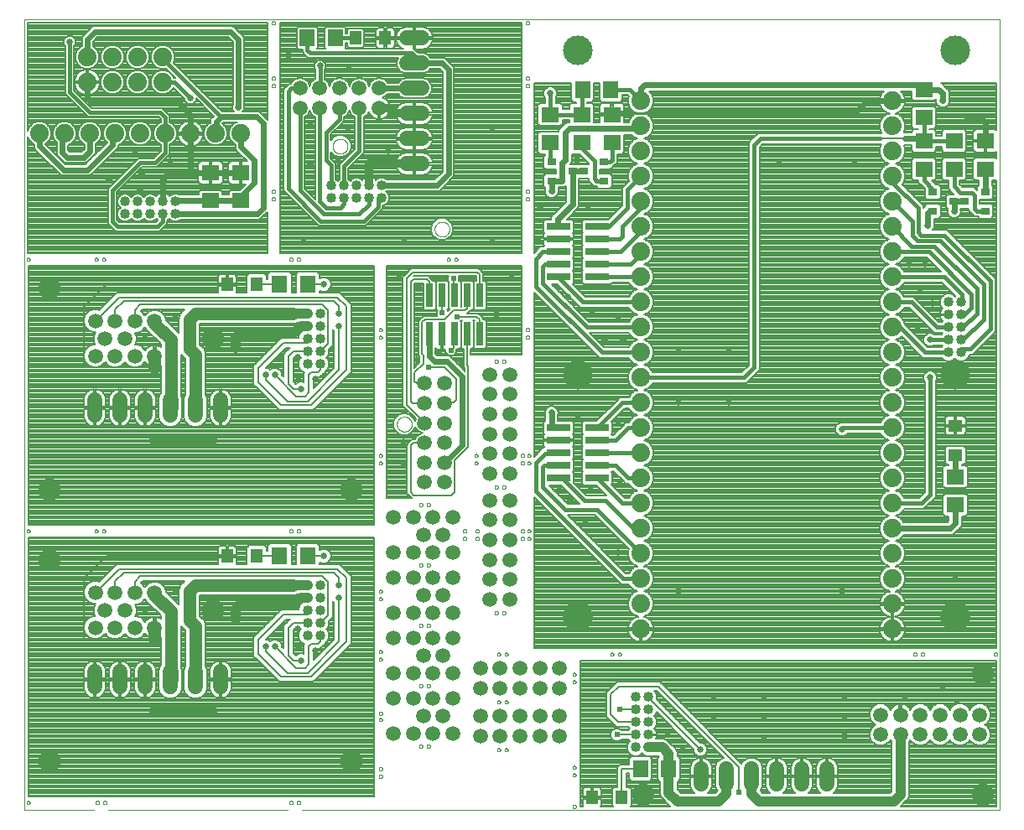
<source format=gtl>
G75*
%MOIN*%
%OFA0B0*%
%FSLAX25Y25*%
%IPPOS*%
%LPD*%
%AMOC8*
5,1,8,0,0,1.08239X$1,22.5*
%
%ADD10C,0.00000*%
%ADD11R,0.04724X0.05512*%
%ADD12C,0.04000*%
%ADD13C,0.05937*%
%ADD14C,0.06000*%
%ADD15R,0.06299X0.07098*%
%ADD16R,0.02992X0.09449*%
%ADD17C,0.07400*%
%ADD18R,0.03543X0.03150*%
%ADD19R,0.07098X0.06299*%
%ADD20R,0.09449X0.02992*%
%ADD21R,0.05512X0.04724*%
%ADD22R,0.07087X0.06299*%
%ADD23C,0.00800*%
%ADD24C,0.05000*%
%ADD25C,0.04000*%
%ADD26C,0.02578*%
%ADD27C,0.08858*%
%ADD28C,0.02400*%
%ADD29C,0.02400*%
%ADD30C,0.01600*%
%ADD31C,0.03200*%
%ADD32C,0.01000*%
%ADD33C,0.00787*%
%ADD34C,0.11811*%
D10*
X0003550Y0003550D02*
X0031294Y0003550D01*
X0031861Y0006550D02*
X0031863Y0006602D01*
X0031869Y0006654D01*
X0031879Y0006705D01*
X0031892Y0006755D01*
X0031910Y0006805D01*
X0031931Y0006852D01*
X0031955Y0006898D01*
X0031984Y0006942D01*
X0032015Y0006984D01*
X0032049Y0007023D01*
X0032086Y0007060D01*
X0032126Y0007093D01*
X0032169Y0007124D01*
X0032213Y0007151D01*
X0032259Y0007175D01*
X0032308Y0007195D01*
X0032357Y0007211D01*
X0032408Y0007224D01*
X0032459Y0007233D01*
X0032511Y0007238D01*
X0032563Y0007239D01*
X0032615Y0007236D01*
X0032667Y0007229D01*
X0032718Y0007218D01*
X0032768Y0007204D01*
X0032817Y0007185D01*
X0032864Y0007163D01*
X0032909Y0007138D01*
X0032953Y0007109D01*
X0032994Y0007077D01*
X0033033Y0007042D01*
X0033068Y0007004D01*
X0033101Y0006963D01*
X0033131Y0006921D01*
X0033157Y0006876D01*
X0033180Y0006829D01*
X0033199Y0006780D01*
X0033215Y0006730D01*
X0033227Y0006680D01*
X0033235Y0006628D01*
X0033239Y0006576D01*
X0033239Y0006524D01*
X0033235Y0006472D01*
X0033227Y0006420D01*
X0033215Y0006370D01*
X0033199Y0006320D01*
X0033180Y0006271D01*
X0033157Y0006224D01*
X0033131Y0006179D01*
X0033101Y0006137D01*
X0033068Y0006096D01*
X0033033Y0006058D01*
X0032994Y0006023D01*
X0032953Y0005991D01*
X0032909Y0005962D01*
X0032864Y0005937D01*
X0032817Y0005915D01*
X0032768Y0005896D01*
X0032718Y0005882D01*
X0032667Y0005871D01*
X0032615Y0005864D01*
X0032563Y0005861D01*
X0032511Y0005862D01*
X0032459Y0005867D01*
X0032408Y0005876D01*
X0032357Y0005889D01*
X0032308Y0005905D01*
X0032259Y0005925D01*
X0032213Y0005949D01*
X0032169Y0005976D01*
X0032126Y0006007D01*
X0032086Y0006040D01*
X0032049Y0006077D01*
X0032015Y0006116D01*
X0031984Y0006158D01*
X0031955Y0006202D01*
X0031931Y0006248D01*
X0031910Y0006295D01*
X0031892Y0006345D01*
X0031879Y0006395D01*
X0031869Y0006446D01*
X0031863Y0006498D01*
X0031861Y0006550D01*
X0034861Y0006550D02*
X0034863Y0006602D01*
X0034869Y0006654D01*
X0034879Y0006705D01*
X0034892Y0006755D01*
X0034910Y0006805D01*
X0034931Y0006852D01*
X0034955Y0006898D01*
X0034984Y0006942D01*
X0035015Y0006984D01*
X0035049Y0007023D01*
X0035086Y0007060D01*
X0035126Y0007093D01*
X0035169Y0007124D01*
X0035213Y0007151D01*
X0035259Y0007175D01*
X0035308Y0007195D01*
X0035357Y0007211D01*
X0035408Y0007224D01*
X0035459Y0007233D01*
X0035511Y0007238D01*
X0035563Y0007239D01*
X0035615Y0007236D01*
X0035667Y0007229D01*
X0035718Y0007218D01*
X0035768Y0007204D01*
X0035817Y0007185D01*
X0035864Y0007163D01*
X0035909Y0007138D01*
X0035953Y0007109D01*
X0035994Y0007077D01*
X0036033Y0007042D01*
X0036068Y0007004D01*
X0036101Y0006963D01*
X0036131Y0006921D01*
X0036157Y0006876D01*
X0036180Y0006829D01*
X0036199Y0006780D01*
X0036215Y0006730D01*
X0036227Y0006680D01*
X0036235Y0006628D01*
X0036239Y0006576D01*
X0036239Y0006524D01*
X0036235Y0006472D01*
X0036227Y0006420D01*
X0036215Y0006370D01*
X0036199Y0006320D01*
X0036180Y0006271D01*
X0036157Y0006224D01*
X0036131Y0006179D01*
X0036101Y0006137D01*
X0036068Y0006096D01*
X0036033Y0006058D01*
X0035994Y0006023D01*
X0035953Y0005991D01*
X0035909Y0005962D01*
X0035864Y0005937D01*
X0035817Y0005915D01*
X0035768Y0005896D01*
X0035718Y0005882D01*
X0035667Y0005871D01*
X0035615Y0005864D01*
X0035563Y0005861D01*
X0035511Y0005862D01*
X0035459Y0005867D01*
X0035408Y0005876D01*
X0035357Y0005889D01*
X0035308Y0005905D01*
X0035259Y0005925D01*
X0035213Y0005949D01*
X0035169Y0005976D01*
X0035126Y0006007D01*
X0035086Y0006040D01*
X0035049Y0006077D01*
X0035015Y0006116D01*
X0034984Y0006158D01*
X0034955Y0006202D01*
X0034931Y0006248D01*
X0034910Y0006295D01*
X0034892Y0006345D01*
X0034879Y0006395D01*
X0034869Y0006446D01*
X0034863Y0006498D01*
X0034861Y0006550D01*
X0036806Y0003550D02*
X0108294Y0003550D01*
X0108861Y0006550D02*
X0108863Y0006602D01*
X0108869Y0006654D01*
X0108879Y0006705D01*
X0108892Y0006755D01*
X0108910Y0006805D01*
X0108931Y0006852D01*
X0108955Y0006898D01*
X0108984Y0006942D01*
X0109015Y0006984D01*
X0109049Y0007023D01*
X0109086Y0007060D01*
X0109126Y0007093D01*
X0109169Y0007124D01*
X0109213Y0007151D01*
X0109259Y0007175D01*
X0109308Y0007195D01*
X0109357Y0007211D01*
X0109408Y0007224D01*
X0109459Y0007233D01*
X0109511Y0007238D01*
X0109563Y0007239D01*
X0109615Y0007236D01*
X0109667Y0007229D01*
X0109718Y0007218D01*
X0109768Y0007204D01*
X0109817Y0007185D01*
X0109864Y0007163D01*
X0109909Y0007138D01*
X0109953Y0007109D01*
X0109994Y0007077D01*
X0110033Y0007042D01*
X0110068Y0007004D01*
X0110101Y0006963D01*
X0110131Y0006921D01*
X0110157Y0006876D01*
X0110180Y0006829D01*
X0110199Y0006780D01*
X0110215Y0006730D01*
X0110227Y0006680D01*
X0110235Y0006628D01*
X0110239Y0006576D01*
X0110239Y0006524D01*
X0110235Y0006472D01*
X0110227Y0006420D01*
X0110215Y0006370D01*
X0110199Y0006320D01*
X0110180Y0006271D01*
X0110157Y0006224D01*
X0110131Y0006179D01*
X0110101Y0006137D01*
X0110068Y0006096D01*
X0110033Y0006058D01*
X0109994Y0006023D01*
X0109953Y0005991D01*
X0109909Y0005962D01*
X0109864Y0005937D01*
X0109817Y0005915D01*
X0109768Y0005896D01*
X0109718Y0005882D01*
X0109667Y0005871D01*
X0109615Y0005864D01*
X0109563Y0005861D01*
X0109511Y0005862D01*
X0109459Y0005867D01*
X0109408Y0005876D01*
X0109357Y0005889D01*
X0109308Y0005905D01*
X0109259Y0005925D01*
X0109213Y0005949D01*
X0109169Y0005976D01*
X0109126Y0006007D01*
X0109086Y0006040D01*
X0109049Y0006077D01*
X0109015Y0006116D01*
X0108984Y0006158D01*
X0108955Y0006202D01*
X0108931Y0006248D01*
X0108910Y0006295D01*
X0108892Y0006345D01*
X0108879Y0006395D01*
X0108869Y0006446D01*
X0108863Y0006498D01*
X0108861Y0006550D01*
X0111861Y0006550D02*
X0111863Y0006602D01*
X0111869Y0006654D01*
X0111879Y0006705D01*
X0111892Y0006755D01*
X0111910Y0006805D01*
X0111931Y0006852D01*
X0111955Y0006898D01*
X0111984Y0006942D01*
X0112015Y0006984D01*
X0112049Y0007023D01*
X0112086Y0007060D01*
X0112126Y0007093D01*
X0112169Y0007124D01*
X0112213Y0007151D01*
X0112259Y0007175D01*
X0112308Y0007195D01*
X0112357Y0007211D01*
X0112408Y0007224D01*
X0112459Y0007233D01*
X0112511Y0007238D01*
X0112563Y0007239D01*
X0112615Y0007236D01*
X0112667Y0007229D01*
X0112718Y0007218D01*
X0112768Y0007204D01*
X0112817Y0007185D01*
X0112864Y0007163D01*
X0112909Y0007138D01*
X0112953Y0007109D01*
X0112994Y0007077D01*
X0113033Y0007042D01*
X0113068Y0007004D01*
X0113101Y0006963D01*
X0113131Y0006921D01*
X0113157Y0006876D01*
X0113180Y0006829D01*
X0113199Y0006780D01*
X0113215Y0006730D01*
X0113227Y0006680D01*
X0113235Y0006628D01*
X0113239Y0006576D01*
X0113239Y0006524D01*
X0113235Y0006472D01*
X0113227Y0006420D01*
X0113215Y0006370D01*
X0113199Y0006320D01*
X0113180Y0006271D01*
X0113157Y0006224D01*
X0113131Y0006179D01*
X0113101Y0006137D01*
X0113068Y0006096D01*
X0113033Y0006058D01*
X0112994Y0006023D01*
X0112953Y0005991D01*
X0112909Y0005962D01*
X0112864Y0005937D01*
X0112817Y0005915D01*
X0112768Y0005896D01*
X0112718Y0005882D01*
X0112667Y0005871D01*
X0112615Y0005864D01*
X0112563Y0005861D01*
X0112511Y0005862D01*
X0112459Y0005867D01*
X0112408Y0005876D01*
X0112357Y0005889D01*
X0112308Y0005905D01*
X0112259Y0005925D01*
X0112213Y0005949D01*
X0112169Y0005976D01*
X0112126Y0006007D01*
X0112086Y0006040D01*
X0112049Y0006077D01*
X0112015Y0006116D01*
X0111984Y0006158D01*
X0111955Y0006202D01*
X0111931Y0006248D01*
X0111910Y0006295D01*
X0111892Y0006345D01*
X0111879Y0006395D01*
X0111869Y0006446D01*
X0111863Y0006498D01*
X0111861Y0006550D01*
X0113806Y0003550D02*
X0391251Y0003550D01*
X0391251Y0318011D01*
X0003550Y0318011D01*
X0003550Y0003550D01*
X0004361Y0006550D02*
X0004363Y0006602D01*
X0004369Y0006654D01*
X0004379Y0006705D01*
X0004392Y0006755D01*
X0004410Y0006805D01*
X0004431Y0006852D01*
X0004455Y0006898D01*
X0004484Y0006942D01*
X0004515Y0006984D01*
X0004549Y0007023D01*
X0004586Y0007060D01*
X0004626Y0007093D01*
X0004669Y0007124D01*
X0004713Y0007151D01*
X0004759Y0007175D01*
X0004808Y0007195D01*
X0004857Y0007211D01*
X0004908Y0007224D01*
X0004959Y0007233D01*
X0005011Y0007238D01*
X0005063Y0007239D01*
X0005115Y0007236D01*
X0005167Y0007229D01*
X0005218Y0007218D01*
X0005268Y0007204D01*
X0005317Y0007185D01*
X0005364Y0007163D01*
X0005409Y0007138D01*
X0005453Y0007109D01*
X0005494Y0007077D01*
X0005533Y0007042D01*
X0005568Y0007004D01*
X0005601Y0006963D01*
X0005631Y0006921D01*
X0005657Y0006876D01*
X0005680Y0006829D01*
X0005699Y0006780D01*
X0005715Y0006730D01*
X0005727Y0006680D01*
X0005735Y0006628D01*
X0005739Y0006576D01*
X0005739Y0006524D01*
X0005735Y0006472D01*
X0005727Y0006420D01*
X0005715Y0006370D01*
X0005699Y0006320D01*
X0005680Y0006271D01*
X0005657Y0006224D01*
X0005631Y0006179D01*
X0005601Y0006137D01*
X0005568Y0006096D01*
X0005533Y0006058D01*
X0005494Y0006023D01*
X0005453Y0005991D01*
X0005409Y0005962D01*
X0005364Y0005937D01*
X0005317Y0005915D01*
X0005268Y0005896D01*
X0005218Y0005882D01*
X0005167Y0005871D01*
X0005115Y0005864D01*
X0005063Y0005861D01*
X0005011Y0005862D01*
X0004959Y0005867D01*
X0004908Y0005876D01*
X0004857Y0005889D01*
X0004808Y0005905D01*
X0004759Y0005925D01*
X0004713Y0005949D01*
X0004669Y0005976D01*
X0004626Y0006007D01*
X0004586Y0006040D01*
X0004549Y0006077D01*
X0004515Y0006116D01*
X0004484Y0006158D01*
X0004455Y0006202D01*
X0004431Y0006248D01*
X0004410Y0006295D01*
X0004392Y0006345D01*
X0004379Y0006395D01*
X0004369Y0006446D01*
X0004363Y0006498D01*
X0004361Y0006550D01*
X0004361Y0114550D02*
X0004363Y0114602D01*
X0004369Y0114654D01*
X0004379Y0114705D01*
X0004392Y0114755D01*
X0004410Y0114805D01*
X0004431Y0114852D01*
X0004455Y0114898D01*
X0004484Y0114942D01*
X0004515Y0114984D01*
X0004549Y0115023D01*
X0004586Y0115060D01*
X0004626Y0115093D01*
X0004669Y0115124D01*
X0004713Y0115151D01*
X0004759Y0115175D01*
X0004808Y0115195D01*
X0004857Y0115211D01*
X0004908Y0115224D01*
X0004959Y0115233D01*
X0005011Y0115238D01*
X0005063Y0115239D01*
X0005115Y0115236D01*
X0005167Y0115229D01*
X0005218Y0115218D01*
X0005268Y0115204D01*
X0005317Y0115185D01*
X0005364Y0115163D01*
X0005409Y0115138D01*
X0005453Y0115109D01*
X0005494Y0115077D01*
X0005533Y0115042D01*
X0005568Y0115004D01*
X0005601Y0114963D01*
X0005631Y0114921D01*
X0005657Y0114876D01*
X0005680Y0114829D01*
X0005699Y0114780D01*
X0005715Y0114730D01*
X0005727Y0114680D01*
X0005735Y0114628D01*
X0005739Y0114576D01*
X0005739Y0114524D01*
X0005735Y0114472D01*
X0005727Y0114420D01*
X0005715Y0114370D01*
X0005699Y0114320D01*
X0005680Y0114271D01*
X0005657Y0114224D01*
X0005631Y0114179D01*
X0005601Y0114137D01*
X0005568Y0114096D01*
X0005533Y0114058D01*
X0005494Y0114023D01*
X0005453Y0113991D01*
X0005409Y0113962D01*
X0005364Y0113937D01*
X0005317Y0113915D01*
X0005268Y0113896D01*
X0005218Y0113882D01*
X0005167Y0113871D01*
X0005115Y0113864D01*
X0005063Y0113861D01*
X0005011Y0113862D01*
X0004959Y0113867D01*
X0004908Y0113876D01*
X0004857Y0113889D01*
X0004808Y0113905D01*
X0004759Y0113925D01*
X0004713Y0113949D01*
X0004669Y0113976D01*
X0004626Y0114007D01*
X0004586Y0114040D01*
X0004549Y0114077D01*
X0004515Y0114116D01*
X0004484Y0114158D01*
X0004455Y0114202D01*
X0004431Y0114248D01*
X0004410Y0114295D01*
X0004392Y0114345D01*
X0004379Y0114395D01*
X0004369Y0114446D01*
X0004363Y0114498D01*
X0004361Y0114550D01*
X0031361Y0114550D02*
X0031363Y0114602D01*
X0031369Y0114654D01*
X0031379Y0114705D01*
X0031392Y0114755D01*
X0031410Y0114805D01*
X0031431Y0114852D01*
X0031455Y0114898D01*
X0031484Y0114942D01*
X0031515Y0114984D01*
X0031549Y0115023D01*
X0031586Y0115060D01*
X0031626Y0115093D01*
X0031669Y0115124D01*
X0031713Y0115151D01*
X0031759Y0115175D01*
X0031808Y0115195D01*
X0031857Y0115211D01*
X0031908Y0115224D01*
X0031959Y0115233D01*
X0032011Y0115238D01*
X0032063Y0115239D01*
X0032115Y0115236D01*
X0032167Y0115229D01*
X0032218Y0115218D01*
X0032268Y0115204D01*
X0032317Y0115185D01*
X0032364Y0115163D01*
X0032409Y0115138D01*
X0032453Y0115109D01*
X0032494Y0115077D01*
X0032533Y0115042D01*
X0032568Y0115004D01*
X0032601Y0114963D01*
X0032631Y0114921D01*
X0032657Y0114876D01*
X0032680Y0114829D01*
X0032699Y0114780D01*
X0032715Y0114730D01*
X0032727Y0114680D01*
X0032735Y0114628D01*
X0032739Y0114576D01*
X0032739Y0114524D01*
X0032735Y0114472D01*
X0032727Y0114420D01*
X0032715Y0114370D01*
X0032699Y0114320D01*
X0032680Y0114271D01*
X0032657Y0114224D01*
X0032631Y0114179D01*
X0032601Y0114137D01*
X0032568Y0114096D01*
X0032533Y0114058D01*
X0032494Y0114023D01*
X0032453Y0113991D01*
X0032409Y0113962D01*
X0032364Y0113937D01*
X0032317Y0113915D01*
X0032268Y0113896D01*
X0032218Y0113882D01*
X0032167Y0113871D01*
X0032115Y0113864D01*
X0032063Y0113861D01*
X0032011Y0113862D01*
X0031959Y0113867D01*
X0031908Y0113876D01*
X0031857Y0113889D01*
X0031808Y0113905D01*
X0031759Y0113925D01*
X0031713Y0113949D01*
X0031669Y0113976D01*
X0031626Y0114007D01*
X0031586Y0114040D01*
X0031549Y0114077D01*
X0031515Y0114116D01*
X0031484Y0114158D01*
X0031455Y0114202D01*
X0031431Y0114248D01*
X0031410Y0114295D01*
X0031392Y0114345D01*
X0031379Y0114395D01*
X0031369Y0114446D01*
X0031363Y0114498D01*
X0031361Y0114550D01*
X0034361Y0114550D02*
X0034363Y0114602D01*
X0034369Y0114654D01*
X0034379Y0114705D01*
X0034392Y0114755D01*
X0034410Y0114805D01*
X0034431Y0114852D01*
X0034455Y0114898D01*
X0034484Y0114942D01*
X0034515Y0114984D01*
X0034549Y0115023D01*
X0034586Y0115060D01*
X0034626Y0115093D01*
X0034669Y0115124D01*
X0034713Y0115151D01*
X0034759Y0115175D01*
X0034808Y0115195D01*
X0034857Y0115211D01*
X0034908Y0115224D01*
X0034959Y0115233D01*
X0035011Y0115238D01*
X0035063Y0115239D01*
X0035115Y0115236D01*
X0035167Y0115229D01*
X0035218Y0115218D01*
X0035268Y0115204D01*
X0035317Y0115185D01*
X0035364Y0115163D01*
X0035409Y0115138D01*
X0035453Y0115109D01*
X0035494Y0115077D01*
X0035533Y0115042D01*
X0035568Y0115004D01*
X0035601Y0114963D01*
X0035631Y0114921D01*
X0035657Y0114876D01*
X0035680Y0114829D01*
X0035699Y0114780D01*
X0035715Y0114730D01*
X0035727Y0114680D01*
X0035735Y0114628D01*
X0035739Y0114576D01*
X0035739Y0114524D01*
X0035735Y0114472D01*
X0035727Y0114420D01*
X0035715Y0114370D01*
X0035699Y0114320D01*
X0035680Y0114271D01*
X0035657Y0114224D01*
X0035631Y0114179D01*
X0035601Y0114137D01*
X0035568Y0114096D01*
X0035533Y0114058D01*
X0035494Y0114023D01*
X0035453Y0113991D01*
X0035409Y0113962D01*
X0035364Y0113937D01*
X0035317Y0113915D01*
X0035268Y0113896D01*
X0035218Y0113882D01*
X0035167Y0113871D01*
X0035115Y0113864D01*
X0035063Y0113861D01*
X0035011Y0113862D01*
X0034959Y0113867D01*
X0034908Y0113876D01*
X0034857Y0113889D01*
X0034808Y0113905D01*
X0034759Y0113925D01*
X0034713Y0113949D01*
X0034669Y0113976D01*
X0034626Y0114007D01*
X0034586Y0114040D01*
X0034549Y0114077D01*
X0034515Y0114116D01*
X0034484Y0114158D01*
X0034455Y0114202D01*
X0034431Y0114248D01*
X0034410Y0114295D01*
X0034392Y0114345D01*
X0034379Y0114395D01*
X0034369Y0114446D01*
X0034363Y0114498D01*
X0034361Y0114550D01*
X0108861Y0114550D02*
X0108863Y0114602D01*
X0108869Y0114654D01*
X0108879Y0114705D01*
X0108892Y0114755D01*
X0108910Y0114805D01*
X0108931Y0114852D01*
X0108955Y0114898D01*
X0108984Y0114942D01*
X0109015Y0114984D01*
X0109049Y0115023D01*
X0109086Y0115060D01*
X0109126Y0115093D01*
X0109169Y0115124D01*
X0109213Y0115151D01*
X0109259Y0115175D01*
X0109308Y0115195D01*
X0109357Y0115211D01*
X0109408Y0115224D01*
X0109459Y0115233D01*
X0109511Y0115238D01*
X0109563Y0115239D01*
X0109615Y0115236D01*
X0109667Y0115229D01*
X0109718Y0115218D01*
X0109768Y0115204D01*
X0109817Y0115185D01*
X0109864Y0115163D01*
X0109909Y0115138D01*
X0109953Y0115109D01*
X0109994Y0115077D01*
X0110033Y0115042D01*
X0110068Y0115004D01*
X0110101Y0114963D01*
X0110131Y0114921D01*
X0110157Y0114876D01*
X0110180Y0114829D01*
X0110199Y0114780D01*
X0110215Y0114730D01*
X0110227Y0114680D01*
X0110235Y0114628D01*
X0110239Y0114576D01*
X0110239Y0114524D01*
X0110235Y0114472D01*
X0110227Y0114420D01*
X0110215Y0114370D01*
X0110199Y0114320D01*
X0110180Y0114271D01*
X0110157Y0114224D01*
X0110131Y0114179D01*
X0110101Y0114137D01*
X0110068Y0114096D01*
X0110033Y0114058D01*
X0109994Y0114023D01*
X0109953Y0113991D01*
X0109909Y0113962D01*
X0109864Y0113937D01*
X0109817Y0113915D01*
X0109768Y0113896D01*
X0109718Y0113882D01*
X0109667Y0113871D01*
X0109615Y0113864D01*
X0109563Y0113861D01*
X0109511Y0113862D01*
X0109459Y0113867D01*
X0109408Y0113876D01*
X0109357Y0113889D01*
X0109308Y0113905D01*
X0109259Y0113925D01*
X0109213Y0113949D01*
X0109169Y0113976D01*
X0109126Y0114007D01*
X0109086Y0114040D01*
X0109049Y0114077D01*
X0109015Y0114116D01*
X0108984Y0114158D01*
X0108955Y0114202D01*
X0108931Y0114248D01*
X0108910Y0114295D01*
X0108892Y0114345D01*
X0108879Y0114395D01*
X0108869Y0114446D01*
X0108863Y0114498D01*
X0108861Y0114550D01*
X0111861Y0114550D02*
X0111863Y0114602D01*
X0111869Y0114654D01*
X0111879Y0114705D01*
X0111892Y0114755D01*
X0111910Y0114805D01*
X0111931Y0114852D01*
X0111955Y0114898D01*
X0111984Y0114942D01*
X0112015Y0114984D01*
X0112049Y0115023D01*
X0112086Y0115060D01*
X0112126Y0115093D01*
X0112169Y0115124D01*
X0112213Y0115151D01*
X0112259Y0115175D01*
X0112308Y0115195D01*
X0112357Y0115211D01*
X0112408Y0115224D01*
X0112459Y0115233D01*
X0112511Y0115238D01*
X0112563Y0115239D01*
X0112615Y0115236D01*
X0112667Y0115229D01*
X0112718Y0115218D01*
X0112768Y0115204D01*
X0112817Y0115185D01*
X0112864Y0115163D01*
X0112909Y0115138D01*
X0112953Y0115109D01*
X0112994Y0115077D01*
X0113033Y0115042D01*
X0113068Y0115004D01*
X0113101Y0114963D01*
X0113131Y0114921D01*
X0113157Y0114876D01*
X0113180Y0114829D01*
X0113199Y0114780D01*
X0113215Y0114730D01*
X0113227Y0114680D01*
X0113235Y0114628D01*
X0113239Y0114576D01*
X0113239Y0114524D01*
X0113235Y0114472D01*
X0113227Y0114420D01*
X0113215Y0114370D01*
X0113199Y0114320D01*
X0113180Y0114271D01*
X0113157Y0114224D01*
X0113131Y0114179D01*
X0113101Y0114137D01*
X0113068Y0114096D01*
X0113033Y0114058D01*
X0112994Y0114023D01*
X0112953Y0113991D01*
X0112909Y0113962D01*
X0112864Y0113937D01*
X0112817Y0113915D01*
X0112768Y0113896D01*
X0112718Y0113882D01*
X0112667Y0113871D01*
X0112615Y0113864D01*
X0112563Y0113861D01*
X0112511Y0113862D01*
X0112459Y0113867D01*
X0112408Y0113876D01*
X0112357Y0113889D01*
X0112308Y0113905D01*
X0112259Y0113925D01*
X0112213Y0113949D01*
X0112169Y0113976D01*
X0112126Y0114007D01*
X0112086Y0114040D01*
X0112049Y0114077D01*
X0112015Y0114116D01*
X0111984Y0114158D01*
X0111955Y0114202D01*
X0111931Y0114248D01*
X0111910Y0114295D01*
X0111892Y0114345D01*
X0111879Y0114395D01*
X0111869Y0114446D01*
X0111863Y0114498D01*
X0111861Y0114550D01*
X0144361Y0090550D02*
X0144363Y0090602D01*
X0144369Y0090654D01*
X0144379Y0090705D01*
X0144392Y0090755D01*
X0144410Y0090805D01*
X0144431Y0090852D01*
X0144455Y0090898D01*
X0144484Y0090942D01*
X0144515Y0090984D01*
X0144549Y0091023D01*
X0144586Y0091060D01*
X0144626Y0091093D01*
X0144669Y0091124D01*
X0144713Y0091151D01*
X0144759Y0091175D01*
X0144808Y0091195D01*
X0144857Y0091211D01*
X0144908Y0091224D01*
X0144959Y0091233D01*
X0145011Y0091238D01*
X0145063Y0091239D01*
X0145115Y0091236D01*
X0145167Y0091229D01*
X0145218Y0091218D01*
X0145268Y0091204D01*
X0145317Y0091185D01*
X0145364Y0091163D01*
X0145409Y0091138D01*
X0145453Y0091109D01*
X0145494Y0091077D01*
X0145533Y0091042D01*
X0145568Y0091004D01*
X0145601Y0090963D01*
X0145631Y0090921D01*
X0145657Y0090876D01*
X0145680Y0090829D01*
X0145699Y0090780D01*
X0145715Y0090730D01*
X0145727Y0090680D01*
X0145735Y0090628D01*
X0145739Y0090576D01*
X0145739Y0090524D01*
X0145735Y0090472D01*
X0145727Y0090420D01*
X0145715Y0090370D01*
X0145699Y0090320D01*
X0145680Y0090271D01*
X0145657Y0090224D01*
X0145631Y0090179D01*
X0145601Y0090137D01*
X0145568Y0090096D01*
X0145533Y0090058D01*
X0145494Y0090023D01*
X0145453Y0089991D01*
X0145409Y0089962D01*
X0145364Y0089937D01*
X0145317Y0089915D01*
X0145268Y0089896D01*
X0145218Y0089882D01*
X0145167Y0089871D01*
X0145115Y0089864D01*
X0145063Y0089861D01*
X0145011Y0089862D01*
X0144959Y0089867D01*
X0144908Y0089876D01*
X0144857Y0089889D01*
X0144808Y0089905D01*
X0144759Y0089925D01*
X0144713Y0089949D01*
X0144669Y0089976D01*
X0144626Y0090007D01*
X0144586Y0090040D01*
X0144549Y0090077D01*
X0144515Y0090116D01*
X0144484Y0090158D01*
X0144455Y0090202D01*
X0144431Y0090248D01*
X0144410Y0090295D01*
X0144392Y0090345D01*
X0144379Y0090395D01*
X0144369Y0090446D01*
X0144363Y0090498D01*
X0144361Y0090550D01*
X0144361Y0087550D02*
X0144363Y0087602D01*
X0144369Y0087654D01*
X0144379Y0087705D01*
X0144392Y0087755D01*
X0144410Y0087805D01*
X0144431Y0087852D01*
X0144455Y0087898D01*
X0144484Y0087942D01*
X0144515Y0087984D01*
X0144549Y0088023D01*
X0144586Y0088060D01*
X0144626Y0088093D01*
X0144669Y0088124D01*
X0144713Y0088151D01*
X0144759Y0088175D01*
X0144808Y0088195D01*
X0144857Y0088211D01*
X0144908Y0088224D01*
X0144959Y0088233D01*
X0145011Y0088238D01*
X0145063Y0088239D01*
X0145115Y0088236D01*
X0145167Y0088229D01*
X0145218Y0088218D01*
X0145268Y0088204D01*
X0145317Y0088185D01*
X0145364Y0088163D01*
X0145409Y0088138D01*
X0145453Y0088109D01*
X0145494Y0088077D01*
X0145533Y0088042D01*
X0145568Y0088004D01*
X0145601Y0087963D01*
X0145631Y0087921D01*
X0145657Y0087876D01*
X0145680Y0087829D01*
X0145699Y0087780D01*
X0145715Y0087730D01*
X0145727Y0087680D01*
X0145735Y0087628D01*
X0145739Y0087576D01*
X0145739Y0087524D01*
X0145735Y0087472D01*
X0145727Y0087420D01*
X0145715Y0087370D01*
X0145699Y0087320D01*
X0145680Y0087271D01*
X0145657Y0087224D01*
X0145631Y0087179D01*
X0145601Y0087137D01*
X0145568Y0087096D01*
X0145533Y0087058D01*
X0145494Y0087023D01*
X0145453Y0086991D01*
X0145409Y0086962D01*
X0145364Y0086937D01*
X0145317Y0086915D01*
X0145268Y0086896D01*
X0145218Y0086882D01*
X0145167Y0086871D01*
X0145115Y0086864D01*
X0145063Y0086861D01*
X0145011Y0086862D01*
X0144959Y0086867D01*
X0144908Y0086876D01*
X0144857Y0086889D01*
X0144808Y0086905D01*
X0144759Y0086925D01*
X0144713Y0086949D01*
X0144669Y0086976D01*
X0144626Y0087007D01*
X0144586Y0087040D01*
X0144549Y0087077D01*
X0144515Y0087116D01*
X0144484Y0087158D01*
X0144455Y0087202D01*
X0144431Y0087248D01*
X0144410Y0087295D01*
X0144392Y0087345D01*
X0144379Y0087395D01*
X0144369Y0087446D01*
X0144363Y0087498D01*
X0144361Y0087550D01*
X0160361Y0077050D02*
X0160363Y0077102D01*
X0160369Y0077154D01*
X0160379Y0077205D01*
X0160392Y0077255D01*
X0160410Y0077305D01*
X0160431Y0077352D01*
X0160455Y0077398D01*
X0160484Y0077442D01*
X0160515Y0077484D01*
X0160549Y0077523D01*
X0160586Y0077560D01*
X0160626Y0077593D01*
X0160669Y0077624D01*
X0160713Y0077651D01*
X0160759Y0077675D01*
X0160808Y0077695D01*
X0160857Y0077711D01*
X0160908Y0077724D01*
X0160959Y0077733D01*
X0161011Y0077738D01*
X0161063Y0077739D01*
X0161115Y0077736D01*
X0161167Y0077729D01*
X0161218Y0077718D01*
X0161268Y0077704D01*
X0161317Y0077685D01*
X0161364Y0077663D01*
X0161409Y0077638D01*
X0161453Y0077609D01*
X0161494Y0077577D01*
X0161533Y0077542D01*
X0161568Y0077504D01*
X0161601Y0077463D01*
X0161631Y0077421D01*
X0161657Y0077376D01*
X0161680Y0077329D01*
X0161699Y0077280D01*
X0161715Y0077230D01*
X0161727Y0077180D01*
X0161735Y0077128D01*
X0161739Y0077076D01*
X0161739Y0077024D01*
X0161735Y0076972D01*
X0161727Y0076920D01*
X0161715Y0076870D01*
X0161699Y0076820D01*
X0161680Y0076771D01*
X0161657Y0076724D01*
X0161631Y0076679D01*
X0161601Y0076637D01*
X0161568Y0076596D01*
X0161533Y0076558D01*
X0161494Y0076523D01*
X0161453Y0076491D01*
X0161409Y0076462D01*
X0161364Y0076437D01*
X0161317Y0076415D01*
X0161268Y0076396D01*
X0161218Y0076382D01*
X0161167Y0076371D01*
X0161115Y0076364D01*
X0161063Y0076361D01*
X0161011Y0076362D01*
X0160959Y0076367D01*
X0160908Y0076376D01*
X0160857Y0076389D01*
X0160808Y0076405D01*
X0160759Y0076425D01*
X0160713Y0076449D01*
X0160669Y0076476D01*
X0160626Y0076507D01*
X0160586Y0076540D01*
X0160549Y0076577D01*
X0160515Y0076616D01*
X0160484Y0076658D01*
X0160455Y0076702D01*
X0160431Y0076748D01*
X0160410Y0076795D01*
X0160392Y0076845D01*
X0160379Y0076895D01*
X0160369Y0076946D01*
X0160363Y0076998D01*
X0160361Y0077050D01*
X0163361Y0077050D02*
X0163363Y0077102D01*
X0163369Y0077154D01*
X0163379Y0077205D01*
X0163392Y0077255D01*
X0163410Y0077305D01*
X0163431Y0077352D01*
X0163455Y0077398D01*
X0163484Y0077442D01*
X0163515Y0077484D01*
X0163549Y0077523D01*
X0163586Y0077560D01*
X0163626Y0077593D01*
X0163669Y0077624D01*
X0163713Y0077651D01*
X0163759Y0077675D01*
X0163808Y0077695D01*
X0163857Y0077711D01*
X0163908Y0077724D01*
X0163959Y0077733D01*
X0164011Y0077738D01*
X0164063Y0077739D01*
X0164115Y0077736D01*
X0164167Y0077729D01*
X0164218Y0077718D01*
X0164268Y0077704D01*
X0164317Y0077685D01*
X0164364Y0077663D01*
X0164409Y0077638D01*
X0164453Y0077609D01*
X0164494Y0077577D01*
X0164533Y0077542D01*
X0164568Y0077504D01*
X0164601Y0077463D01*
X0164631Y0077421D01*
X0164657Y0077376D01*
X0164680Y0077329D01*
X0164699Y0077280D01*
X0164715Y0077230D01*
X0164727Y0077180D01*
X0164735Y0077128D01*
X0164739Y0077076D01*
X0164739Y0077024D01*
X0164735Y0076972D01*
X0164727Y0076920D01*
X0164715Y0076870D01*
X0164699Y0076820D01*
X0164680Y0076771D01*
X0164657Y0076724D01*
X0164631Y0076679D01*
X0164601Y0076637D01*
X0164568Y0076596D01*
X0164533Y0076558D01*
X0164494Y0076523D01*
X0164453Y0076491D01*
X0164409Y0076462D01*
X0164364Y0076437D01*
X0164317Y0076415D01*
X0164268Y0076396D01*
X0164218Y0076382D01*
X0164167Y0076371D01*
X0164115Y0076364D01*
X0164063Y0076361D01*
X0164011Y0076362D01*
X0163959Y0076367D01*
X0163908Y0076376D01*
X0163857Y0076389D01*
X0163808Y0076405D01*
X0163759Y0076425D01*
X0163713Y0076449D01*
X0163669Y0076476D01*
X0163626Y0076507D01*
X0163586Y0076540D01*
X0163549Y0076577D01*
X0163515Y0076616D01*
X0163484Y0076658D01*
X0163455Y0076702D01*
X0163431Y0076748D01*
X0163410Y0076795D01*
X0163392Y0076845D01*
X0163379Y0076895D01*
X0163369Y0076946D01*
X0163363Y0076998D01*
X0163361Y0077050D01*
X0144361Y0066550D02*
X0144363Y0066602D01*
X0144369Y0066654D01*
X0144379Y0066705D01*
X0144392Y0066755D01*
X0144410Y0066805D01*
X0144431Y0066852D01*
X0144455Y0066898D01*
X0144484Y0066942D01*
X0144515Y0066984D01*
X0144549Y0067023D01*
X0144586Y0067060D01*
X0144626Y0067093D01*
X0144669Y0067124D01*
X0144713Y0067151D01*
X0144759Y0067175D01*
X0144808Y0067195D01*
X0144857Y0067211D01*
X0144908Y0067224D01*
X0144959Y0067233D01*
X0145011Y0067238D01*
X0145063Y0067239D01*
X0145115Y0067236D01*
X0145167Y0067229D01*
X0145218Y0067218D01*
X0145268Y0067204D01*
X0145317Y0067185D01*
X0145364Y0067163D01*
X0145409Y0067138D01*
X0145453Y0067109D01*
X0145494Y0067077D01*
X0145533Y0067042D01*
X0145568Y0067004D01*
X0145601Y0066963D01*
X0145631Y0066921D01*
X0145657Y0066876D01*
X0145680Y0066829D01*
X0145699Y0066780D01*
X0145715Y0066730D01*
X0145727Y0066680D01*
X0145735Y0066628D01*
X0145739Y0066576D01*
X0145739Y0066524D01*
X0145735Y0066472D01*
X0145727Y0066420D01*
X0145715Y0066370D01*
X0145699Y0066320D01*
X0145680Y0066271D01*
X0145657Y0066224D01*
X0145631Y0066179D01*
X0145601Y0066137D01*
X0145568Y0066096D01*
X0145533Y0066058D01*
X0145494Y0066023D01*
X0145453Y0065991D01*
X0145409Y0065962D01*
X0145364Y0065937D01*
X0145317Y0065915D01*
X0145268Y0065896D01*
X0145218Y0065882D01*
X0145167Y0065871D01*
X0145115Y0065864D01*
X0145063Y0065861D01*
X0145011Y0065862D01*
X0144959Y0065867D01*
X0144908Y0065876D01*
X0144857Y0065889D01*
X0144808Y0065905D01*
X0144759Y0065925D01*
X0144713Y0065949D01*
X0144669Y0065976D01*
X0144626Y0066007D01*
X0144586Y0066040D01*
X0144549Y0066077D01*
X0144515Y0066116D01*
X0144484Y0066158D01*
X0144455Y0066202D01*
X0144431Y0066248D01*
X0144410Y0066295D01*
X0144392Y0066345D01*
X0144379Y0066395D01*
X0144369Y0066446D01*
X0144363Y0066498D01*
X0144361Y0066550D01*
X0144361Y0063550D02*
X0144363Y0063602D01*
X0144369Y0063654D01*
X0144379Y0063705D01*
X0144392Y0063755D01*
X0144410Y0063805D01*
X0144431Y0063852D01*
X0144455Y0063898D01*
X0144484Y0063942D01*
X0144515Y0063984D01*
X0144549Y0064023D01*
X0144586Y0064060D01*
X0144626Y0064093D01*
X0144669Y0064124D01*
X0144713Y0064151D01*
X0144759Y0064175D01*
X0144808Y0064195D01*
X0144857Y0064211D01*
X0144908Y0064224D01*
X0144959Y0064233D01*
X0145011Y0064238D01*
X0145063Y0064239D01*
X0145115Y0064236D01*
X0145167Y0064229D01*
X0145218Y0064218D01*
X0145268Y0064204D01*
X0145317Y0064185D01*
X0145364Y0064163D01*
X0145409Y0064138D01*
X0145453Y0064109D01*
X0145494Y0064077D01*
X0145533Y0064042D01*
X0145568Y0064004D01*
X0145601Y0063963D01*
X0145631Y0063921D01*
X0145657Y0063876D01*
X0145680Y0063829D01*
X0145699Y0063780D01*
X0145715Y0063730D01*
X0145727Y0063680D01*
X0145735Y0063628D01*
X0145739Y0063576D01*
X0145739Y0063524D01*
X0145735Y0063472D01*
X0145727Y0063420D01*
X0145715Y0063370D01*
X0145699Y0063320D01*
X0145680Y0063271D01*
X0145657Y0063224D01*
X0145631Y0063179D01*
X0145601Y0063137D01*
X0145568Y0063096D01*
X0145533Y0063058D01*
X0145494Y0063023D01*
X0145453Y0062991D01*
X0145409Y0062962D01*
X0145364Y0062937D01*
X0145317Y0062915D01*
X0145268Y0062896D01*
X0145218Y0062882D01*
X0145167Y0062871D01*
X0145115Y0062864D01*
X0145063Y0062861D01*
X0145011Y0062862D01*
X0144959Y0062867D01*
X0144908Y0062876D01*
X0144857Y0062889D01*
X0144808Y0062905D01*
X0144759Y0062925D01*
X0144713Y0062949D01*
X0144669Y0062976D01*
X0144626Y0063007D01*
X0144586Y0063040D01*
X0144549Y0063077D01*
X0144515Y0063116D01*
X0144484Y0063158D01*
X0144455Y0063202D01*
X0144431Y0063248D01*
X0144410Y0063295D01*
X0144392Y0063345D01*
X0144379Y0063395D01*
X0144369Y0063446D01*
X0144363Y0063498D01*
X0144361Y0063550D01*
X0160361Y0053050D02*
X0160363Y0053102D01*
X0160369Y0053154D01*
X0160379Y0053205D01*
X0160392Y0053255D01*
X0160410Y0053305D01*
X0160431Y0053352D01*
X0160455Y0053398D01*
X0160484Y0053442D01*
X0160515Y0053484D01*
X0160549Y0053523D01*
X0160586Y0053560D01*
X0160626Y0053593D01*
X0160669Y0053624D01*
X0160713Y0053651D01*
X0160759Y0053675D01*
X0160808Y0053695D01*
X0160857Y0053711D01*
X0160908Y0053724D01*
X0160959Y0053733D01*
X0161011Y0053738D01*
X0161063Y0053739D01*
X0161115Y0053736D01*
X0161167Y0053729D01*
X0161218Y0053718D01*
X0161268Y0053704D01*
X0161317Y0053685D01*
X0161364Y0053663D01*
X0161409Y0053638D01*
X0161453Y0053609D01*
X0161494Y0053577D01*
X0161533Y0053542D01*
X0161568Y0053504D01*
X0161601Y0053463D01*
X0161631Y0053421D01*
X0161657Y0053376D01*
X0161680Y0053329D01*
X0161699Y0053280D01*
X0161715Y0053230D01*
X0161727Y0053180D01*
X0161735Y0053128D01*
X0161739Y0053076D01*
X0161739Y0053024D01*
X0161735Y0052972D01*
X0161727Y0052920D01*
X0161715Y0052870D01*
X0161699Y0052820D01*
X0161680Y0052771D01*
X0161657Y0052724D01*
X0161631Y0052679D01*
X0161601Y0052637D01*
X0161568Y0052596D01*
X0161533Y0052558D01*
X0161494Y0052523D01*
X0161453Y0052491D01*
X0161409Y0052462D01*
X0161364Y0052437D01*
X0161317Y0052415D01*
X0161268Y0052396D01*
X0161218Y0052382D01*
X0161167Y0052371D01*
X0161115Y0052364D01*
X0161063Y0052361D01*
X0161011Y0052362D01*
X0160959Y0052367D01*
X0160908Y0052376D01*
X0160857Y0052389D01*
X0160808Y0052405D01*
X0160759Y0052425D01*
X0160713Y0052449D01*
X0160669Y0052476D01*
X0160626Y0052507D01*
X0160586Y0052540D01*
X0160549Y0052577D01*
X0160515Y0052616D01*
X0160484Y0052658D01*
X0160455Y0052702D01*
X0160431Y0052748D01*
X0160410Y0052795D01*
X0160392Y0052845D01*
X0160379Y0052895D01*
X0160369Y0052946D01*
X0160363Y0052998D01*
X0160361Y0053050D01*
X0163361Y0053050D02*
X0163363Y0053102D01*
X0163369Y0053154D01*
X0163379Y0053205D01*
X0163392Y0053255D01*
X0163410Y0053305D01*
X0163431Y0053352D01*
X0163455Y0053398D01*
X0163484Y0053442D01*
X0163515Y0053484D01*
X0163549Y0053523D01*
X0163586Y0053560D01*
X0163626Y0053593D01*
X0163669Y0053624D01*
X0163713Y0053651D01*
X0163759Y0053675D01*
X0163808Y0053695D01*
X0163857Y0053711D01*
X0163908Y0053724D01*
X0163959Y0053733D01*
X0164011Y0053738D01*
X0164063Y0053739D01*
X0164115Y0053736D01*
X0164167Y0053729D01*
X0164218Y0053718D01*
X0164268Y0053704D01*
X0164317Y0053685D01*
X0164364Y0053663D01*
X0164409Y0053638D01*
X0164453Y0053609D01*
X0164494Y0053577D01*
X0164533Y0053542D01*
X0164568Y0053504D01*
X0164601Y0053463D01*
X0164631Y0053421D01*
X0164657Y0053376D01*
X0164680Y0053329D01*
X0164699Y0053280D01*
X0164715Y0053230D01*
X0164727Y0053180D01*
X0164735Y0053128D01*
X0164739Y0053076D01*
X0164739Y0053024D01*
X0164735Y0052972D01*
X0164727Y0052920D01*
X0164715Y0052870D01*
X0164699Y0052820D01*
X0164680Y0052771D01*
X0164657Y0052724D01*
X0164631Y0052679D01*
X0164601Y0052637D01*
X0164568Y0052596D01*
X0164533Y0052558D01*
X0164494Y0052523D01*
X0164453Y0052491D01*
X0164409Y0052462D01*
X0164364Y0052437D01*
X0164317Y0052415D01*
X0164268Y0052396D01*
X0164218Y0052382D01*
X0164167Y0052371D01*
X0164115Y0052364D01*
X0164063Y0052361D01*
X0164011Y0052362D01*
X0163959Y0052367D01*
X0163908Y0052376D01*
X0163857Y0052389D01*
X0163808Y0052405D01*
X0163759Y0052425D01*
X0163713Y0052449D01*
X0163669Y0052476D01*
X0163626Y0052507D01*
X0163586Y0052540D01*
X0163549Y0052577D01*
X0163515Y0052616D01*
X0163484Y0052658D01*
X0163455Y0052702D01*
X0163431Y0052748D01*
X0163410Y0052795D01*
X0163392Y0052845D01*
X0163379Y0052895D01*
X0163369Y0052946D01*
X0163363Y0052998D01*
X0163361Y0053050D01*
X0144361Y0042050D02*
X0144363Y0042102D01*
X0144369Y0042154D01*
X0144379Y0042205D01*
X0144392Y0042255D01*
X0144410Y0042305D01*
X0144431Y0042352D01*
X0144455Y0042398D01*
X0144484Y0042442D01*
X0144515Y0042484D01*
X0144549Y0042523D01*
X0144586Y0042560D01*
X0144626Y0042593D01*
X0144669Y0042624D01*
X0144713Y0042651D01*
X0144759Y0042675D01*
X0144808Y0042695D01*
X0144857Y0042711D01*
X0144908Y0042724D01*
X0144959Y0042733D01*
X0145011Y0042738D01*
X0145063Y0042739D01*
X0145115Y0042736D01*
X0145167Y0042729D01*
X0145218Y0042718D01*
X0145268Y0042704D01*
X0145317Y0042685D01*
X0145364Y0042663D01*
X0145409Y0042638D01*
X0145453Y0042609D01*
X0145494Y0042577D01*
X0145533Y0042542D01*
X0145568Y0042504D01*
X0145601Y0042463D01*
X0145631Y0042421D01*
X0145657Y0042376D01*
X0145680Y0042329D01*
X0145699Y0042280D01*
X0145715Y0042230D01*
X0145727Y0042180D01*
X0145735Y0042128D01*
X0145739Y0042076D01*
X0145739Y0042024D01*
X0145735Y0041972D01*
X0145727Y0041920D01*
X0145715Y0041870D01*
X0145699Y0041820D01*
X0145680Y0041771D01*
X0145657Y0041724D01*
X0145631Y0041679D01*
X0145601Y0041637D01*
X0145568Y0041596D01*
X0145533Y0041558D01*
X0145494Y0041523D01*
X0145453Y0041491D01*
X0145409Y0041462D01*
X0145364Y0041437D01*
X0145317Y0041415D01*
X0145268Y0041396D01*
X0145218Y0041382D01*
X0145167Y0041371D01*
X0145115Y0041364D01*
X0145063Y0041361D01*
X0145011Y0041362D01*
X0144959Y0041367D01*
X0144908Y0041376D01*
X0144857Y0041389D01*
X0144808Y0041405D01*
X0144759Y0041425D01*
X0144713Y0041449D01*
X0144669Y0041476D01*
X0144626Y0041507D01*
X0144586Y0041540D01*
X0144549Y0041577D01*
X0144515Y0041616D01*
X0144484Y0041658D01*
X0144455Y0041702D01*
X0144431Y0041748D01*
X0144410Y0041795D01*
X0144392Y0041845D01*
X0144379Y0041895D01*
X0144369Y0041946D01*
X0144363Y0041998D01*
X0144361Y0042050D01*
X0144361Y0039550D02*
X0144363Y0039602D01*
X0144369Y0039654D01*
X0144379Y0039705D01*
X0144392Y0039755D01*
X0144410Y0039805D01*
X0144431Y0039852D01*
X0144455Y0039898D01*
X0144484Y0039942D01*
X0144515Y0039984D01*
X0144549Y0040023D01*
X0144586Y0040060D01*
X0144626Y0040093D01*
X0144669Y0040124D01*
X0144713Y0040151D01*
X0144759Y0040175D01*
X0144808Y0040195D01*
X0144857Y0040211D01*
X0144908Y0040224D01*
X0144959Y0040233D01*
X0145011Y0040238D01*
X0145063Y0040239D01*
X0145115Y0040236D01*
X0145167Y0040229D01*
X0145218Y0040218D01*
X0145268Y0040204D01*
X0145317Y0040185D01*
X0145364Y0040163D01*
X0145409Y0040138D01*
X0145453Y0040109D01*
X0145494Y0040077D01*
X0145533Y0040042D01*
X0145568Y0040004D01*
X0145601Y0039963D01*
X0145631Y0039921D01*
X0145657Y0039876D01*
X0145680Y0039829D01*
X0145699Y0039780D01*
X0145715Y0039730D01*
X0145727Y0039680D01*
X0145735Y0039628D01*
X0145739Y0039576D01*
X0145739Y0039524D01*
X0145735Y0039472D01*
X0145727Y0039420D01*
X0145715Y0039370D01*
X0145699Y0039320D01*
X0145680Y0039271D01*
X0145657Y0039224D01*
X0145631Y0039179D01*
X0145601Y0039137D01*
X0145568Y0039096D01*
X0145533Y0039058D01*
X0145494Y0039023D01*
X0145453Y0038991D01*
X0145409Y0038962D01*
X0145364Y0038937D01*
X0145317Y0038915D01*
X0145268Y0038896D01*
X0145218Y0038882D01*
X0145167Y0038871D01*
X0145115Y0038864D01*
X0145063Y0038861D01*
X0145011Y0038862D01*
X0144959Y0038867D01*
X0144908Y0038876D01*
X0144857Y0038889D01*
X0144808Y0038905D01*
X0144759Y0038925D01*
X0144713Y0038949D01*
X0144669Y0038976D01*
X0144626Y0039007D01*
X0144586Y0039040D01*
X0144549Y0039077D01*
X0144515Y0039116D01*
X0144484Y0039158D01*
X0144455Y0039202D01*
X0144431Y0039248D01*
X0144410Y0039295D01*
X0144392Y0039345D01*
X0144379Y0039395D01*
X0144369Y0039446D01*
X0144363Y0039498D01*
X0144361Y0039550D01*
X0160361Y0029050D02*
X0160363Y0029102D01*
X0160369Y0029154D01*
X0160379Y0029205D01*
X0160392Y0029255D01*
X0160410Y0029305D01*
X0160431Y0029352D01*
X0160455Y0029398D01*
X0160484Y0029442D01*
X0160515Y0029484D01*
X0160549Y0029523D01*
X0160586Y0029560D01*
X0160626Y0029593D01*
X0160669Y0029624D01*
X0160713Y0029651D01*
X0160759Y0029675D01*
X0160808Y0029695D01*
X0160857Y0029711D01*
X0160908Y0029724D01*
X0160959Y0029733D01*
X0161011Y0029738D01*
X0161063Y0029739D01*
X0161115Y0029736D01*
X0161167Y0029729D01*
X0161218Y0029718D01*
X0161268Y0029704D01*
X0161317Y0029685D01*
X0161364Y0029663D01*
X0161409Y0029638D01*
X0161453Y0029609D01*
X0161494Y0029577D01*
X0161533Y0029542D01*
X0161568Y0029504D01*
X0161601Y0029463D01*
X0161631Y0029421D01*
X0161657Y0029376D01*
X0161680Y0029329D01*
X0161699Y0029280D01*
X0161715Y0029230D01*
X0161727Y0029180D01*
X0161735Y0029128D01*
X0161739Y0029076D01*
X0161739Y0029024D01*
X0161735Y0028972D01*
X0161727Y0028920D01*
X0161715Y0028870D01*
X0161699Y0028820D01*
X0161680Y0028771D01*
X0161657Y0028724D01*
X0161631Y0028679D01*
X0161601Y0028637D01*
X0161568Y0028596D01*
X0161533Y0028558D01*
X0161494Y0028523D01*
X0161453Y0028491D01*
X0161409Y0028462D01*
X0161364Y0028437D01*
X0161317Y0028415D01*
X0161268Y0028396D01*
X0161218Y0028382D01*
X0161167Y0028371D01*
X0161115Y0028364D01*
X0161063Y0028361D01*
X0161011Y0028362D01*
X0160959Y0028367D01*
X0160908Y0028376D01*
X0160857Y0028389D01*
X0160808Y0028405D01*
X0160759Y0028425D01*
X0160713Y0028449D01*
X0160669Y0028476D01*
X0160626Y0028507D01*
X0160586Y0028540D01*
X0160549Y0028577D01*
X0160515Y0028616D01*
X0160484Y0028658D01*
X0160455Y0028702D01*
X0160431Y0028748D01*
X0160410Y0028795D01*
X0160392Y0028845D01*
X0160379Y0028895D01*
X0160369Y0028946D01*
X0160363Y0028998D01*
X0160361Y0029050D01*
X0163361Y0029050D02*
X0163363Y0029102D01*
X0163369Y0029154D01*
X0163379Y0029205D01*
X0163392Y0029255D01*
X0163410Y0029305D01*
X0163431Y0029352D01*
X0163455Y0029398D01*
X0163484Y0029442D01*
X0163515Y0029484D01*
X0163549Y0029523D01*
X0163586Y0029560D01*
X0163626Y0029593D01*
X0163669Y0029624D01*
X0163713Y0029651D01*
X0163759Y0029675D01*
X0163808Y0029695D01*
X0163857Y0029711D01*
X0163908Y0029724D01*
X0163959Y0029733D01*
X0164011Y0029738D01*
X0164063Y0029739D01*
X0164115Y0029736D01*
X0164167Y0029729D01*
X0164218Y0029718D01*
X0164268Y0029704D01*
X0164317Y0029685D01*
X0164364Y0029663D01*
X0164409Y0029638D01*
X0164453Y0029609D01*
X0164494Y0029577D01*
X0164533Y0029542D01*
X0164568Y0029504D01*
X0164601Y0029463D01*
X0164631Y0029421D01*
X0164657Y0029376D01*
X0164680Y0029329D01*
X0164699Y0029280D01*
X0164715Y0029230D01*
X0164727Y0029180D01*
X0164735Y0029128D01*
X0164739Y0029076D01*
X0164739Y0029024D01*
X0164735Y0028972D01*
X0164727Y0028920D01*
X0164715Y0028870D01*
X0164699Y0028820D01*
X0164680Y0028771D01*
X0164657Y0028724D01*
X0164631Y0028679D01*
X0164601Y0028637D01*
X0164568Y0028596D01*
X0164533Y0028558D01*
X0164494Y0028523D01*
X0164453Y0028491D01*
X0164409Y0028462D01*
X0164364Y0028437D01*
X0164317Y0028415D01*
X0164268Y0028396D01*
X0164218Y0028382D01*
X0164167Y0028371D01*
X0164115Y0028364D01*
X0164063Y0028361D01*
X0164011Y0028362D01*
X0163959Y0028367D01*
X0163908Y0028376D01*
X0163857Y0028389D01*
X0163808Y0028405D01*
X0163759Y0028425D01*
X0163713Y0028449D01*
X0163669Y0028476D01*
X0163626Y0028507D01*
X0163586Y0028540D01*
X0163549Y0028577D01*
X0163515Y0028616D01*
X0163484Y0028658D01*
X0163455Y0028702D01*
X0163431Y0028748D01*
X0163410Y0028795D01*
X0163392Y0028845D01*
X0163379Y0028895D01*
X0163369Y0028946D01*
X0163363Y0028998D01*
X0163361Y0029050D01*
X0144361Y0020050D02*
X0144363Y0020102D01*
X0144369Y0020154D01*
X0144379Y0020205D01*
X0144392Y0020255D01*
X0144410Y0020305D01*
X0144431Y0020352D01*
X0144455Y0020398D01*
X0144484Y0020442D01*
X0144515Y0020484D01*
X0144549Y0020523D01*
X0144586Y0020560D01*
X0144626Y0020593D01*
X0144669Y0020624D01*
X0144713Y0020651D01*
X0144759Y0020675D01*
X0144808Y0020695D01*
X0144857Y0020711D01*
X0144908Y0020724D01*
X0144959Y0020733D01*
X0145011Y0020738D01*
X0145063Y0020739D01*
X0145115Y0020736D01*
X0145167Y0020729D01*
X0145218Y0020718D01*
X0145268Y0020704D01*
X0145317Y0020685D01*
X0145364Y0020663D01*
X0145409Y0020638D01*
X0145453Y0020609D01*
X0145494Y0020577D01*
X0145533Y0020542D01*
X0145568Y0020504D01*
X0145601Y0020463D01*
X0145631Y0020421D01*
X0145657Y0020376D01*
X0145680Y0020329D01*
X0145699Y0020280D01*
X0145715Y0020230D01*
X0145727Y0020180D01*
X0145735Y0020128D01*
X0145739Y0020076D01*
X0145739Y0020024D01*
X0145735Y0019972D01*
X0145727Y0019920D01*
X0145715Y0019870D01*
X0145699Y0019820D01*
X0145680Y0019771D01*
X0145657Y0019724D01*
X0145631Y0019679D01*
X0145601Y0019637D01*
X0145568Y0019596D01*
X0145533Y0019558D01*
X0145494Y0019523D01*
X0145453Y0019491D01*
X0145409Y0019462D01*
X0145364Y0019437D01*
X0145317Y0019415D01*
X0145268Y0019396D01*
X0145218Y0019382D01*
X0145167Y0019371D01*
X0145115Y0019364D01*
X0145063Y0019361D01*
X0145011Y0019362D01*
X0144959Y0019367D01*
X0144908Y0019376D01*
X0144857Y0019389D01*
X0144808Y0019405D01*
X0144759Y0019425D01*
X0144713Y0019449D01*
X0144669Y0019476D01*
X0144626Y0019507D01*
X0144586Y0019540D01*
X0144549Y0019577D01*
X0144515Y0019616D01*
X0144484Y0019658D01*
X0144455Y0019702D01*
X0144431Y0019748D01*
X0144410Y0019795D01*
X0144392Y0019845D01*
X0144379Y0019895D01*
X0144369Y0019946D01*
X0144363Y0019998D01*
X0144361Y0020050D01*
X0144361Y0017050D02*
X0144363Y0017102D01*
X0144369Y0017154D01*
X0144379Y0017205D01*
X0144392Y0017255D01*
X0144410Y0017305D01*
X0144431Y0017352D01*
X0144455Y0017398D01*
X0144484Y0017442D01*
X0144515Y0017484D01*
X0144549Y0017523D01*
X0144586Y0017560D01*
X0144626Y0017593D01*
X0144669Y0017624D01*
X0144713Y0017651D01*
X0144759Y0017675D01*
X0144808Y0017695D01*
X0144857Y0017711D01*
X0144908Y0017724D01*
X0144959Y0017733D01*
X0145011Y0017738D01*
X0145063Y0017739D01*
X0145115Y0017736D01*
X0145167Y0017729D01*
X0145218Y0017718D01*
X0145268Y0017704D01*
X0145317Y0017685D01*
X0145364Y0017663D01*
X0145409Y0017638D01*
X0145453Y0017609D01*
X0145494Y0017577D01*
X0145533Y0017542D01*
X0145568Y0017504D01*
X0145601Y0017463D01*
X0145631Y0017421D01*
X0145657Y0017376D01*
X0145680Y0017329D01*
X0145699Y0017280D01*
X0145715Y0017230D01*
X0145727Y0017180D01*
X0145735Y0017128D01*
X0145739Y0017076D01*
X0145739Y0017024D01*
X0145735Y0016972D01*
X0145727Y0016920D01*
X0145715Y0016870D01*
X0145699Y0016820D01*
X0145680Y0016771D01*
X0145657Y0016724D01*
X0145631Y0016679D01*
X0145601Y0016637D01*
X0145568Y0016596D01*
X0145533Y0016558D01*
X0145494Y0016523D01*
X0145453Y0016491D01*
X0145409Y0016462D01*
X0145364Y0016437D01*
X0145317Y0016415D01*
X0145268Y0016396D01*
X0145218Y0016382D01*
X0145167Y0016371D01*
X0145115Y0016364D01*
X0145063Y0016361D01*
X0145011Y0016362D01*
X0144959Y0016367D01*
X0144908Y0016376D01*
X0144857Y0016389D01*
X0144808Y0016405D01*
X0144759Y0016425D01*
X0144713Y0016449D01*
X0144669Y0016476D01*
X0144626Y0016507D01*
X0144586Y0016540D01*
X0144549Y0016577D01*
X0144515Y0016616D01*
X0144484Y0016658D01*
X0144455Y0016702D01*
X0144431Y0016748D01*
X0144410Y0016795D01*
X0144392Y0016845D01*
X0144379Y0016895D01*
X0144369Y0016946D01*
X0144363Y0016998D01*
X0144361Y0017050D01*
X0191361Y0027550D02*
X0191363Y0027602D01*
X0191369Y0027654D01*
X0191379Y0027705D01*
X0191392Y0027755D01*
X0191410Y0027805D01*
X0191431Y0027852D01*
X0191455Y0027898D01*
X0191484Y0027942D01*
X0191515Y0027984D01*
X0191549Y0028023D01*
X0191586Y0028060D01*
X0191626Y0028093D01*
X0191669Y0028124D01*
X0191713Y0028151D01*
X0191759Y0028175D01*
X0191808Y0028195D01*
X0191857Y0028211D01*
X0191908Y0028224D01*
X0191959Y0028233D01*
X0192011Y0028238D01*
X0192063Y0028239D01*
X0192115Y0028236D01*
X0192167Y0028229D01*
X0192218Y0028218D01*
X0192268Y0028204D01*
X0192317Y0028185D01*
X0192364Y0028163D01*
X0192409Y0028138D01*
X0192453Y0028109D01*
X0192494Y0028077D01*
X0192533Y0028042D01*
X0192568Y0028004D01*
X0192601Y0027963D01*
X0192631Y0027921D01*
X0192657Y0027876D01*
X0192680Y0027829D01*
X0192699Y0027780D01*
X0192715Y0027730D01*
X0192727Y0027680D01*
X0192735Y0027628D01*
X0192739Y0027576D01*
X0192739Y0027524D01*
X0192735Y0027472D01*
X0192727Y0027420D01*
X0192715Y0027370D01*
X0192699Y0027320D01*
X0192680Y0027271D01*
X0192657Y0027224D01*
X0192631Y0027179D01*
X0192601Y0027137D01*
X0192568Y0027096D01*
X0192533Y0027058D01*
X0192494Y0027023D01*
X0192453Y0026991D01*
X0192409Y0026962D01*
X0192364Y0026937D01*
X0192317Y0026915D01*
X0192268Y0026896D01*
X0192218Y0026882D01*
X0192167Y0026871D01*
X0192115Y0026864D01*
X0192063Y0026861D01*
X0192011Y0026862D01*
X0191959Y0026867D01*
X0191908Y0026876D01*
X0191857Y0026889D01*
X0191808Y0026905D01*
X0191759Y0026925D01*
X0191713Y0026949D01*
X0191669Y0026976D01*
X0191626Y0027007D01*
X0191586Y0027040D01*
X0191549Y0027077D01*
X0191515Y0027116D01*
X0191484Y0027158D01*
X0191455Y0027202D01*
X0191431Y0027248D01*
X0191410Y0027295D01*
X0191392Y0027345D01*
X0191379Y0027395D01*
X0191369Y0027446D01*
X0191363Y0027498D01*
X0191361Y0027550D01*
X0194361Y0027550D02*
X0194363Y0027602D01*
X0194369Y0027654D01*
X0194379Y0027705D01*
X0194392Y0027755D01*
X0194410Y0027805D01*
X0194431Y0027852D01*
X0194455Y0027898D01*
X0194484Y0027942D01*
X0194515Y0027984D01*
X0194549Y0028023D01*
X0194586Y0028060D01*
X0194626Y0028093D01*
X0194669Y0028124D01*
X0194713Y0028151D01*
X0194759Y0028175D01*
X0194808Y0028195D01*
X0194857Y0028211D01*
X0194908Y0028224D01*
X0194959Y0028233D01*
X0195011Y0028238D01*
X0195063Y0028239D01*
X0195115Y0028236D01*
X0195167Y0028229D01*
X0195218Y0028218D01*
X0195268Y0028204D01*
X0195317Y0028185D01*
X0195364Y0028163D01*
X0195409Y0028138D01*
X0195453Y0028109D01*
X0195494Y0028077D01*
X0195533Y0028042D01*
X0195568Y0028004D01*
X0195601Y0027963D01*
X0195631Y0027921D01*
X0195657Y0027876D01*
X0195680Y0027829D01*
X0195699Y0027780D01*
X0195715Y0027730D01*
X0195727Y0027680D01*
X0195735Y0027628D01*
X0195739Y0027576D01*
X0195739Y0027524D01*
X0195735Y0027472D01*
X0195727Y0027420D01*
X0195715Y0027370D01*
X0195699Y0027320D01*
X0195680Y0027271D01*
X0195657Y0027224D01*
X0195631Y0027179D01*
X0195601Y0027137D01*
X0195568Y0027096D01*
X0195533Y0027058D01*
X0195494Y0027023D01*
X0195453Y0026991D01*
X0195409Y0026962D01*
X0195364Y0026937D01*
X0195317Y0026915D01*
X0195268Y0026896D01*
X0195218Y0026882D01*
X0195167Y0026871D01*
X0195115Y0026864D01*
X0195063Y0026861D01*
X0195011Y0026862D01*
X0194959Y0026867D01*
X0194908Y0026876D01*
X0194857Y0026889D01*
X0194808Y0026905D01*
X0194759Y0026925D01*
X0194713Y0026949D01*
X0194669Y0026976D01*
X0194626Y0027007D01*
X0194586Y0027040D01*
X0194549Y0027077D01*
X0194515Y0027116D01*
X0194484Y0027158D01*
X0194455Y0027202D01*
X0194431Y0027248D01*
X0194410Y0027295D01*
X0194392Y0027345D01*
X0194379Y0027395D01*
X0194369Y0027446D01*
X0194363Y0027498D01*
X0194361Y0027550D01*
X0194361Y0046550D02*
X0194363Y0046602D01*
X0194369Y0046654D01*
X0194379Y0046705D01*
X0194392Y0046755D01*
X0194410Y0046805D01*
X0194431Y0046852D01*
X0194455Y0046898D01*
X0194484Y0046942D01*
X0194515Y0046984D01*
X0194549Y0047023D01*
X0194586Y0047060D01*
X0194626Y0047093D01*
X0194669Y0047124D01*
X0194713Y0047151D01*
X0194759Y0047175D01*
X0194808Y0047195D01*
X0194857Y0047211D01*
X0194908Y0047224D01*
X0194959Y0047233D01*
X0195011Y0047238D01*
X0195063Y0047239D01*
X0195115Y0047236D01*
X0195167Y0047229D01*
X0195218Y0047218D01*
X0195268Y0047204D01*
X0195317Y0047185D01*
X0195364Y0047163D01*
X0195409Y0047138D01*
X0195453Y0047109D01*
X0195494Y0047077D01*
X0195533Y0047042D01*
X0195568Y0047004D01*
X0195601Y0046963D01*
X0195631Y0046921D01*
X0195657Y0046876D01*
X0195680Y0046829D01*
X0195699Y0046780D01*
X0195715Y0046730D01*
X0195727Y0046680D01*
X0195735Y0046628D01*
X0195739Y0046576D01*
X0195739Y0046524D01*
X0195735Y0046472D01*
X0195727Y0046420D01*
X0195715Y0046370D01*
X0195699Y0046320D01*
X0195680Y0046271D01*
X0195657Y0046224D01*
X0195631Y0046179D01*
X0195601Y0046137D01*
X0195568Y0046096D01*
X0195533Y0046058D01*
X0195494Y0046023D01*
X0195453Y0045991D01*
X0195409Y0045962D01*
X0195364Y0045937D01*
X0195317Y0045915D01*
X0195268Y0045896D01*
X0195218Y0045882D01*
X0195167Y0045871D01*
X0195115Y0045864D01*
X0195063Y0045861D01*
X0195011Y0045862D01*
X0194959Y0045867D01*
X0194908Y0045876D01*
X0194857Y0045889D01*
X0194808Y0045905D01*
X0194759Y0045925D01*
X0194713Y0045949D01*
X0194669Y0045976D01*
X0194626Y0046007D01*
X0194586Y0046040D01*
X0194549Y0046077D01*
X0194515Y0046116D01*
X0194484Y0046158D01*
X0194455Y0046202D01*
X0194431Y0046248D01*
X0194410Y0046295D01*
X0194392Y0046345D01*
X0194379Y0046395D01*
X0194369Y0046446D01*
X0194363Y0046498D01*
X0194361Y0046550D01*
X0191361Y0046550D02*
X0191363Y0046602D01*
X0191369Y0046654D01*
X0191379Y0046705D01*
X0191392Y0046755D01*
X0191410Y0046805D01*
X0191431Y0046852D01*
X0191455Y0046898D01*
X0191484Y0046942D01*
X0191515Y0046984D01*
X0191549Y0047023D01*
X0191586Y0047060D01*
X0191626Y0047093D01*
X0191669Y0047124D01*
X0191713Y0047151D01*
X0191759Y0047175D01*
X0191808Y0047195D01*
X0191857Y0047211D01*
X0191908Y0047224D01*
X0191959Y0047233D01*
X0192011Y0047238D01*
X0192063Y0047239D01*
X0192115Y0047236D01*
X0192167Y0047229D01*
X0192218Y0047218D01*
X0192268Y0047204D01*
X0192317Y0047185D01*
X0192364Y0047163D01*
X0192409Y0047138D01*
X0192453Y0047109D01*
X0192494Y0047077D01*
X0192533Y0047042D01*
X0192568Y0047004D01*
X0192601Y0046963D01*
X0192631Y0046921D01*
X0192657Y0046876D01*
X0192680Y0046829D01*
X0192699Y0046780D01*
X0192715Y0046730D01*
X0192727Y0046680D01*
X0192735Y0046628D01*
X0192739Y0046576D01*
X0192739Y0046524D01*
X0192735Y0046472D01*
X0192727Y0046420D01*
X0192715Y0046370D01*
X0192699Y0046320D01*
X0192680Y0046271D01*
X0192657Y0046224D01*
X0192631Y0046179D01*
X0192601Y0046137D01*
X0192568Y0046096D01*
X0192533Y0046058D01*
X0192494Y0046023D01*
X0192453Y0045991D01*
X0192409Y0045962D01*
X0192364Y0045937D01*
X0192317Y0045915D01*
X0192268Y0045896D01*
X0192218Y0045882D01*
X0192167Y0045871D01*
X0192115Y0045864D01*
X0192063Y0045861D01*
X0192011Y0045862D01*
X0191959Y0045867D01*
X0191908Y0045876D01*
X0191857Y0045889D01*
X0191808Y0045905D01*
X0191759Y0045925D01*
X0191713Y0045949D01*
X0191669Y0045976D01*
X0191626Y0046007D01*
X0191586Y0046040D01*
X0191549Y0046077D01*
X0191515Y0046116D01*
X0191484Y0046158D01*
X0191455Y0046202D01*
X0191431Y0046248D01*
X0191410Y0046295D01*
X0191392Y0046345D01*
X0191379Y0046395D01*
X0191369Y0046446D01*
X0191363Y0046498D01*
X0191361Y0046550D01*
X0191361Y0065550D02*
X0191363Y0065602D01*
X0191369Y0065654D01*
X0191379Y0065705D01*
X0191392Y0065755D01*
X0191410Y0065805D01*
X0191431Y0065852D01*
X0191455Y0065898D01*
X0191484Y0065942D01*
X0191515Y0065984D01*
X0191549Y0066023D01*
X0191586Y0066060D01*
X0191626Y0066093D01*
X0191669Y0066124D01*
X0191713Y0066151D01*
X0191759Y0066175D01*
X0191808Y0066195D01*
X0191857Y0066211D01*
X0191908Y0066224D01*
X0191959Y0066233D01*
X0192011Y0066238D01*
X0192063Y0066239D01*
X0192115Y0066236D01*
X0192167Y0066229D01*
X0192218Y0066218D01*
X0192268Y0066204D01*
X0192317Y0066185D01*
X0192364Y0066163D01*
X0192409Y0066138D01*
X0192453Y0066109D01*
X0192494Y0066077D01*
X0192533Y0066042D01*
X0192568Y0066004D01*
X0192601Y0065963D01*
X0192631Y0065921D01*
X0192657Y0065876D01*
X0192680Y0065829D01*
X0192699Y0065780D01*
X0192715Y0065730D01*
X0192727Y0065680D01*
X0192735Y0065628D01*
X0192739Y0065576D01*
X0192739Y0065524D01*
X0192735Y0065472D01*
X0192727Y0065420D01*
X0192715Y0065370D01*
X0192699Y0065320D01*
X0192680Y0065271D01*
X0192657Y0065224D01*
X0192631Y0065179D01*
X0192601Y0065137D01*
X0192568Y0065096D01*
X0192533Y0065058D01*
X0192494Y0065023D01*
X0192453Y0064991D01*
X0192409Y0064962D01*
X0192364Y0064937D01*
X0192317Y0064915D01*
X0192268Y0064896D01*
X0192218Y0064882D01*
X0192167Y0064871D01*
X0192115Y0064864D01*
X0192063Y0064861D01*
X0192011Y0064862D01*
X0191959Y0064867D01*
X0191908Y0064876D01*
X0191857Y0064889D01*
X0191808Y0064905D01*
X0191759Y0064925D01*
X0191713Y0064949D01*
X0191669Y0064976D01*
X0191626Y0065007D01*
X0191586Y0065040D01*
X0191549Y0065077D01*
X0191515Y0065116D01*
X0191484Y0065158D01*
X0191455Y0065202D01*
X0191431Y0065248D01*
X0191410Y0065295D01*
X0191392Y0065345D01*
X0191379Y0065395D01*
X0191369Y0065446D01*
X0191363Y0065498D01*
X0191361Y0065550D01*
X0194361Y0065550D02*
X0194363Y0065602D01*
X0194369Y0065654D01*
X0194379Y0065705D01*
X0194392Y0065755D01*
X0194410Y0065805D01*
X0194431Y0065852D01*
X0194455Y0065898D01*
X0194484Y0065942D01*
X0194515Y0065984D01*
X0194549Y0066023D01*
X0194586Y0066060D01*
X0194626Y0066093D01*
X0194669Y0066124D01*
X0194713Y0066151D01*
X0194759Y0066175D01*
X0194808Y0066195D01*
X0194857Y0066211D01*
X0194908Y0066224D01*
X0194959Y0066233D01*
X0195011Y0066238D01*
X0195063Y0066239D01*
X0195115Y0066236D01*
X0195167Y0066229D01*
X0195218Y0066218D01*
X0195268Y0066204D01*
X0195317Y0066185D01*
X0195364Y0066163D01*
X0195409Y0066138D01*
X0195453Y0066109D01*
X0195494Y0066077D01*
X0195533Y0066042D01*
X0195568Y0066004D01*
X0195601Y0065963D01*
X0195631Y0065921D01*
X0195657Y0065876D01*
X0195680Y0065829D01*
X0195699Y0065780D01*
X0195715Y0065730D01*
X0195727Y0065680D01*
X0195735Y0065628D01*
X0195739Y0065576D01*
X0195739Y0065524D01*
X0195735Y0065472D01*
X0195727Y0065420D01*
X0195715Y0065370D01*
X0195699Y0065320D01*
X0195680Y0065271D01*
X0195657Y0065224D01*
X0195631Y0065179D01*
X0195601Y0065137D01*
X0195568Y0065096D01*
X0195533Y0065058D01*
X0195494Y0065023D01*
X0195453Y0064991D01*
X0195409Y0064962D01*
X0195364Y0064937D01*
X0195317Y0064915D01*
X0195268Y0064896D01*
X0195218Y0064882D01*
X0195167Y0064871D01*
X0195115Y0064864D01*
X0195063Y0064861D01*
X0195011Y0064862D01*
X0194959Y0064867D01*
X0194908Y0064876D01*
X0194857Y0064889D01*
X0194808Y0064905D01*
X0194759Y0064925D01*
X0194713Y0064949D01*
X0194669Y0064976D01*
X0194626Y0065007D01*
X0194586Y0065040D01*
X0194549Y0065077D01*
X0194515Y0065116D01*
X0194484Y0065158D01*
X0194455Y0065202D01*
X0194431Y0065248D01*
X0194410Y0065295D01*
X0194392Y0065345D01*
X0194379Y0065395D01*
X0194369Y0065446D01*
X0194363Y0065498D01*
X0194361Y0065550D01*
X0193361Y0082050D02*
X0193363Y0082102D01*
X0193369Y0082154D01*
X0193379Y0082205D01*
X0193392Y0082255D01*
X0193410Y0082305D01*
X0193431Y0082352D01*
X0193455Y0082398D01*
X0193484Y0082442D01*
X0193515Y0082484D01*
X0193549Y0082523D01*
X0193586Y0082560D01*
X0193626Y0082593D01*
X0193669Y0082624D01*
X0193713Y0082651D01*
X0193759Y0082675D01*
X0193808Y0082695D01*
X0193857Y0082711D01*
X0193908Y0082724D01*
X0193959Y0082733D01*
X0194011Y0082738D01*
X0194063Y0082739D01*
X0194115Y0082736D01*
X0194167Y0082729D01*
X0194218Y0082718D01*
X0194268Y0082704D01*
X0194317Y0082685D01*
X0194364Y0082663D01*
X0194409Y0082638D01*
X0194453Y0082609D01*
X0194494Y0082577D01*
X0194533Y0082542D01*
X0194568Y0082504D01*
X0194601Y0082463D01*
X0194631Y0082421D01*
X0194657Y0082376D01*
X0194680Y0082329D01*
X0194699Y0082280D01*
X0194715Y0082230D01*
X0194727Y0082180D01*
X0194735Y0082128D01*
X0194739Y0082076D01*
X0194739Y0082024D01*
X0194735Y0081972D01*
X0194727Y0081920D01*
X0194715Y0081870D01*
X0194699Y0081820D01*
X0194680Y0081771D01*
X0194657Y0081724D01*
X0194631Y0081679D01*
X0194601Y0081637D01*
X0194568Y0081596D01*
X0194533Y0081558D01*
X0194494Y0081523D01*
X0194453Y0081491D01*
X0194409Y0081462D01*
X0194364Y0081437D01*
X0194317Y0081415D01*
X0194268Y0081396D01*
X0194218Y0081382D01*
X0194167Y0081371D01*
X0194115Y0081364D01*
X0194063Y0081361D01*
X0194011Y0081362D01*
X0193959Y0081367D01*
X0193908Y0081376D01*
X0193857Y0081389D01*
X0193808Y0081405D01*
X0193759Y0081425D01*
X0193713Y0081449D01*
X0193669Y0081476D01*
X0193626Y0081507D01*
X0193586Y0081540D01*
X0193549Y0081577D01*
X0193515Y0081616D01*
X0193484Y0081658D01*
X0193455Y0081702D01*
X0193431Y0081748D01*
X0193410Y0081795D01*
X0193392Y0081845D01*
X0193379Y0081895D01*
X0193369Y0081946D01*
X0193363Y0081998D01*
X0193361Y0082050D01*
X0190361Y0082050D02*
X0190363Y0082102D01*
X0190369Y0082154D01*
X0190379Y0082205D01*
X0190392Y0082255D01*
X0190410Y0082305D01*
X0190431Y0082352D01*
X0190455Y0082398D01*
X0190484Y0082442D01*
X0190515Y0082484D01*
X0190549Y0082523D01*
X0190586Y0082560D01*
X0190626Y0082593D01*
X0190669Y0082624D01*
X0190713Y0082651D01*
X0190759Y0082675D01*
X0190808Y0082695D01*
X0190857Y0082711D01*
X0190908Y0082724D01*
X0190959Y0082733D01*
X0191011Y0082738D01*
X0191063Y0082739D01*
X0191115Y0082736D01*
X0191167Y0082729D01*
X0191218Y0082718D01*
X0191268Y0082704D01*
X0191317Y0082685D01*
X0191364Y0082663D01*
X0191409Y0082638D01*
X0191453Y0082609D01*
X0191494Y0082577D01*
X0191533Y0082542D01*
X0191568Y0082504D01*
X0191601Y0082463D01*
X0191631Y0082421D01*
X0191657Y0082376D01*
X0191680Y0082329D01*
X0191699Y0082280D01*
X0191715Y0082230D01*
X0191727Y0082180D01*
X0191735Y0082128D01*
X0191739Y0082076D01*
X0191739Y0082024D01*
X0191735Y0081972D01*
X0191727Y0081920D01*
X0191715Y0081870D01*
X0191699Y0081820D01*
X0191680Y0081771D01*
X0191657Y0081724D01*
X0191631Y0081679D01*
X0191601Y0081637D01*
X0191568Y0081596D01*
X0191533Y0081558D01*
X0191494Y0081523D01*
X0191453Y0081491D01*
X0191409Y0081462D01*
X0191364Y0081437D01*
X0191317Y0081415D01*
X0191268Y0081396D01*
X0191218Y0081382D01*
X0191167Y0081371D01*
X0191115Y0081364D01*
X0191063Y0081361D01*
X0191011Y0081362D01*
X0190959Y0081367D01*
X0190908Y0081376D01*
X0190857Y0081389D01*
X0190808Y0081405D01*
X0190759Y0081425D01*
X0190713Y0081449D01*
X0190669Y0081476D01*
X0190626Y0081507D01*
X0190586Y0081540D01*
X0190549Y0081577D01*
X0190515Y0081616D01*
X0190484Y0081658D01*
X0190455Y0081702D01*
X0190431Y0081748D01*
X0190410Y0081795D01*
X0190392Y0081845D01*
X0190379Y0081895D01*
X0190369Y0081946D01*
X0190363Y0081998D01*
X0190361Y0082050D01*
X0163361Y0101050D02*
X0163363Y0101102D01*
X0163369Y0101154D01*
X0163379Y0101205D01*
X0163392Y0101255D01*
X0163410Y0101305D01*
X0163431Y0101352D01*
X0163455Y0101398D01*
X0163484Y0101442D01*
X0163515Y0101484D01*
X0163549Y0101523D01*
X0163586Y0101560D01*
X0163626Y0101593D01*
X0163669Y0101624D01*
X0163713Y0101651D01*
X0163759Y0101675D01*
X0163808Y0101695D01*
X0163857Y0101711D01*
X0163908Y0101724D01*
X0163959Y0101733D01*
X0164011Y0101738D01*
X0164063Y0101739D01*
X0164115Y0101736D01*
X0164167Y0101729D01*
X0164218Y0101718D01*
X0164268Y0101704D01*
X0164317Y0101685D01*
X0164364Y0101663D01*
X0164409Y0101638D01*
X0164453Y0101609D01*
X0164494Y0101577D01*
X0164533Y0101542D01*
X0164568Y0101504D01*
X0164601Y0101463D01*
X0164631Y0101421D01*
X0164657Y0101376D01*
X0164680Y0101329D01*
X0164699Y0101280D01*
X0164715Y0101230D01*
X0164727Y0101180D01*
X0164735Y0101128D01*
X0164739Y0101076D01*
X0164739Y0101024D01*
X0164735Y0100972D01*
X0164727Y0100920D01*
X0164715Y0100870D01*
X0164699Y0100820D01*
X0164680Y0100771D01*
X0164657Y0100724D01*
X0164631Y0100679D01*
X0164601Y0100637D01*
X0164568Y0100596D01*
X0164533Y0100558D01*
X0164494Y0100523D01*
X0164453Y0100491D01*
X0164409Y0100462D01*
X0164364Y0100437D01*
X0164317Y0100415D01*
X0164268Y0100396D01*
X0164218Y0100382D01*
X0164167Y0100371D01*
X0164115Y0100364D01*
X0164063Y0100361D01*
X0164011Y0100362D01*
X0163959Y0100367D01*
X0163908Y0100376D01*
X0163857Y0100389D01*
X0163808Y0100405D01*
X0163759Y0100425D01*
X0163713Y0100449D01*
X0163669Y0100476D01*
X0163626Y0100507D01*
X0163586Y0100540D01*
X0163549Y0100577D01*
X0163515Y0100616D01*
X0163484Y0100658D01*
X0163455Y0100702D01*
X0163431Y0100748D01*
X0163410Y0100795D01*
X0163392Y0100845D01*
X0163379Y0100895D01*
X0163369Y0100946D01*
X0163363Y0100998D01*
X0163361Y0101050D01*
X0160361Y0101050D02*
X0160363Y0101102D01*
X0160369Y0101154D01*
X0160379Y0101205D01*
X0160392Y0101255D01*
X0160410Y0101305D01*
X0160431Y0101352D01*
X0160455Y0101398D01*
X0160484Y0101442D01*
X0160515Y0101484D01*
X0160549Y0101523D01*
X0160586Y0101560D01*
X0160626Y0101593D01*
X0160669Y0101624D01*
X0160713Y0101651D01*
X0160759Y0101675D01*
X0160808Y0101695D01*
X0160857Y0101711D01*
X0160908Y0101724D01*
X0160959Y0101733D01*
X0161011Y0101738D01*
X0161063Y0101739D01*
X0161115Y0101736D01*
X0161167Y0101729D01*
X0161218Y0101718D01*
X0161268Y0101704D01*
X0161317Y0101685D01*
X0161364Y0101663D01*
X0161409Y0101638D01*
X0161453Y0101609D01*
X0161494Y0101577D01*
X0161533Y0101542D01*
X0161568Y0101504D01*
X0161601Y0101463D01*
X0161631Y0101421D01*
X0161657Y0101376D01*
X0161680Y0101329D01*
X0161699Y0101280D01*
X0161715Y0101230D01*
X0161727Y0101180D01*
X0161735Y0101128D01*
X0161739Y0101076D01*
X0161739Y0101024D01*
X0161735Y0100972D01*
X0161727Y0100920D01*
X0161715Y0100870D01*
X0161699Y0100820D01*
X0161680Y0100771D01*
X0161657Y0100724D01*
X0161631Y0100679D01*
X0161601Y0100637D01*
X0161568Y0100596D01*
X0161533Y0100558D01*
X0161494Y0100523D01*
X0161453Y0100491D01*
X0161409Y0100462D01*
X0161364Y0100437D01*
X0161317Y0100415D01*
X0161268Y0100396D01*
X0161218Y0100382D01*
X0161167Y0100371D01*
X0161115Y0100364D01*
X0161063Y0100361D01*
X0161011Y0100362D01*
X0160959Y0100367D01*
X0160908Y0100376D01*
X0160857Y0100389D01*
X0160808Y0100405D01*
X0160759Y0100425D01*
X0160713Y0100449D01*
X0160669Y0100476D01*
X0160626Y0100507D01*
X0160586Y0100540D01*
X0160549Y0100577D01*
X0160515Y0100616D01*
X0160484Y0100658D01*
X0160455Y0100702D01*
X0160431Y0100748D01*
X0160410Y0100795D01*
X0160392Y0100845D01*
X0160379Y0100895D01*
X0160369Y0100946D01*
X0160363Y0100998D01*
X0160361Y0101050D01*
X0177861Y0111550D02*
X0177863Y0111602D01*
X0177869Y0111654D01*
X0177879Y0111705D01*
X0177892Y0111755D01*
X0177910Y0111805D01*
X0177931Y0111852D01*
X0177955Y0111898D01*
X0177984Y0111942D01*
X0178015Y0111984D01*
X0178049Y0112023D01*
X0178086Y0112060D01*
X0178126Y0112093D01*
X0178169Y0112124D01*
X0178213Y0112151D01*
X0178259Y0112175D01*
X0178308Y0112195D01*
X0178357Y0112211D01*
X0178408Y0112224D01*
X0178459Y0112233D01*
X0178511Y0112238D01*
X0178563Y0112239D01*
X0178615Y0112236D01*
X0178667Y0112229D01*
X0178718Y0112218D01*
X0178768Y0112204D01*
X0178817Y0112185D01*
X0178864Y0112163D01*
X0178909Y0112138D01*
X0178953Y0112109D01*
X0178994Y0112077D01*
X0179033Y0112042D01*
X0179068Y0112004D01*
X0179101Y0111963D01*
X0179131Y0111921D01*
X0179157Y0111876D01*
X0179180Y0111829D01*
X0179199Y0111780D01*
X0179215Y0111730D01*
X0179227Y0111680D01*
X0179235Y0111628D01*
X0179239Y0111576D01*
X0179239Y0111524D01*
X0179235Y0111472D01*
X0179227Y0111420D01*
X0179215Y0111370D01*
X0179199Y0111320D01*
X0179180Y0111271D01*
X0179157Y0111224D01*
X0179131Y0111179D01*
X0179101Y0111137D01*
X0179068Y0111096D01*
X0179033Y0111058D01*
X0178994Y0111023D01*
X0178953Y0110991D01*
X0178909Y0110962D01*
X0178864Y0110937D01*
X0178817Y0110915D01*
X0178768Y0110896D01*
X0178718Y0110882D01*
X0178667Y0110871D01*
X0178615Y0110864D01*
X0178563Y0110861D01*
X0178511Y0110862D01*
X0178459Y0110867D01*
X0178408Y0110876D01*
X0178357Y0110889D01*
X0178308Y0110905D01*
X0178259Y0110925D01*
X0178213Y0110949D01*
X0178169Y0110976D01*
X0178126Y0111007D01*
X0178086Y0111040D01*
X0178049Y0111077D01*
X0178015Y0111116D01*
X0177984Y0111158D01*
X0177955Y0111202D01*
X0177931Y0111248D01*
X0177910Y0111295D01*
X0177892Y0111345D01*
X0177879Y0111395D01*
X0177869Y0111446D01*
X0177863Y0111498D01*
X0177861Y0111550D01*
X0177861Y0114550D02*
X0177863Y0114602D01*
X0177869Y0114654D01*
X0177879Y0114705D01*
X0177892Y0114755D01*
X0177910Y0114805D01*
X0177931Y0114852D01*
X0177955Y0114898D01*
X0177984Y0114942D01*
X0178015Y0114984D01*
X0178049Y0115023D01*
X0178086Y0115060D01*
X0178126Y0115093D01*
X0178169Y0115124D01*
X0178213Y0115151D01*
X0178259Y0115175D01*
X0178308Y0115195D01*
X0178357Y0115211D01*
X0178408Y0115224D01*
X0178459Y0115233D01*
X0178511Y0115238D01*
X0178563Y0115239D01*
X0178615Y0115236D01*
X0178667Y0115229D01*
X0178718Y0115218D01*
X0178768Y0115204D01*
X0178817Y0115185D01*
X0178864Y0115163D01*
X0178909Y0115138D01*
X0178953Y0115109D01*
X0178994Y0115077D01*
X0179033Y0115042D01*
X0179068Y0115004D01*
X0179101Y0114963D01*
X0179131Y0114921D01*
X0179157Y0114876D01*
X0179180Y0114829D01*
X0179199Y0114780D01*
X0179215Y0114730D01*
X0179227Y0114680D01*
X0179235Y0114628D01*
X0179239Y0114576D01*
X0179239Y0114524D01*
X0179235Y0114472D01*
X0179227Y0114420D01*
X0179215Y0114370D01*
X0179199Y0114320D01*
X0179180Y0114271D01*
X0179157Y0114224D01*
X0179131Y0114179D01*
X0179101Y0114137D01*
X0179068Y0114096D01*
X0179033Y0114058D01*
X0178994Y0114023D01*
X0178953Y0113991D01*
X0178909Y0113962D01*
X0178864Y0113937D01*
X0178817Y0113915D01*
X0178768Y0113896D01*
X0178718Y0113882D01*
X0178667Y0113871D01*
X0178615Y0113864D01*
X0178563Y0113861D01*
X0178511Y0113862D01*
X0178459Y0113867D01*
X0178408Y0113876D01*
X0178357Y0113889D01*
X0178308Y0113905D01*
X0178259Y0113925D01*
X0178213Y0113949D01*
X0178169Y0113976D01*
X0178126Y0114007D01*
X0178086Y0114040D01*
X0178049Y0114077D01*
X0178015Y0114116D01*
X0177984Y0114158D01*
X0177955Y0114202D01*
X0177931Y0114248D01*
X0177910Y0114295D01*
X0177892Y0114345D01*
X0177879Y0114395D01*
X0177869Y0114446D01*
X0177863Y0114498D01*
X0177861Y0114550D01*
X0182861Y0114550D02*
X0182863Y0114602D01*
X0182869Y0114654D01*
X0182879Y0114705D01*
X0182892Y0114755D01*
X0182910Y0114805D01*
X0182931Y0114852D01*
X0182955Y0114898D01*
X0182984Y0114942D01*
X0183015Y0114984D01*
X0183049Y0115023D01*
X0183086Y0115060D01*
X0183126Y0115093D01*
X0183169Y0115124D01*
X0183213Y0115151D01*
X0183259Y0115175D01*
X0183308Y0115195D01*
X0183357Y0115211D01*
X0183408Y0115224D01*
X0183459Y0115233D01*
X0183511Y0115238D01*
X0183563Y0115239D01*
X0183615Y0115236D01*
X0183667Y0115229D01*
X0183718Y0115218D01*
X0183768Y0115204D01*
X0183817Y0115185D01*
X0183864Y0115163D01*
X0183909Y0115138D01*
X0183953Y0115109D01*
X0183994Y0115077D01*
X0184033Y0115042D01*
X0184068Y0115004D01*
X0184101Y0114963D01*
X0184131Y0114921D01*
X0184157Y0114876D01*
X0184180Y0114829D01*
X0184199Y0114780D01*
X0184215Y0114730D01*
X0184227Y0114680D01*
X0184235Y0114628D01*
X0184239Y0114576D01*
X0184239Y0114524D01*
X0184235Y0114472D01*
X0184227Y0114420D01*
X0184215Y0114370D01*
X0184199Y0114320D01*
X0184180Y0114271D01*
X0184157Y0114224D01*
X0184131Y0114179D01*
X0184101Y0114137D01*
X0184068Y0114096D01*
X0184033Y0114058D01*
X0183994Y0114023D01*
X0183953Y0113991D01*
X0183909Y0113962D01*
X0183864Y0113937D01*
X0183817Y0113915D01*
X0183768Y0113896D01*
X0183718Y0113882D01*
X0183667Y0113871D01*
X0183615Y0113864D01*
X0183563Y0113861D01*
X0183511Y0113862D01*
X0183459Y0113867D01*
X0183408Y0113876D01*
X0183357Y0113889D01*
X0183308Y0113905D01*
X0183259Y0113925D01*
X0183213Y0113949D01*
X0183169Y0113976D01*
X0183126Y0114007D01*
X0183086Y0114040D01*
X0183049Y0114077D01*
X0183015Y0114116D01*
X0182984Y0114158D01*
X0182955Y0114202D01*
X0182931Y0114248D01*
X0182910Y0114295D01*
X0182892Y0114345D01*
X0182879Y0114395D01*
X0182869Y0114446D01*
X0182863Y0114498D01*
X0182861Y0114550D01*
X0182861Y0111550D02*
X0182863Y0111602D01*
X0182869Y0111654D01*
X0182879Y0111705D01*
X0182892Y0111755D01*
X0182910Y0111805D01*
X0182931Y0111852D01*
X0182955Y0111898D01*
X0182984Y0111942D01*
X0183015Y0111984D01*
X0183049Y0112023D01*
X0183086Y0112060D01*
X0183126Y0112093D01*
X0183169Y0112124D01*
X0183213Y0112151D01*
X0183259Y0112175D01*
X0183308Y0112195D01*
X0183357Y0112211D01*
X0183408Y0112224D01*
X0183459Y0112233D01*
X0183511Y0112238D01*
X0183563Y0112239D01*
X0183615Y0112236D01*
X0183667Y0112229D01*
X0183718Y0112218D01*
X0183768Y0112204D01*
X0183817Y0112185D01*
X0183864Y0112163D01*
X0183909Y0112138D01*
X0183953Y0112109D01*
X0183994Y0112077D01*
X0184033Y0112042D01*
X0184068Y0112004D01*
X0184101Y0111963D01*
X0184131Y0111921D01*
X0184157Y0111876D01*
X0184180Y0111829D01*
X0184199Y0111780D01*
X0184215Y0111730D01*
X0184227Y0111680D01*
X0184235Y0111628D01*
X0184239Y0111576D01*
X0184239Y0111524D01*
X0184235Y0111472D01*
X0184227Y0111420D01*
X0184215Y0111370D01*
X0184199Y0111320D01*
X0184180Y0111271D01*
X0184157Y0111224D01*
X0184131Y0111179D01*
X0184101Y0111137D01*
X0184068Y0111096D01*
X0184033Y0111058D01*
X0183994Y0111023D01*
X0183953Y0110991D01*
X0183909Y0110962D01*
X0183864Y0110937D01*
X0183817Y0110915D01*
X0183768Y0110896D01*
X0183718Y0110882D01*
X0183667Y0110871D01*
X0183615Y0110864D01*
X0183563Y0110861D01*
X0183511Y0110862D01*
X0183459Y0110867D01*
X0183408Y0110876D01*
X0183357Y0110889D01*
X0183308Y0110905D01*
X0183259Y0110925D01*
X0183213Y0110949D01*
X0183169Y0110976D01*
X0183126Y0111007D01*
X0183086Y0111040D01*
X0183049Y0111077D01*
X0183015Y0111116D01*
X0182984Y0111158D01*
X0182955Y0111202D01*
X0182931Y0111248D01*
X0182910Y0111295D01*
X0182892Y0111345D01*
X0182879Y0111395D01*
X0182869Y0111446D01*
X0182863Y0111498D01*
X0182861Y0111550D01*
X0200861Y0111550D02*
X0200863Y0111602D01*
X0200869Y0111654D01*
X0200879Y0111705D01*
X0200892Y0111755D01*
X0200910Y0111805D01*
X0200931Y0111852D01*
X0200955Y0111898D01*
X0200984Y0111942D01*
X0201015Y0111984D01*
X0201049Y0112023D01*
X0201086Y0112060D01*
X0201126Y0112093D01*
X0201169Y0112124D01*
X0201213Y0112151D01*
X0201259Y0112175D01*
X0201308Y0112195D01*
X0201357Y0112211D01*
X0201408Y0112224D01*
X0201459Y0112233D01*
X0201511Y0112238D01*
X0201563Y0112239D01*
X0201615Y0112236D01*
X0201667Y0112229D01*
X0201718Y0112218D01*
X0201768Y0112204D01*
X0201817Y0112185D01*
X0201864Y0112163D01*
X0201909Y0112138D01*
X0201953Y0112109D01*
X0201994Y0112077D01*
X0202033Y0112042D01*
X0202068Y0112004D01*
X0202101Y0111963D01*
X0202131Y0111921D01*
X0202157Y0111876D01*
X0202180Y0111829D01*
X0202199Y0111780D01*
X0202215Y0111730D01*
X0202227Y0111680D01*
X0202235Y0111628D01*
X0202239Y0111576D01*
X0202239Y0111524D01*
X0202235Y0111472D01*
X0202227Y0111420D01*
X0202215Y0111370D01*
X0202199Y0111320D01*
X0202180Y0111271D01*
X0202157Y0111224D01*
X0202131Y0111179D01*
X0202101Y0111137D01*
X0202068Y0111096D01*
X0202033Y0111058D01*
X0201994Y0111023D01*
X0201953Y0110991D01*
X0201909Y0110962D01*
X0201864Y0110937D01*
X0201817Y0110915D01*
X0201768Y0110896D01*
X0201718Y0110882D01*
X0201667Y0110871D01*
X0201615Y0110864D01*
X0201563Y0110861D01*
X0201511Y0110862D01*
X0201459Y0110867D01*
X0201408Y0110876D01*
X0201357Y0110889D01*
X0201308Y0110905D01*
X0201259Y0110925D01*
X0201213Y0110949D01*
X0201169Y0110976D01*
X0201126Y0111007D01*
X0201086Y0111040D01*
X0201049Y0111077D01*
X0201015Y0111116D01*
X0200984Y0111158D01*
X0200955Y0111202D01*
X0200931Y0111248D01*
X0200910Y0111295D01*
X0200892Y0111345D01*
X0200879Y0111395D01*
X0200869Y0111446D01*
X0200863Y0111498D01*
X0200861Y0111550D01*
X0200861Y0114550D02*
X0200863Y0114602D01*
X0200869Y0114654D01*
X0200879Y0114705D01*
X0200892Y0114755D01*
X0200910Y0114805D01*
X0200931Y0114852D01*
X0200955Y0114898D01*
X0200984Y0114942D01*
X0201015Y0114984D01*
X0201049Y0115023D01*
X0201086Y0115060D01*
X0201126Y0115093D01*
X0201169Y0115124D01*
X0201213Y0115151D01*
X0201259Y0115175D01*
X0201308Y0115195D01*
X0201357Y0115211D01*
X0201408Y0115224D01*
X0201459Y0115233D01*
X0201511Y0115238D01*
X0201563Y0115239D01*
X0201615Y0115236D01*
X0201667Y0115229D01*
X0201718Y0115218D01*
X0201768Y0115204D01*
X0201817Y0115185D01*
X0201864Y0115163D01*
X0201909Y0115138D01*
X0201953Y0115109D01*
X0201994Y0115077D01*
X0202033Y0115042D01*
X0202068Y0115004D01*
X0202101Y0114963D01*
X0202131Y0114921D01*
X0202157Y0114876D01*
X0202180Y0114829D01*
X0202199Y0114780D01*
X0202215Y0114730D01*
X0202227Y0114680D01*
X0202235Y0114628D01*
X0202239Y0114576D01*
X0202239Y0114524D01*
X0202235Y0114472D01*
X0202227Y0114420D01*
X0202215Y0114370D01*
X0202199Y0114320D01*
X0202180Y0114271D01*
X0202157Y0114224D01*
X0202131Y0114179D01*
X0202101Y0114137D01*
X0202068Y0114096D01*
X0202033Y0114058D01*
X0201994Y0114023D01*
X0201953Y0113991D01*
X0201909Y0113962D01*
X0201864Y0113937D01*
X0201817Y0113915D01*
X0201768Y0113896D01*
X0201718Y0113882D01*
X0201667Y0113871D01*
X0201615Y0113864D01*
X0201563Y0113861D01*
X0201511Y0113862D01*
X0201459Y0113867D01*
X0201408Y0113876D01*
X0201357Y0113889D01*
X0201308Y0113905D01*
X0201259Y0113925D01*
X0201213Y0113949D01*
X0201169Y0113976D01*
X0201126Y0114007D01*
X0201086Y0114040D01*
X0201049Y0114077D01*
X0201015Y0114116D01*
X0200984Y0114158D01*
X0200955Y0114202D01*
X0200931Y0114248D01*
X0200910Y0114295D01*
X0200892Y0114345D01*
X0200879Y0114395D01*
X0200869Y0114446D01*
X0200863Y0114498D01*
X0200861Y0114550D01*
X0203361Y0114550D02*
X0203363Y0114602D01*
X0203369Y0114654D01*
X0203379Y0114705D01*
X0203392Y0114755D01*
X0203410Y0114805D01*
X0203431Y0114852D01*
X0203455Y0114898D01*
X0203484Y0114942D01*
X0203515Y0114984D01*
X0203549Y0115023D01*
X0203586Y0115060D01*
X0203626Y0115093D01*
X0203669Y0115124D01*
X0203713Y0115151D01*
X0203759Y0115175D01*
X0203808Y0115195D01*
X0203857Y0115211D01*
X0203908Y0115224D01*
X0203959Y0115233D01*
X0204011Y0115238D01*
X0204063Y0115239D01*
X0204115Y0115236D01*
X0204167Y0115229D01*
X0204218Y0115218D01*
X0204268Y0115204D01*
X0204317Y0115185D01*
X0204364Y0115163D01*
X0204409Y0115138D01*
X0204453Y0115109D01*
X0204494Y0115077D01*
X0204533Y0115042D01*
X0204568Y0115004D01*
X0204601Y0114963D01*
X0204631Y0114921D01*
X0204657Y0114876D01*
X0204680Y0114829D01*
X0204699Y0114780D01*
X0204715Y0114730D01*
X0204727Y0114680D01*
X0204735Y0114628D01*
X0204739Y0114576D01*
X0204739Y0114524D01*
X0204735Y0114472D01*
X0204727Y0114420D01*
X0204715Y0114370D01*
X0204699Y0114320D01*
X0204680Y0114271D01*
X0204657Y0114224D01*
X0204631Y0114179D01*
X0204601Y0114137D01*
X0204568Y0114096D01*
X0204533Y0114058D01*
X0204494Y0114023D01*
X0204453Y0113991D01*
X0204409Y0113962D01*
X0204364Y0113937D01*
X0204317Y0113915D01*
X0204268Y0113896D01*
X0204218Y0113882D01*
X0204167Y0113871D01*
X0204115Y0113864D01*
X0204063Y0113861D01*
X0204011Y0113862D01*
X0203959Y0113867D01*
X0203908Y0113876D01*
X0203857Y0113889D01*
X0203808Y0113905D01*
X0203759Y0113925D01*
X0203713Y0113949D01*
X0203669Y0113976D01*
X0203626Y0114007D01*
X0203586Y0114040D01*
X0203549Y0114077D01*
X0203515Y0114116D01*
X0203484Y0114158D01*
X0203455Y0114202D01*
X0203431Y0114248D01*
X0203410Y0114295D01*
X0203392Y0114345D01*
X0203379Y0114395D01*
X0203369Y0114446D01*
X0203363Y0114498D01*
X0203361Y0114550D01*
X0203361Y0111550D02*
X0203363Y0111602D01*
X0203369Y0111654D01*
X0203379Y0111705D01*
X0203392Y0111755D01*
X0203410Y0111805D01*
X0203431Y0111852D01*
X0203455Y0111898D01*
X0203484Y0111942D01*
X0203515Y0111984D01*
X0203549Y0112023D01*
X0203586Y0112060D01*
X0203626Y0112093D01*
X0203669Y0112124D01*
X0203713Y0112151D01*
X0203759Y0112175D01*
X0203808Y0112195D01*
X0203857Y0112211D01*
X0203908Y0112224D01*
X0203959Y0112233D01*
X0204011Y0112238D01*
X0204063Y0112239D01*
X0204115Y0112236D01*
X0204167Y0112229D01*
X0204218Y0112218D01*
X0204268Y0112204D01*
X0204317Y0112185D01*
X0204364Y0112163D01*
X0204409Y0112138D01*
X0204453Y0112109D01*
X0204494Y0112077D01*
X0204533Y0112042D01*
X0204568Y0112004D01*
X0204601Y0111963D01*
X0204631Y0111921D01*
X0204657Y0111876D01*
X0204680Y0111829D01*
X0204699Y0111780D01*
X0204715Y0111730D01*
X0204727Y0111680D01*
X0204735Y0111628D01*
X0204739Y0111576D01*
X0204739Y0111524D01*
X0204735Y0111472D01*
X0204727Y0111420D01*
X0204715Y0111370D01*
X0204699Y0111320D01*
X0204680Y0111271D01*
X0204657Y0111224D01*
X0204631Y0111179D01*
X0204601Y0111137D01*
X0204568Y0111096D01*
X0204533Y0111058D01*
X0204494Y0111023D01*
X0204453Y0110991D01*
X0204409Y0110962D01*
X0204364Y0110937D01*
X0204317Y0110915D01*
X0204268Y0110896D01*
X0204218Y0110882D01*
X0204167Y0110871D01*
X0204115Y0110864D01*
X0204063Y0110861D01*
X0204011Y0110862D01*
X0203959Y0110867D01*
X0203908Y0110876D01*
X0203857Y0110889D01*
X0203808Y0110905D01*
X0203759Y0110925D01*
X0203713Y0110949D01*
X0203669Y0110976D01*
X0203626Y0111007D01*
X0203586Y0111040D01*
X0203549Y0111077D01*
X0203515Y0111116D01*
X0203484Y0111158D01*
X0203455Y0111202D01*
X0203431Y0111248D01*
X0203410Y0111295D01*
X0203392Y0111345D01*
X0203379Y0111395D01*
X0203369Y0111446D01*
X0203363Y0111498D01*
X0203361Y0111550D01*
X0193361Y0132050D02*
X0193363Y0132102D01*
X0193369Y0132154D01*
X0193379Y0132205D01*
X0193392Y0132255D01*
X0193410Y0132305D01*
X0193431Y0132352D01*
X0193455Y0132398D01*
X0193484Y0132442D01*
X0193515Y0132484D01*
X0193549Y0132523D01*
X0193586Y0132560D01*
X0193626Y0132593D01*
X0193669Y0132624D01*
X0193713Y0132651D01*
X0193759Y0132675D01*
X0193808Y0132695D01*
X0193857Y0132711D01*
X0193908Y0132724D01*
X0193959Y0132733D01*
X0194011Y0132738D01*
X0194063Y0132739D01*
X0194115Y0132736D01*
X0194167Y0132729D01*
X0194218Y0132718D01*
X0194268Y0132704D01*
X0194317Y0132685D01*
X0194364Y0132663D01*
X0194409Y0132638D01*
X0194453Y0132609D01*
X0194494Y0132577D01*
X0194533Y0132542D01*
X0194568Y0132504D01*
X0194601Y0132463D01*
X0194631Y0132421D01*
X0194657Y0132376D01*
X0194680Y0132329D01*
X0194699Y0132280D01*
X0194715Y0132230D01*
X0194727Y0132180D01*
X0194735Y0132128D01*
X0194739Y0132076D01*
X0194739Y0132024D01*
X0194735Y0131972D01*
X0194727Y0131920D01*
X0194715Y0131870D01*
X0194699Y0131820D01*
X0194680Y0131771D01*
X0194657Y0131724D01*
X0194631Y0131679D01*
X0194601Y0131637D01*
X0194568Y0131596D01*
X0194533Y0131558D01*
X0194494Y0131523D01*
X0194453Y0131491D01*
X0194409Y0131462D01*
X0194364Y0131437D01*
X0194317Y0131415D01*
X0194268Y0131396D01*
X0194218Y0131382D01*
X0194167Y0131371D01*
X0194115Y0131364D01*
X0194063Y0131361D01*
X0194011Y0131362D01*
X0193959Y0131367D01*
X0193908Y0131376D01*
X0193857Y0131389D01*
X0193808Y0131405D01*
X0193759Y0131425D01*
X0193713Y0131449D01*
X0193669Y0131476D01*
X0193626Y0131507D01*
X0193586Y0131540D01*
X0193549Y0131577D01*
X0193515Y0131616D01*
X0193484Y0131658D01*
X0193455Y0131702D01*
X0193431Y0131748D01*
X0193410Y0131795D01*
X0193392Y0131845D01*
X0193379Y0131895D01*
X0193369Y0131946D01*
X0193363Y0131998D01*
X0193361Y0132050D01*
X0190361Y0132050D02*
X0190363Y0132102D01*
X0190369Y0132154D01*
X0190379Y0132205D01*
X0190392Y0132255D01*
X0190410Y0132305D01*
X0190431Y0132352D01*
X0190455Y0132398D01*
X0190484Y0132442D01*
X0190515Y0132484D01*
X0190549Y0132523D01*
X0190586Y0132560D01*
X0190626Y0132593D01*
X0190669Y0132624D01*
X0190713Y0132651D01*
X0190759Y0132675D01*
X0190808Y0132695D01*
X0190857Y0132711D01*
X0190908Y0132724D01*
X0190959Y0132733D01*
X0191011Y0132738D01*
X0191063Y0132739D01*
X0191115Y0132736D01*
X0191167Y0132729D01*
X0191218Y0132718D01*
X0191268Y0132704D01*
X0191317Y0132685D01*
X0191364Y0132663D01*
X0191409Y0132638D01*
X0191453Y0132609D01*
X0191494Y0132577D01*
X0191533Y0132542D01*
X0191568Y0132504D01*
X0191601Y0132463D01*
X0191631Y0132421D01*
X0191657Y0132376D01*
X0191680Y0132329D01*
X0191699Y0132280D01*
X0191715Y0132230D01*
X0191727Y0132180D01*
X0191735Y0132128D01*
X0191739Y0132076D01*
X0191739Y0132024D01*
X0191735Y0131972D01*
X0191727Y0131920D01*
X0191715Y0131870D01*
X0191699Y0131820D01*
X0191680Y0131771D01*
X0191657Y0131724D01*
X0191631Y0131679D01*
X0191601Y0131637D01*
X0191568Y0131596D01*
X0191533Y0131558D01*
X0191494Y0131523D01*
X0191453Y0131491D01*
X0191409Y0131462D01*
X0191364Y0131437D01*
X0191317Y0131415D01*
X0191268Y0131396D01*
X0191218Y0131382D01*
X0191167Y0131371D01*
X0191115Y0131364D01*
X0191063Y0131361D01*
X0191011Y0131362D01*
X0190959Y0131367D01*
X0190908Y0131376D01*
X0190857Y0131389D01*
X0190808Y0131405D01*
X0190759Y0131425D01*
X0190713Y0131449D01*
X0190669Y0131476D01*
X0190626Y0131507D01*
X0190586Y0131540D01*
X0190549Y0131577D01*
X0190515Y0131616D01*
X0190484Y0131658D01*
X0190455Y0131702D01*
X0190431Y0131748D01*
X0190410Y0131795D01*
X0190392Y0131845D01*
X0190379Y0131895D01*
X0190369Y0131946D01*
X0190363Y0131998D01*
X0190361Y0132050D01*
X0182361Y0141550D02*
X0182363Y0141602D01*
X0182369Y0141654D01*
X0182379Y0141705D01*
X0182392Y0141755D01*
X0182410Y0141805D01*
X0182431Y0141852D01*
X0182455Y0141898D01*
X0182484Y0141942D01*
X0182515Y0141984D01*
X0182549Y0142023D01*
X0182586Y0142060D01*
X0182626Y0142093D01*
X0182669Y0142124D01*
X0182713Y0142151D01*
X0182759Y0142175D01*
X0182808Y0142195D01*
X0182857Y0142211D01*
X0182908Y0142224D01*
X0182959Y0142233D01*
X0183011Y0142238D01*
X0183063Y0142239D01*
X0183115Y0142236D01*
X0183167Y0142229D01*
X0183218Y0142218D01*
X0183268Y0142204D01*
X0183317Y0142185D01*
X0183364Y0142163D01*
X0183409Y0142138D01*
X0183453Y0142109D01*
X0183494Y0142077D01*
X0183533Y0142042D01*
X0183568Y0142004D01*
X0183601Y0141963D01*
X0183631Y0141921D01*
X0183657Y0141876D01*
X0183680Y0141829D01*
X0183699Y0141780D01*
X0183715Y0141730D01*
X0183727Y0141680D01*
X0183735Y0141628D01*
X0183739Y0141576D01*
X0183739Y0141524D01*
X0183735Y0141472D01*
X0183727Y0141420D01*
X0183715Y0141370D01*
X0183699Y0141320D01*
X0183680Y0141271D01*
X0183657Y0141224D01*
X0183631Y0141179D01*
X0183601Y0141137D01*
X0183568Y0141096D01*
X0183533Y0141058D01*
X0183494Y0141023D01*
X0183453Y0140991D01*
X0183409Y0140962D01*
X0183364Y0140937D01*
X0183317Y0140915D01*
X0183268Y0140896D01*
X0183218Y0140882D01*
X0183167Y0140871D01*
X0183115Y0140864D01*
X0183063Y0140861D01*
X0183011Y0140862D01*
X0182959Y0140867D01*
X0182908Y0140876D01*
X0182857Y0140889D01*
X0182808Y0140905D01*
X0182759Y0140925D01*
X0182713Y0140949D01*
X0182669Y0140976D01*
X0182626Y0141007D01*
X0182586Y0141040D01*
X0182549Y0141077D01*
X0182515Y0141116D01*
X0182484Y0141158D01*
X0182455Y0141202D01*
X0182431Y0141248D01*
X0182410Y0141295D01*
X0182392Y0141345D01*
X0182379Y0141395D01*
X0182369Y0141446D01*
X0182363Y0141498D01*
X0182361Y0141550D01*
X0182361Y0144550D02*
X0182363Y0144602D01*
X0182369Y0144654D01*
X0182379Y0144705D01*
X0182392Y0144755D01*
X0182410Y0144805D01*
X0182431Y0144852D01*
X0182455Y0144898D01*
X0182484Y0144942D01*
X0182515Y0144984D01*
X0182549Y0145023D01*
X0182586Y0145060D01*
X0182626Y0145093D01*
X0182669Y0145124D01*
X0182713Y0145151D01*
X0182759Y0145175D01*
X0182808Y0145195D01*
X0182857Y0145211D01*
X0182908Y0145224D01*
X0182959Y0145233D01*
X0183011Y0145238D01*
X0183063Y0145239D01*
X0183115Y0145236D01*
X0183167Y0145229D01*
X0183218Y0145218D01*
X0183268Y0145204D01*
X0183317Y0145185D01*
X0183364Y0145163D01*
X0183409Y0145138D01*
X0183453Y0145109D01*
X0183494Y0145077D01*
X0183533Y0145042D01*
X0183568Y0145004D01*
X0183601Y0144963D01*
X0183631Y0144921D01*
X0183657Y0144876D01*
X0183680Y0144829D01*
X0183699Y0144780D01*
X0183715Y0144730D01*
X0183727Y0144680D01*
X0183735Y0144628D01*
X0183739Y0144576D01*
X0183739Y0144524D01*
X0183735Y0144472D01*
X0183727Y0144420D01*
X0183715Y0144370D01*
X0183699Y0144320D01*
X0183680Y0144271D01*
X0183657Y0144224D01*
X0183631Y0144179D01*
X0183601Y0144137D01*
X0183568Y0144096D01*
X0183533Y0144058D01*
X0183494Y0144023D01*
X0183453Y0143991D01*
X0183409Y0143962D01*
X0183364Y0143937D01*
X0183317Y0143915D01*
X0183268Y0143896D01*
X0183218Y0143882D01*
X0183167Y0143871D01*
X0183115Y0143864D01*
X0183063Y0143861D01*
X0183011Y0143862D01*
X0182959Y0143867D01*
X0182908Y0143876D01*
X0182857Y0143889D01*
X0182808Y0143905D01*
X0182759Y0143925D01*
X0182713Y0143949D01*
X0182669Y0143976D01*
X0182626Y0144007D01*
X0182586Y0144040D01*
X0182549Y0144077D01*
X0182515Y0144116D01*
X0182484Y0144158D01*
X0182455Y0144202D01*
X0182431Y0144248D01*
X0182410Y0144295D01*
X0182392Y0144345D01*
X0182379Y0144395D01*
X0182369Y0144446D01*
X0182363Y0144498D01*
X0182361Y0144550D01*
X0200861Y0144550D02*
X0200863Y0144602D01*
X0200869Y0144654D01*
X0200879Y0144705D01*
X0200892Y0144755D01*
X0200910Y0144805D01*
X0200931Y0144852D01*
X0200955Y0144898D01*
X0200984Y0144942D01*
X0201015Y0144984D01*
X0201049Y0145023D01*
X0201086Y0145060D01*
X0201126Y0145093D01*
X0201169Y0145124D01*
X0201213Y0145151D01*
X0201259Y0145175D01*
X0201308Y0145195D01*
X0201357Y0145211D01*
X0201408Y0145224D01*
X0201459Y0145233D01*
X0201511Y0145238D01*
X0201563Y0145239D01*
X0201615Y0145236D01*
X0201667Y0145229D01*
X0201718Y0145218D01*
X0201768Y0145204D01*
X0201817Y0145185D01*
X0201864Y0145163D01*
X0201909Y0145138D01*
X0201953Y0145109D01*
X0201994Y0145077D01*
X0202033Y0145042D01*
X0202068Y0145004D01*
X0202101Y0144963D01*
X0202131Y0144921D01*
X0202157Y0144876D01*
X0202180Y0144829D01*
X0202199Y0144780D01*
X0202215Y0144730D01*
X0202227Y0144680D01*
X0202235Y0144628D01*
X0202239Y0144576D01*
X0202239Y0144524D01*
X0202235Y0144472D01*
X0202227Y0144420D01*
X0202215Y0144370D01*
X0202199Y0144320D01*
X0202180Y0144271D01*
X0202157Y0144224D01*
X0202131Y0144179D01*
X0202101Y0144137D01*
X0202068Y0144096D01*
X0202033Y0144058D01*
X0201994Y0144023D01*
X0201953Y0143991D01*
X0201909Y0143962D01*
X0201864Y0143937D01*
X0201817Y0143915D01*
X0201768Y0143896D01*
X0201718Y0143882D01*
X0201667Y0143871D01*
X0201615Y0143864D01*
X0201563Y0143861D01*
X0201511Y0143862D01*
X0201459Y0143867D01*
X0201408Y0143876D01*
X0201357Y0143889D01*
X0201308Y0143905D01*
X0201259Y0143925D01*
X0201213Y0143949D01*
X0201169Y0143976D01*
X0201126Y0144007D01*
X0201086Y0144040D01*
X0201049Y0144077D01*
X0201015Y0144116D01*
X0200984Y0144158D01*
X0200955Y0144202D01*
X0200931Y0144248D01*
X0200910Y0144295D01*
X0200892Y0144345D01*
X0200879Y0144395D01*
X0200869Y0144446D01*
X0200863Y0144498D01*
X0200861Y0144550D01*
X0200861Y0141550D02*
X0200863Y0141602D01*
X0200869Y0141654D01*
X0200879Y0141705D01*
X0200892Y0141755D01*
X0200910Y0141805D01*
X0200931Y0141852D01*
X0200955Y0141898D01*
X0200984Y0141942D01*
X0201015Y0141984D01*
X0201049Y0142023D01*
X0201086Y0142060D01*
X0201126Y0142093D01*
X0201169Y0142124D01*
X0201213Y0142151D01*
X0201259Y0142175D01*
X0201308Y0142195D01*
X0201357Y0142211D01*
X0201408Y0142224D01*
X0201459Y0142233D01*
X0201511Y0142238D01*
X0201563Y0142239D01*
X0201615Y0142236D01*
X0201667Y0142229D01*
X0201718Y0142218D01*
X0201768Y0142204D01*
X0201817Y0142185D01*
X0201864Y0142163D01*
X0201909Y0142138D01*
X0201953Y0142109D01*
X0201994Y0142077D01*
X0202033Y0142042D01*
X0202068Y0142004D01*
X0202101Y0141963D01*
X0202131Y0141921D01*
X0202157Y0141876D01*
X0202180Y0141829D01*
X0202199Y0141780D01*
X0202215Y0141730D01*
X0202227Y0141680D01*
X0202235Y0141628D01*
X0202239Y0141576D01*
X0202239Y0141524D01*
X0202235Y0141472D01*
X0202227Y0141420D01*
X0202215Y0141370D01*
X0202199Y0141320D01*
X0202180Y0141271D01*
X0202157Y0141224D01*
X0202131Y0141179D01*
X0202101Y0141137D01*
X0202068Y0141096D01*
X0202033Y0141058D01*
X0201994Y0141023D01*
X0201953Y0140991D01*
X0201909Y0140962D01*
X0201864Y0140937D01*
X0201817Y0140915D01*
X0201768Y0140896D01*
X0201718Y0140882D01*
X0201667Y0140871D01*
X0201615Y0140864D01*
X0201563Y0140861D01*
X0201511Y0140862D01*
X0201459Y0140867D01*
X0201408Y0140876D01*
X0201357Y0140889D01*
X0201308Y0140905D01*
X0201259Y0140925D01*
X0201213Y0140949D01*
X0201169Y0140976D01*
X0201126Y0141007D01*
X0201086Y0141040D01*
X0201049Y0141077D01*
X0201015Y0141116D01*
X0200984Y0141158D01*
X0200955Y0141202D01*
X0200931Y0141248D01*
X0200910Y0141295D01*
X0200892Y0141345D01*
X0200879Y0141395D01*
X0200869Y0141446D01*
X0200863Y0141498D01*
X0200861Y0141550D01*
X0203361Y0141550D02*
X0203363Y0141602D01*
X0203369Y0141654D01*
X0203379Y0141705D01*
X0203392Y0141755D01*
X0203410Y0141805D01*
X0203431Y0141852D01*
X0203455Y0141898D01*
X0203484Y0141942D01*
X0203515Y0141984D01*
X0203549Y0142023D01*
X0203586Y0142060D01*
X0203626Y0142093D01*
X0203669Y0142124D01*
X0203713Y0142151D01*
X0203759Y0142175D01*
X0203808Y0142195D01*
X0203857Y0142211D01*
X0203908Y0142224D01*
X0203959Y0142233D01*
X0204011Y0142238D01*
X0204063Y0142239D01*
X0204115Y0142236D01*
X0204167Y0142229D01*
X0204218Y0142218D01*
X0204268Y0142204D01*
X0204317Y0142185D01*
X0204364Y0142163D01*
X0204409Y0142138D01*
X0204453Y0142109D01*
X0204494Y0142077D01*
X0204533Y0142042D01*
X0204568Y0142004D01*
X0204601Y0141963D01*
X0204631Y0141921D01*
X0204657Y0141876D01*
X0204680Y0141829D01*
X0204699Y0141780D01*
X0204715Y0141730D01*
X0204727Y0141680D01*
X0204735Y0141628D01*
X0204739Y0141576D01*
X0204739Y0141524D01*
X0204735Y0141472D01*
X0204727Y0141420D01*
X0204715Y0141370D01*
X0204699Y0141320D01*
X0204680Y0141271D01*
X0204657Y0141224D01*
X0204631Y0141179D01*
X0204601Y0141137D01*
X0204568Y0141096D01*
X0204533Y0141058D01*
X0204494Y0141023D01*
X0204453Y0140991D01*
X0204409Y0140962D01*
X0204364Y0140937D01*
X0204317Y0140915D01*
X0204268Y0140896D01*
X0204218Y0140882D01*
X0204167Y0140871D01*
X0204115Y0140864D01*
X0204063Y0140861D01*
X0204011Y0140862D01*
X0203959Y0140867D01*
X0203908Y0140876D01*
X0203857Y0140889D01*
X0203808Y0140905D01*
X0203759Y0140925D01*
X0203713Y0140949D01*
X0203669Y0140976D01*
X0203626Y0141007D01*
X0203586Y0141040D01*
X0203549Y0141077D01*
X0203515Y0141116D01*
X0203484Y0141158D01*
X0203455Y0141202D01*
X0203431Y0141248D01*
X0203410Y0141295D01*
X0203392Y0141345D01*
X0203379Y0141395D01*
X0203369Y0141446D01*
X0203363Y0141498D01*
X0203361Y0141550D01*
X0203361Y0144550D02*
X0203363Y0144602D01*
X0203369Y0144654D01*
X0203379Y0144705D01*
X0203392Y0144755D01*
X0203410Y0144805D01*
X0203431Y0144852D01*
X0203455Y0144898D01*
X0203484Y0144942D01*
X0203515Y0144984D01*
X0203549Y0145023D01*
X0203586Y0145060D01*
X0203626Y0145093D01*
X0203669Y0145124D01*
X0203713Y0145151D01*
X0203759Y0145175D01*
X0203808Y0145195D01*
X0203857Y0145211D01*
X0203908Y0145224D01*
X0203959Y0145233D01*
X0204011Y0145238D01*
X0204063Y0145239D01*
X0204115Y0145236D01*
X0204167Y0145229D01*
X0204218Y0145218D01*
X0204268Y0145204D01*
X0204317Y0145185D01*
X0204364Y0145163D01*
X0204409Y0145138D01*
X0204453Y0145109D01*
X0204494Y0145077D01*
X0204533Y0145042D01*
X0204568Y0145004D01*
X0204601Y0144963D01*
X0204631Y0144921D01*
X0204657Y0144876D01*
X0204680Y0144829D01*
X0204699Y0144780D01*
X0204715Y0144730D01*
X0204727Y0144680D01*
X0204735Y0144628D01*
X0204739Y0144576D01*
X0204739Y0144524D01*
X0204735Y0144472D01*
X0204727Y0144420D01*
X0204715Y0144370D01*
X0204699Y0144320D01*
X0204680Y0144271D01*
X0204657Y0144224D01*
X0204631Y0144179D01*
X0204601Y0144137D01*
X0204568Y0144096D01*
X0204533Y0144058D01*
X0204494Y0144023D01*
X0204453Y0143991D01*
X0204409Y0143962D01*
X0204364Y0143937D01*
X0204317Y0143915D01*
X0204268Y0143896D01*
X0204218Y0143882D01*
X0204167Y0143871D01*
X0204115Y0143864D01*
X0204063Y0143861D01*
X0204011Y0143862D01*
X0203959Y0143867D01*
X0203908Y0143876D01*
X0203857Y0143889D01*
X0203808Y0143905D01*
X0203759Y0143925D01*
X0203713Y0143949D01*
X0203669Y0143976D01*
X0203626Y0144007D01*
X0203586Y0144040D01*
X0203549Y0144077D01*
X0203515Y0144116D01*
X0203484Y0144158D01*
X0203455Y0144202D01*
X0203431Y0144248D01*
X0203410Y0144295D01*
X0203392Y0144345D01*
X0203379Y0144395D01*
X0203369Y0144446D01*
X0203363Y0144498D01*
X0203361Y0144550D01*
X0163361Y0125050D02*
X0163363Y0125102D01*
X0163369Y0125154D01*
X0163379Y0125205D01*
X0163392Y0125255D01*
X0163410Y0125305D01*
X0163431Y0125352D01*
X0163455Y0125398D01*
X0163484Y0125442D01*
X0163515Y0125484D01*
X0163549Y0125523D01*
X0163586Y0125560D01*
X0163626Y0125593D01*
X0163669Y0125624D01*
X0163713Y0125651D01*
X0163759Y0125675D01*
X0163808Y0125695D01*
X0163857Y0125711D01*
X0163908Y0125724D01*
X0163959Y0125733D01*
X0164011Y0125738D01*
X0164063Y0125739D01*
X0164115Y0125736D01*
X0164167Y0125729D01*
X0164218Y0125718D01*
X0164268Y0125704D01*
X0164317Y0125685D01*
X0164364Y0125663D01*
X0164409Y0125638D01*
X0164453Y0125609D01*
X0164494Y0125577D01*
X0164533Y0125542D01*
X0164568Y0125504D01*
X0164601Y0125463D01*
X0164631Y0125421D01*
X0164657Y0125376D01*
X0164680Y0125329D01*
X0164699Y0125280D01*
X0164715Y0125230D01*
X0164727Y0125180D01*
X0164735Y0125128D01*
X0164739Y0125076D01*
X0164739Y0125024D01*
X0164735Y0124972D01*
X0164727Y0124920D01*
X0164715Y0124870D01*
X0164699Y0124820D01*
X0164680Y0124771D01*
X0164657Y0124724D01*
X0164631Y0124679D01*
X0164601Y0124637D01*
X0164568Y0124596D01*
X0164533Y0124558D01*
X0164494Y0124523D01*
X0164453Y0124491D01*
X0164409Y0124462D01*
X0164364Y0124437D01*
X0164317Y0124415D01*
X0164268Y0124396D01*
X0164218Y0124382D01*
X0164167Y0124371D01*
X0164115Y0124364D01*
X0164063Y0124361D01*
X0164011Y0124362D01*
X0163959Y0124367D01*
X0163908Y0124376D01*
X0163857Y0124389D01*
X0163808Y0124405D01*
X0163759Y0124425D01*
X0163713Y0124449D01*
X0163669Y0124476D01*
X0163626Y0124507D01*
X0163586Y0124540D01*
X0163549Y0124577D01*
X0163515Y0124616D01*
X0163484Y0124658D01*
X0163455Y0124702D01*
X0163431Y0124748D01*
X0163410Y0124795D01*
X0163392Y0124845D01*
X0163379Y0124895D01*
X0163369Y0124946D01*
X0163363Y0124998D01*
X0163361Y0125050D01*
X0160361Y0125050D02*
X0160363Y0125102D01*
X0160369Y0125154D01*
X0160379Y0125205D01*
X0160392Y0125255D01*
X0160410Y0125305D01*
X0160431Y0125352D01*
X0160455Y0125398D01*
X0160484Y0125442D01*
X0160515Y0125484D01*
X0160549Y0125523D01*
X0160586Y0125560D01*
X0160626Y0125593D01*
X0160669Y0125624D01*
X0160713Y0125651D01*
X0160759Y0125675D01*
X0160808Y0125695D01*
X0160857Y0125711D01*
X0160908Y0125724D01*
X0160959Y0125733D01*
X0161011Y0125738D01*
X0161063Y0125739D01*
X0161115Y0125736D01*
X0161167Y0125729D01*
X0161218Y0125718D01*
X0161268Y0125704D01*
X0161317Y0125685D01*
X0161364Y0125663D01*
X0161409Y0125638D01*
X0161453Y0125609D01*
X0161494Y0125577D01*
X0161533Y0125542D01*
X0161568Y0125504D01*
X0161601Y0125463D01*
X0161631Y0125421D01*
X0161657Y0125376D01*
X0161680Y0125329D01*
X0161699Y0125280D01*
X0161715Y0125230D01*
X0161727Y0125180D01*
X0161735Y0125128D01*
X0161739Y0125076D01*
X0161739Y0125024D01*
X0161735Y0124972D01*
X0161727Y0124920D01*
X0161715Y0124870D01*
X0161699Y0124820D01*
X0161680Y0124771D01*
X0161657Y0124724D01*
X0161631Y0124679D01*
X0161601Y0124637D01*
X0161568Y0124596D01*
X0161533Y0124558D01*
X0161494Y0124523D01*
X0161453Y0124491D01*
X0161409Y0124462D01*
X0161364Y0124437D01*
X0161317Y0124415D01*
X0161268Y0124396D01*
X0161218Y0124382D01*
X0161167Y0124371D01*
X0161115Y0124364D01*
X0161063Y0124361D01*
X0161011Y0124362D01*
X0160959Y0124367D01*
X0160908Y0124376D01*
X0160857Y0124389D01*
X0160808Y0124405D01*
X0160759Y0124425D01*
X0160713Y0124449D01*
X0160669Y0124476D01*
X0160626Y0124507D01*
X0160586Y0124540D01*
X0160549Y0124577D01*
X0160515Y0124616D01*
X0160484Y0124658D01*
X0160455Y0124702D01*
X0160431Y0124748D01*
X0160410Y0124795D01*
X0160392Y0124845D01*
X0160379Y0124895D01*
X0160369Y0124946D01*
X0160363Y0124998D01*
X0160361Y0125050D01*
X0144361Y0141550D02*
X0144363Y0141602D01*
X0144369Y0141654D01*
X0144379Y0141705D01*
X0144392Y0141755D01*
X0144410Y0141805D01*
X0144431Y0141852D01*
X0144455Y0141898D01*
X0144484Y0141942D01*
X0144515Y0141984D01*
X0144549Y0142023D01*
X0144586Y0142060D01*
X0144626Y0142093D01*
X0144669Y0142124D01*
X0144713Y0142151D01*
X0144759Y0142175D01*
X0144808Y0142195D01*
X0144857Y0142211D01*
X0144908Y0142224D01*
X0144959Y0142233D01*
X0145011Y0142238D01*
X0145063Y0142239D01*
X0145115Y0142236D01*
X0145167Y0142229D01*
X0145218Y0142218D01*
X0145268Y0142204D01*
X0145317Y0142185D01*
X0145364Y0142163D01*
X0145409Y0142138D01*
X0145453Y0142109D01*
X0145494Y0142077D01*
X0145533Y0142042D01*
X0145568Y0142004D01*
X0145601Y0141963D01*
X0145631Y0141921D01*
X0145657Y0141876D01*
X0145680Y0141829D01*
X0145699Y0141780D01*
X0145715Y0141730D01*
X0145727Y0141680D01*
X0145735Y0141628D01*
X0145739Y0141576D01*
X0145739Y0141524D01*
X0145735Y0141472D01*
X0145727Y0141420D01*
X0145715Y0141370D01*
X0145699Y0141320D01*
X0145680Y0141271D01*
X0145657Y0141224D01*
X0145631Y0141179D01*
X0145601Y0141137D01*
X0145568Y0141096D01*
X0145533Y0141058D01*
X0145494Y0141023D01*
X0145453Y0140991D01*
X0145409Y0140962D01*
X0145364Y0140937D01*
X0145317Y0140915D01*
X0145268Y0140896D01*
X0145218Y0140882D01*
X0145167Y0140871D01*
X0145115Y0140864D01*
X0145063Y0140861D01*
X0145011Y0140862D01*
X0144959Y0140867D01*
X0144908Y0140876D01*
X0144857Y0140889D01*
X0144808Y0140905D01*
X0144759Y0140925D01*
X0144713Y0140949D01*
X0144669Y0140976D01*
X0144626Y0141007D01*
X0144586Y0141040D01*
X0144549Y0141077D01*
X0144515Y0141116D01*
X0144484Y0141158D01*
X0144455Y0141202D01*
X0144431Y0141248D01*
X0144410Y0141295D01*
X0144392Y0141345D01*
X0144379Y0141395D01*
X0144369Y0141446D01*
X0144363Y0141498D01*
X0144361Y0141550D01*
X0144361Y0144550D02*
X0144363Y0144602D01*
X0144369Y0144654D01*
X0144379Y0144705D01*
X0144392Y0144755D01*
X0144410Y0144805D01*
X0144431Y0144852D01*
X0144455Y0144898D01*
X0144484Y0144942D01*
X0144515Y0144984D01*
X0144549Y0145023D01*
X0144586Y0145060D01*
X0144626Y0145093D01*
X0144669Y0145124D01*
X0144713Y0145151D01*
X0144759Y0145175D01*
X0144808Y0145195D01*
X0144857Y0145211D01*
X0144908Y0145224D01*
X0144959Y0145233D01*
X0145011Y0145238D01*
X0145063Y0145239D01*
X0145115Y0145236D01*
X0145167Y0145229D01*
X0145218Y0145218D01*
X0145268Y0145204D01*
X0145317Y0145185D01*
X0145364Y0145163D01*
X0145409Y0145138D01*
X0145453Y0145109D01*
X0145494Y0145077D01*
X0145533Y0145042D01*
X0145568Y0145004D01*
X0145601Y0144963D01*
X0145631Y0144921D01*
X0145657Y0144876D01*
X0145680Y0144829D01*
X0145699Y0144780D01*
X0145715Y0144730D01*
X0145727Y0144680D01*
X0145735Y0144628D01*
X0145739Y0144576D01*
X0145739Y0144524D01*
X0145735Y0144472D01*
X0145727Y0144420D01*
X0145715Y0144370D01*
X0145699Y0144320D01*
X0145680Y0144271D01*
X0145657Y0144224D01*
X0145631Y0144179D01*
X0145601Y0144137D01*
X0145568Y0144096D01*
X0145533Y0144058D01*
X0145494Y0144023D01*
X0145453Y0143991D01*
X0145409Y0143962D01*
X0145364Y0143937D01*
X0145317Y0143915D01*
X0145268Y0143896D01*
X0145218Y0143882D01*
X0145167Y0143871D01*
X0145115Y0143864D01*
X0145063Y0143861D01*
X0145011Y0143862D01*
X0144959Y0143867D01*
X0144908Y0143876D01*
X0144857Y0143889D01*
X0144808Y0143905D01*
X0144759Y0143925D01*
X0144713Y0143949D01*
X0144669Y0143976D01*
X0144626Y0144007D01*
X0144586Y0144040D01*
X0144549Y0144077D01*
X0144515Y0144116D01*
X0144484Y0144158D01*
X0144455Y0144202D01*
X0144431Y0144248D01*
X0144410Y0144295D01*
X0144392Y0144345D01*
X0144379Y0144395D01*
X0144369Y0144446D01*
X0144363Y0144498D01*
X0144361Y0144550D01*
X0151597Y0157050D02*
X0151599Y0157158D01*
X0151605Y0157267D01*
X0151615Y0157375D01*
X0151629Y0157482D01*
X0151647Y0157589D01*
X0151668Y0157696D01*
X0151694Y0157801D01*
X0151724Y0157906D01*
X0151757Y0158009D01*
X0151794Y0158111D01*
X0151835Y0158211D01*
X0151879Y0158310D01*
X0151928Y0158408D01*
X0151979Y0158503D01*
X0152034Y0158596D01*
X0152093Y0158688D01*
X0152155Y0158777D01*
X0152220Y0158864D01*
X0152288Y0158948D01*
X0152359Y0159030D01*
X0152433Y0159109D01*
X0152510Y0159185D01*
X0152590Y0159259D01*
X0152673Y0159329D01*
X0152758Y0159397D01*
X0152845Y0159461D01*
X0152935Y0159522D01*
X0153027Y0159580D01*
X0153121Y0159634D01*
X0153217Y0159685D01*
X0153314Y0159732D01*
X0153414Y0159776D01*
X0153515Y0159816D01*
X0153617Y0159852D01*
X0153720Y0159884D01*
X0153825Y0159913D01*
X0153931Y0159937D01*
X0154037Y0159958D01*
X0154144Y0159975D01*
X0154252Y0159988D01*
X0154360Y0159997D01*
X0154469Y0160002D01*
X0154577Y0160003D01*
X0154686Y0160000D01*
X0154794Y0159993D01*
X0154902Y0159982D01*
X0155009Y0159967D01*
X0155116Y0159948D01*
X0155222Y0159925D01*
X0155327Y0159899D01*
X0155432Y0159868D01*
X0155534Y0159834D01*
X0155636Y0159796D01*
X0155736Y0159754D01*
X0155835Y0159709D01*
X0155932Y0159660D01*
X0156026Y0159607D01*
X0156119Y0159551D01*
X0156210Y0159492D01*
X0156299Y0159429D01*
X0156385Y0159364D01*
X0156469Y0159295D01*
X0156550Y0159223D01*
X0156628Y0159148D01*
X0156704Y0159070D01*
X0156777Y0158989D01*
X0156847Y0158906D01*
X0156913Y0158821D01*
X0156977Y0158733D01*
X0157037Y0158642D01*
X0157094Y0158550D01*
X0157147Y0158455D01*
X0157197Y0158359D01*
X0157243Y0158261D01*
X0157286Y0158161D01*
X0157325Y0158060D01*
X0157360Y0157957D01*
X0157392Y0157854D01*
X0157419Y0157749D01*
X0157443Y0157643D01*
X0157463Y0157536D01*
X0157479Y0157429D01*
X0157491Y0157321D01*
X0157499Y0157213D01*
X0157503Y0157104D01*
X0157503Y0156996D01*
X0157499Y0156887D01*
X0157491Y0156779D01*
X0157479Y0156671D01*
X0157463Y0156564D01*
X0157443Y0156457D01*
X0157419Y0156351D01*
X0157392Y0156246D01*
X0157360Y0156143D01*
X0157325Y0156040D01*
X0157286Y0155939D01*
X0157243Y0155839D01*
X0157197Y0155741D01*
X0157147Y0155645D01*
X0157094Y0155550D01*
X0157037Y0155458D01*
X0156977Y0155367D01*
X0156913Y0155279D01*
X0156847Y0155194D01*
X0156777Y0155111D01*
X0156704Y0155030D01*
X0156628Y0154952D01*
X0156550Y0154877D01*
X0156469Y0154805D01*
X0156385Y0154736D01*
X0156299Y0154671D01*
X0156210Y0154608D01*
X0156119Y0154549D01*
X0156027Y0154493D01*
X0155932Y0154440D01*
X0155835Y0154391D01*
X0155736Y0154346D01*
X0155636Y0154304D01*
X0155534Y0154266D01*
X0155432Y0154232D01*
X0155327Y0154201D01*
X0155222Y0154175D01*
X0155116Y0154152D01*
X0155009Y0154133D01*
X0154902Y0154118D01*
X0154794Y0154107D01*
X0154686Y0154100D01*
X0154577Y0154097D01*
X0154469Y0154098D01*
X0154360Y0154103D01*
X0154252Y0154112D01*
X0154144Y0154125D01*
X0154037Y0154142D01*
X0153931Y0154163D01*
X0153825Y0154187D01*
X0153720Y0154216D01*
X0153617Y0154248D01*
X0153515Y0154284D01*
X0153414Y0154324D01*
X0153314Y0154368D01*
X0153217Y0154415D01*
X0153121Y0154466D01*
X0153027Y0154520D01*
X0152935Y0154578D01*
X0152845Y0154639D01*
X0152758Y0154703D01*
X0152673Y0154771D01*
X0152590Y0154841D01*
X0152510Y0154915D01*
X0152433Y0154991D01*
X0152359Y0155070D01*
X0152288Y0155152D01*
X0152220Y0155236D01*
X0152155Y0155323D01*
X0152093Y0155412D01*
X0152034Y0155504D01*
X0151979Y0155597D01*
X0151928Y0155692D01*
X0151879Y0155790D01*
X0151835Y0155889D01*
X0151794Y0155989D01*
X0151757Y0156091D01*
X0151724Y0156194D01*
X0151694Y0156299D01*
X0151668Y0156404D01*
X0151647Y0156511D01*
X0151629Y0156618D01*
X0151615Y0156725D01*
X0151605Y0156833D01*
X0151599Y0156942D01*
X0151597Y0157050D01*
X0190361Y0182050D02*
X0190363Y0182102D01*
X0190369Y0182154D01*
X0190379Y0182205D01*
X0190392Y0182255D01*
X0190410Y0182305D01*
X0190431Y0182352D01*
X0190455Y0182398D01*
X0190484Y0182442D01*
X0190515Y0182484D01*
X0190549Y0182523D01*
X0190586Y0182560D01*
X0190626Y0182593D01*
X0190669Y0182624D01*
X0190713Y0182651D01*
X0190759Y0182675D01*
X0190808Y0182695D01*
X0190857Y0182711D01*
X0190908Y0182724D01*
X0190959Y0182733D01*
X0191011Y0182738D01*
X0191063Y0182739D01*
X0191115Y0182736D01*
X0191167Y0182729D01*
X0191218Y0182718D01*
X0191268Y0182704D01*
X0191317Y0182685D01*
X0191364Y0182663D01*
X0191409Y0182638D01*
X0191453Y0182609D01*
X0191494Y0182577D01*
X0191533Y0182542D01*
X0191568Y0182504D01*
X0191601Y0182463D01*
X0191631Y0182421D01*
X0191657Y0182376D01*
X0191680Y0182329D01*
X0191699Y0182280D01*
X0191715Y0182230D01*
X0191727Y0182180D01*
X0191735Y0182128D01*
X0191739Y0182076D01*
X0191739Y0182024D01*
X0191735Y0181972D01*
X0191727Y0181920D01*
X0191715Y0181870D01*
X0191699Y0181820D01*
X0191680Y0181771D01*
X0191657Y0181724D01*
X0191631Y0181679D01*
X0191601Y0181637D01*
X0191568Y0181596D01*
X0191533Y0181558D01*
X0191494Y0181523D01*
X0191453Y0181491D01*
X0191409Y0181462D01*
X0191364Y0181437D01*
X0191317Y0181415D01*
X0191268Y0181396D01*
X0191218Y0181382D01*
X0191167Y0181371D01*
X0191115Y0181364D01*
X0191063Y0181361D01*
X0191011Y0181362D01*
X0190959Y0181367D01*
X0190908Y0181376D01*
X0190857Y0181389D01*
X0190808Y0181405D01*
X0190759Y0181425D01*
X0190713Y0181449D01*
X0190669Y0181476D01*
X0190626Y0181507D01*
X0190586Y0181540D01*
X0190549Y0181577D01*
X0190515Y0181616D01*
X0190484Y0181658D01*
X0190455Y0181702D01*
X0190431Y0181748D01*
X0190410Y0181795D01*
X0190392Y0181845D01*
X0190379Y0181895D01*
X0190369Y0181946D01*
X0190363Y0181998D01*
X0190361Y0182050D01*
X0193361Y0182050D02*
X0193363Y0182102D01*
X0193369Y0182154D01*
X0193379Y0182205D01*
X0193392Y0182255D01*
X0193410Y0182305D01*
X0193431Y0182352D01*
X0193455Y0182398D01*
X0193484Y0182442D01*
X0193515Y0182484D01*
X0193549Y0182523D01*
X0193586Y0182560D01*
X0193626Y0182593D01*
X0193669Y0182624D01*
X0193713Y0182651D01*
X0193759Y0182675D01*
X0193808Y0182695D01*
X0193857Y0182711D01*
X0193908Y0182724D01*
X0193959Y0182733D01*
X0194011Y0182738D01*
X0194063Y0182739D01*
X0194115Y0182736D01*
X0194167Y0182729D01*
X0194218Y0182718D01*
X0194268Y0182704D01*
X0194317Y0182685D01*
X0194364Y0182663D01*
X0194409Y0182638D01*
X0194453Y0182609D01*
X0194494Y0182577D01*
X0194533Y0182542D01*
X0194568Y0182504D01*
X0194601Y0182463D01*
X0194631Y0182421D01*
X0194657Y0182376D01*
X0194680Y0182329D01*
X0194699Y0182280D01*
X0194715Y0182230D01*
X0194727Y0182180D01*
X0194735Y0182128D01*
X0194739Y0182076D01*
X0194739Y0182024D01*
X0194735Y0181972D01*
X0194727Y0181920D01*
X0194715Y0181870D01*
X0194699Y0181820D01*
X0194680Y0181771D01*
X0194657Y0181724D01*
X0194631Y0181679D01*
X0194601Y0181637D01*
X0194568Y0181596D01*
X0194533Y0181558D01*
X0194494Y0181523D01*
X0194453Y0181491D01*
X0194409Y0181462D01*
X0194364Y0181437D01*
X0194317Y0181415D01*
X0194268Y0181396D01*
X0194218Y0181382D01*
X0194167Y0181371D01*
X0194115Y0181364D01*
X0194063Y0181361D01*
X0194011Y0181362D01*
X0193959Y0181367D01*
X0193908Y0181376D01*
X0193857Y0181389D01*
X0193808Y0181405D01*
X0193759Y0181425D01*
X0193713Y0181449D01*
X0193669Y0181476D01*
X0193626Y0181507D01*
X0193586Y0181540D01*
X0193549Y0181577D01*
X0193515Y0181616D01*
X0193484Y0181658D01*
X0193455Y0181702D01*
X0193431Y0181748D01*
X0193410Y0181795D01*
X0193392Y0181845D01*
X0193379Y0181895D01*
X0193369Y0181946D01*
X0193363Y0181998D01*
X0193361Y0182050D01*
X0202861Y0191550D02*
X0202863Y0191602D01*
X0202869Y0191654D01*
X0202879Y0191705D01*
X0202892Y0191755D01*
X0202910Y0191805D01*
X0202931Y0191852D01*
X0202955Y0191898D01*
X0202984Y0191942D01*
X0203015Y0191984D01*
X0203049Y0192023D01*
X0203086Y0192060D01*
X0203126Y0192093D01*
X0203169Y0192124D01*
X0203213Y0192151D01*
X0203259Y0192175D01*
X0203308Y0192195D01*
X0203357Y0192211D01*
X0203408Y0192224D01*
X0203459Y0192233D01*
X0203511Y0192238D01*
X0203563Y0192239D01*
X0203615Y0192236D01*
X0203667Y0192229D01*
X0203718Y0192218D01*
X0203768Y0192204D01*
X0203817Y0192185D01*
X0203864Y0192163D01*
X0203909Y0192138D01*
X0203953Y0192109D01*
X0203994Y0192077D01*
X0204033Y0192042D01*
X0204068Y0192004D01*
X0204101Y0191963D01*
X0204131Y0191921D01*
X0204157Y0191876D01*
X0204180Y0191829D01*
X0204199Y0191780D01*
X0204215Y0191730D01*
X0204227Y0191680D01*
X0204235Y0191628D01*
X0204239Y0191576D01*
X0204239Y0191524D01*
X0204235Y0191472D01*
X0204227Y0191420D01*
X0204215Y0191370D01*
X0204199Y0191320D01*
X0204180Y0191271D01*
X0204157Y0191224D01*
X0204131Y0191179D01*
X0204101Y0191137D01*
X0204068Y0191096D01*
X0204033Y0191058D01*
X0203994Y0191023D01*
X0203953Y0190991D01*
X0203909Y0190962D01*
X0203864Y0190937D01*
X0203817Y0190915D01*
X0203768Y0190896D01*
X0203718Y0190882D01*
X0203667Y0190871D01*
X0203615Y0190864D01*
X0203563Y0190861D01*
X0203511Y0190862D01*
X0203459Y0190867D01*
X0203408Y0190876D01*
X0203357Y0190889D01*
X0203308Y0190905D01*
X0203259Y0190925D01*
X0203213Y0190949D01*
X0203169Y0190976D01*
X0203126Y0191007D01*
X0203086Y0191040D01*
X0203049Y0191077D01*
X0203015Y0191116D01*
X0202984Y0191158D01*
X0202955Y0191202D01*
X0202931Y0191248D01*
X0202910Y0191295D01*
X0202892Y0191345D01*
X0202879Y0191395D01*
X0202869Y0191446D01*
X0202863Y0191498D01*
X0202861Y0191550D01*
X0202861Y0194550D02*
X0202863Y0194602D01*
X0202869Y0194654D01*
X0202879Y0194705D01*
X0202892Y0194755D01*
X0202910Y0194805D01*
X0202931Y0194852D01*
X0202955Y0194898D01*
X0202984Y0194942D01*
X0203015Y0194984D01*
X0203049Y0195023D01*
X0203086Y0195060D01*
X0203126Y0195093D01*
X0203169Y0195124D01*
X0203213Y0195151D01*
X0203259Y0195175D01*
X0203308Y0195195D01*
X0203357Y0195211D01*
X0203408Y0195224D01*
X0203459Y0195233D01*
X0203511Y0195238D01*
X0203563Y0195239D01*
X0203615Y0195236D01*
X0203667Y0195229D01*
X0203718Y0195218D01*
X0203768Y0195204D01*
X0203817Y0195185D01*
X0203864Y0195163D01*
X0203909Y0195138D01*
X0203953Y0195109D01*
X0203994Y0195077D01*
X0204033Y0195042D01*
X0204068Y0195004D01*
X0204101Y0194963D01*
X0204131Y0194921D01*
X0204157Y0194876D01*
X0204180Y0194829D01*
X0204199Y0194780D01*
X0204215Y0194730D01*
X0204227Y0194680D01*
X0204235Y0194628D01*
X0204239Y0194576D01*
X0204239Y0194524D01*
X0204235Y0194472D01*
X0204227Y0194420D01*
X0204215Y0194370D01*
X0204199Y0194320D01*
X0204180Y0194271D01*
X0204157Y0194224D01*
X0204131Y0194179D01*
X0204101Y0194137D01*
X0204068Y0194096D01*
X0204033Y0194058D01*
X0203994Y0194023D01*
X0203953Y0193991D01*
X0203909Y0193962D01*
X0203864Y0193937D01*
X0203817Y0193915D01*
X0203768Y0193896D01*
X0203718Y0193882D01*
X0203667Y0193871D01*
X0203615Y0193864D01*
X0203563Y0193861D01*
X0203511Y0193862D01*
X0203459Y0193867D01*
X0203408Y0193876D01*
X0203357Y0193889D01*
X0203308Y0193905D01*
X0203259Y0193925D01*
X0203213Y0193949D01*
X0203169Y0193976D01*
X0203126Y0194007D01*
X0203086Y0194040D01*
X0203049Y0194077D01*
X0203015Y0194116D01*
X0202984Y0194158D01*
X0202955Y0194202D01*
X0202931Y0194248D01*
X0202910Y0194295D01*
X0202892Y0194345D01*
X0202879Y0194395D01*
X0202869Y0194446D01*
X0202863Y0194498D01*
X0202861Y0194550D01*
X0174361Y0222550D02*
X0174363Y0222602D01*
X0174369Y0222654D01*
X0174379Y0222705D01*
X0174392Y0222755D01*
X0174410Y0222805D01*
X0174431Y0222852D01*
X0174455Y0222898D01*
X0174484Y0222942D01*
X0174515Y0222984D01*
X0174549Y0223023D01*
X0174586Y0223060D01*
X0174626Y0223093D01*
X0174669Y0223124D01*
X0174713Y0223151D01*
X0174759Y0223175D01*
X0174808Y0223195D01*
X0174857Y0223211D01*
X0174908Y0223224D01*
X0174959Y0223233D01*
X0175011Y0223238D01*
X0175063Y0223239D01*
X0175115Y0223236D01*
X0175167Y0223229D01*
X0175218Y0223218D01*
X0175268Y0223204D01*
X0175317Y0223185D01*
X0175364Y0223163D01*
X0175409Y0223138D01*
X0175453Y0223109D01*
X0175494Y0223077D01*
X0175533Y0223042D01*
X0175568Y0223004D01*
X0175601Y0222963D01*
X0175631Y0222921D01*
X0175657Y0222876D01*
X0175680Y0222829D01*
X0175699Y0222780D01*
X0175715Y0222730D01*
X0175727Y0222680D01*
X0175735Y0222628D01*
X0175739Y0222576D01*
X0175739Y0222524D01*
X0175735Y0222472D01*
X0175727Y0222420D01*
X0175715Y0222370D01*
X0175699Y0222320D01*
X0175680Y0222271D01*
X0175657Y0222224D01*
X0175631Y0222179D01*
X0175601Y0222137D01*
X0175568Y0222096D01*
X0175533Y0222058D01*
X0175494Y0222023D01*
X0175453Y0221991D01*
X0175409Y0221962D01*
X0175364Y0221937D01*
X0175317Y0221915D01*
X0175268Y0221896D01*
X0175218Y0221882D01*
X0175167Y0221871D01*
X0175115Y0221864D01*
X0175063Y0221861D01*
X0175011Y0221862D01*
X0174959Y0221867D01*
X0174908Y0221876D01*
X0174857Y0221889D01*
X0174808Y0221905D01*
X0174759Y0221925D01*
X0174713Y0221949D01*
X0174669Y0221976D01*
X0174626Y0222007D01*
X0174586Y0222040D01*
X0174549Y0222077D01*
X0174515Y0222116D01*
X0174484Y0222158D01*
X0174455Y0222202D01*
X0174431Y0222248D01*
X0174410Y0222295D01*
X0174392Y0222345D01*
X0174379Y0222395D01*
X0174369Y0222446D01*
X0174363Y0222498D01*
X0174361Y0222550D01*
X0171361Y0222550D02*
X0171363Y0222602D01*
X0171369Y0222654D01*
X0171379Y0222705D01*
X0171392Y0222755D01*
X0171410Y0222805D01*
X0171431Y0222852D01*
X0171455Y0222898D01*
X0171484Y0222942D01*
X0171515Y0222984D01*
X0171549Y0223023D01*
X0171586Y0223060D01*
X0171626Y0223093D01*
X0171669Y0223124D01*
X0171713Y0223151D01*
X0171759Y0223175D01*
X0171808Y0223195D01*
X0171857Y0223211D01*
X0171908Y0223224D01*
X0171959Y0223233D01*
X0172011Y0223238D01*
X0172063Y0223239D01*
X0172115Y0223236D01*
X0172167Y0223229D01*
X0172218Y0223218D01*
X0172268Y0223204D01*
X0172317Y0223185D01*
X0172364Y0223163D01*
X0172409Y0223138D01*
X0172453Y0223109D01*
X0172494Y0223077D01*
X0172533Y0223042D01*
X0172568Y0223004D01*
X0172601Y0222963D01*
X0172631Y0222921D01*
X0172657Y0222876D01*
X0172680Y0222829D01*
X0172699Y0222780D01*
X0172715Y0222730D01*
X0172727Y0222680D01*
X0172735Y0222628D01*
X0172739Y0222576D01*
X0172739Y0222524D01*
X0172735Y0222472D01*
X0172727Y0222420D01*
X0172715Y0222370D01*
X0172699Y0222320D01*
X0172680Y0222271D01*
X0172657Y0222224D01*
X0172631Y0222179D01*
X0172601Y0222137D01*
X0172568Y0222096D01*
X0172533Y0222058D01*
X0172494Y0222023D01*
X0172453Y0221991D01*
X0172409Y0221962D01*
X0172364Y0221937D01*
X0172317Y0221915D01*
X0172268Y0221896D01*
X0172218Y0221882D01*
X0172167Y0221871D01*
X0172115Y0221864D01*
X0172063Y0221861D01*
X0172011Y0221862D01*
X0171959Y0221867D01*
X0171908Y0221876D01*
X0171857Y0221889D01*
X0171808Y0221905D01*
X0171759Y0221925D01*
X0171713Y0221949D01*
X0171669Y0221976D01*
X0171626Y0222007D01*
X0171586Y0222040D01*
X0171549Y0222077D01*
X0171515Y0222116D01*
X0171484Y0222158D01*
X0171455Y0222202D01*
X0171431Y0222248D01*
X0171410Y0222295D01*
X0171392Y0222345D01*
X0171379Y0222395D01*
X0171369Y0222446D01*
X0171363Y0222498D01*
X0171361Y0222550D01*
X0166597Y0234550D02*
X0166599Y0234658D01*
X0166605Y0234767D01*
X0166615Y0234875D01*
X0166629Y0234982D01*
X0166647Y0235089D01*
X0166668Y0235196D01*
X0166694Y0235301D01*
X0166724Y0235406D01*
X0166757Y0235509D01*
X0166794Y0235611D01*
X0166835Y0235711D01*
X0166879Y0235810D01*
X0166928Y0235908D01*
X0166979Y0236003D01*
X0167034Y0236096D01*
X0167093Y0236188D01*
X0167155Y0236277D01*
X0167220Y0236364D01*
X0167288Y0236448D01*
X0167359Y0236530D01*
X0167433Y0236609D01*
X0167510Y0236685D01*
X0167590Y0236759D01*
X0167673Y0236829D01*
X0167758Y0236897D01*
X0167845Y0236961D01*
X0167935Y0237022D01*
X0168027Y0237080D01*
X0168121Y0237134D01*
X0168217Y0237185D01*
X0168314Y0237232D01*
X0168414Y0237276D01*
X0168515Y0237316D01*
X0168617Y0237352D01*
X0168720Y0237384D01*
X0168825Y0237413D01*
X0168931Y0237437D01*
X0169037Y0237458D01*
X0169144Y0237475D01*
X0169252Y0237488D01*
X0169360Y0237497D01*
X0169469Y0237502D01*
X0169577Y0237503D01*
X0169686Y0237500D01*
X0169794Y0237493D01*
X0169902Y0237482D01*
X0170009Y0237467D01*
X0170116Y0237448D01*
X0170222Y0237425D01*
X0170327Y0237399D01*
X0170432Y0237368D01*
X0170534Y0237334D01*
X0170636Y0237296D01*
X0170736Y0237254D01*
X0170835Y0237209D01*
X0170932Y0237160D01*
X0171026Y0237107D01*
X0171119Y0237051D01*
X0171210Y0236992D01*
X0171299Y0236929D01*
X0171385Y0236864D01*
X0171469Y0236795D01*
X0171550Y0236723D01*
X0171628Y0236648D01*
X0171704Y0236570D01*
X0171777Y0236489D01*
X0171847Y0236406D01*
X0171913Y0236321D01*
X0171977Y0236233D01*
X0172037Y0236142D01*
X0172094Y0236050D01*
X0172147Y0235955D01*
X0172197Y0235859D01*
X0172243Y0235761D01*
X0172286Y0235661D01*
X0172325Y0235560D01*
X0172360Y0235457D01*
X0172392Y0235354D01*
X0172419Y0235249D01*
X0172443Y0235143D01*
X0172463Y0235036D01*
X0172479Y0234929D01*
X0172491Y0234821D01*
X0172499Y0234713D01*
X0172503Y0234604D01*
X0172503Y0234496D01*
X0172499Y0234387D01*
X0172491Y0234279D01*
X0172479Y0234171D01*
X0172463Y0234064D01*
X0172443Y0233957D01*
X0172419Y0233851D01*
X0172392Y0233746D01*
X0172360Y0233643D01*
X0172325Y0233540D01*
X0172286Y0233439D01*
X0172243Y0233339D01*
X0172197Y0233241D01*
X0172147Y0233145D01*
X0172094Y0233050D01*
X0172037Y0232958D01*
X0171977Y0232867D01*
X0171913Y0232779D01*
X0171847Y0232694D01*
X0171777Y0232611D01*
X0171704Y0232530D01*
X0171628Y0232452D01*
X0171550Y0232377D01*
X0171469Y0232305D01*
X0171385Y0232236D01*
X0171299Y0232171D01*
X0171210Y0232108D01*
X0171119Y0232049D01*
X0171027Y0231993D01*
X0170932Y0231940D01*
X0170835Y0231891D01*
X0170736Y0231846D01*
X0170636Y0231804D01*
X0170534Y0231766D01*
X0170432Y0231732D01*
X0170327Y0231701D01*
X0170222Y0231675D01*
X0170116Y0231652D01*
X0170009Y0231633D01*
X0169902Y0231618D01*
X0169794Y0231607D01*
X0169686Y0231600D01*
X0169577Y0231597D01*
X0169469Y0231598D01*
X0169360Y0231603D01*
X0169252Y0231612D01*
X0169144Y0231625D01*
X0169037Y0231642D01*
X0168931Y0231663D01*
X0168825Y0231687D01*
X0168720Y0231716D01*
X0168617Y0231748D01*
X0168515Y0231784D01*
X0168414Y0231824D01*
X0168314Y0231868D01*
X0168217Y0231915D01*
X0168121Y0231966D01*
X0168027Y0232020D01*
X0167935Y0232078D01*
X0167845Y0232139D01*
X0167758Y0232203D01*
X0167673Y0232271D01*
X0167590Y0232341D01*
X0167510Y0232415D01*
X0167433Y0232491D01*
X0167359Y0232570D01*
X0167288Y0232652D01*
X0167220Y0232736D01*
X0167155Y0232823D01*
X0167093Y0232912D01*
X0167034Y0233004D01*
X0166979Y0233097D01*
X0166928Y0233192D01*
X0166879Y0233290D01*
X0166835Y0233389D01*
X0166794Y0233489D01*
X0166757Y0233591D01*
X0166724Y0233694D01*
X0166694Y0233799D01*
X0166668Y0233904D01*
X0166647Y0234011D01*
X0166629Y0234118D01*
X0166615Y0234225D01*
X0166605Y0234333D01*
X0166599Y0234442D01*
X0166597Y0234550D01*
X0202861Y0246550D02*
X0202863Y0246602D01*
X0202869Y0246654D01*
X0202879Y0246705D01*
X0202892Y0246755D01*
X0202910Y0246805D01*
X0202931Y0246852D01*
X0202955Y0246898D01*
X0202984Y0246942D01*
X0203015Y0246984D01*
X0203049Y0247023D01*
X0203086Y0247060D01*
X0203126Y0247093D01*
X0203169Y0247124D01*
X0203213Y0247151D01*
X0203259Y0247175D01*
X0203308Y0247195D01*
X0203357Y0247211D01*
X0203408Y0247224D01*
X0203459Y0247233D01*
X0203511Y0247238D01*
X0203563Y0247239D01*
X0203615Y0247236D01*
X0203667Y0247229D01*
X0203718Y0247218D01*
X0203768Y0247204D01*
X0203817Y0247185D01*
X0203864Y0247163D01*
X0203909Y0247138D01*
X0203953Y0247109D01*
X0203994Y0247077D01*
X0204033Y0247042D01*
X0204068Y0247004D01*
X0204101Y0246963D01*
X0204131Y0246921D01*
X0204157Y0246876D01*
X0204180Y0246829D01*
X0204199Y0246780D01*
X0204215Y0246730D01*
X0204227Y0246680D01*
X0204235Y0246628D01*
X0204239Y0246576D01*
X0204239Y0246524D01*
X0204235Y0246472D01*
X0204227Y0246420D01*
X0204215Y0246370D01*
X0204199Y0246320D01*
X0204180Y0246271D01*
X0204157Y0246224D01*
X0204131Y0246179D01*
X0204101Y0246137D01*
X0204068Y0246096D01*
X0204033Y0246058D01*
X0203994Y0246023D01*
X0203953Y0245991D01*
X0203909Y0245962D01*
X0203864Y0245937D01*
X0203817Y0245915D01*
X0203768Y0245896D01*
X0203718Y0245882D01*
X0203667Y0245871D01*
X0203615Y0245864D01*
X0203563Y0245861D01*
X0203511Y0245862D01*
X0203459Y0245867D01*
X0203408Y0245876D01*
X0203357Y0245889D01*
X0203308Y0245905D01*
X0203259Y0245925D01*
X0203213Y0245949D01*
X0203169Y0245976D01*
X0203126Y0246007D01*
X0203086Y0246040D01*
X0203049Y0246077D01*
X0203015Y0246116D01*
X0202984Y0246158D01*
X0202955Y0246202D01*
X0202931Y0246248D01*
X0202910Y0246295D01*
X0202892Y0246345D01*
X0202879Y0246395D01*
X0202869Y0246446D01*
X0202863Y0246498D01*
X0202861Y0246550D01*
X0202861Y0249550D02*
X0202863Y0249602D01*
X0202869Y0249654D01*
X0202879Y0249705D01*
X0202892Y0249755D01*
X0202910Y0249805D01*
X0202931Y0249852D01*
X0202955Y0249898D01*
X0202984Y0249942D01*
X0203015Y0249984D01*
X0203049Y0250023D01*
X0203086Y0250060D01*
X0203126Y0250093D01*
X0203169Y0250124D01*
X0203213Y0250151D01*
X0203259Y0250175D01*
X0203308Y0250195D01*
X0203357Y0250211D01*
X0203408Y0250224D01*
X0203459Y0250233D01*
X0203511Y0250238D01*
X0203563Y0250239D01*
X0203615Y0250236D01*
X0203667Y0250229D01*
X0203718Y0250218D01*
X0203768Y0250204D01*
X0203817Y0250185D01*
X0203864Y0250163D01*
X0203909Y0250138D01*
X0203953Y0250109D01*
X0203994Y0250077D01*
X0204033Y0250042D01*
X0204068Y0250004D01*
X0204101Y0249963D01*
X0204131Y0249921D01*
X0204157Y0249876D01*
X0204180Y0249829D01*
X0204199Y0249780D01*
X0204215Y0249730D01*
X0204227Y0249680D01*
X0204235Y0249628D01*
X0204239Y0249576D01*
X0204239Y0249524D01*
X0204235Y0249472D01*
X0204227Y0249420D01*
X0204215Y0249370D01*
X0204199Y0249320D01*
X0204180Y0249271D01*
X0204157Y0249224D01*
X0204131Y0249179D01*
X0204101Y0249137D01*
X0204068Y0249096D01*
X0204033Y0249058D01*
X0203994Y0249023D01*
X0203953Y0248991D01*
X0203909Y0248962D01*
X0203864Y0248937D01*
X0203817Y0248915D01*
X0203768Y0248896D01*
X0203718Y0248882D01*
X0203667Y0248871D01*
X0203615Y0248864D01*
X0203563Y0248861D01*
X0203511Y0248862D01*
X0203459Y0248867D01*
X0203408Y0248876D01*
X0203357Y0248889D01*
X0203308Y0248905D01*
X0203259Y0248925D01*
X0203213Y0248949D01*
X0203169Y0248976D01*
X0203126Y0249007D01*
X0203086Y0249040D01*
X0203049Y0249077D01*
X0203015Y0249116D01*
X0202984Y0249158D01*
X0202955Y0249202D01*
X0202931Y0249248D01*
X0202910Y0249295D01*
X0202892Y0249345D01*
X0202879Y0249395D01*
X0202869Y0249446D01*
X0202863Y0249498D01*
X0202861Y0249550D01*
X0202861Y0291550D02*
X0202863Y0291602D01*
X0202869Y0291654D01*
X0202879Y0291705D01*
X0202892Y0291755D01*
X0202910Y0291805D01*
X0202931Y0291852D01*
X0202955Y0291898D01*
X0202984Y0291942D01*
X0203015Y0291984D01*
X0203049Y0292023D01*
X0203086Y0292060D01*
X0203126Y0292093D01*
X0203169Y0292124D01*
X0203213Y0292151D01*
X0203259Y0292175D01*
X0203308Y0292195D01*
X0203357Y0292211D01*
X0203408Y0292224D01*
X0203459Y0292233D01*
X0203511Y0292238D01*
X0203563Y0292239D01*
X0203615Y0292236D01*
X0203667Y0292229D01*
X0203718Y0292218D01*
X0203768Y0292204D01*
X0203817Y0292185D01*
X0203864Y0292163D01*
X0203909Y0292138D01*
X0203953Y0292109D01*
X0203994Y0292077D01*
X0204033Y0292042D01*
X0204068Y0292004D01*
X0204101Y0291963D01*
X0204131Y0291921D01*
X0204157Y0291876D01*
X0204180Y0291829D01*
X0204199Y0291780D01*
X0204215Y0291730D01*
X0204227Y0291680D01*
X0204235Y0291628D01*
X0204239Y0291576D01*
X0204239Y0291524D01*
X0204235Y0291472D01*
X0204227Y0291420D01*
X0204215Y0291370D01*
X0204199Y0291320D01*
X0204180Y0291271D01*
X0204157Y0291224D01*
X0204131Y0291179D01*
X0204101Y0291137D01*
X0204068Y0291096D01*
X0204033Y0291058D01*
X0203994Y0291023D01*
X0203953Y0290991D01*
X0203909Y0290962D01*
X0203864Y0290937D01*
X0203817Y0290915D01*
X0203768Y0290896D01*
X0203718Y0290882D01*
X0203667Y0290871D01*
X0203615Y0290864D01*
X0203563Y0290861D01*
X0203511Y0290862D01*
X0203459Y0290867D01*
X0203408Y0290876D01*
X0203357Y0290889D01*
X0203308Y0290905D01*
X0203259Y0290925D01*
X0203213Y0290949D01*
X0203169Y0290976D01*
X0203126Y0291007D01*
X0203086Y0291040D01*
X0203049Y0291077D01*
X0203015Y0291116D01*
X0202984Y0291158D01*
X0202955Y0291202D01*
X0202931Y0291248D01*
X0202910Y0291295D01*
X0202892Y0291345D01*
X0202879Y0291395D01*
X0202869Y0291446D01*
X0202863Y0291498D01*
X0202861Y0291550D01*
X0202861Y0294550D02*
X0202863Y0294602D01*
X0202869Y0294654D01*
X0202879Y0294705D01*
X0202892Y0294755D01*
X0202910Y0294805D01*
X0202931Y0294852D01*
X0202955Y0294898D01*
X0202984Y0294942D01*
X0203015Y0294984D01*
X0203049Y0295023D01*
X0203086Y0295060D01*
X0203126Y0295093D01*
X0203169Y0295124D01*
X0203213Y0295151D01*
X0203259Y0295175D01*
X0203308Y0295195D01*
X0203357Y0295211D01*
X0203408Y0295224D01*
X0203459Y0295233D01*
X0203511Y0295238D01*
X0203563Y0295239D01*
X0203615Y0295236D01*
X0203667Y0295229D01*
X0203718Y0295218D01*
X0203768Y0295204D01*
X0203817Y0295185D01*
X0203864Y0295163D01*
X0203909Y0295138D01*
X0203953Y0295109D01*
X0203994Y0295077D01*
X0204033Y0295042D01*
X0204068Y0295004D01*
X0204101Y0294963D01*
X0204131Y0294921D01*
X0204157Y0294876D01*
X0204180Y0294829D01*
X0204199Y0294780D01*
X0204215Y0294730D01*
X0204227Y0294680D01*
X0204235Y0294628D01*
X0204239Y0294576D01*
X0204239Y0294524D01*
X0204235Y0294472D01*
X0204227Y0294420D01*
X0204215Y0294370D01*
X0204199Y0294320D01*
X0204180Y0294271D01*
X0204157Y0294224D01*
X0204131Y0294179D01*
X0204101Y0294137D01*
X0204068Y0294096D01*
X0204033Y0294058D01*
X0203994Y0294023D01*
X0203953Y0293991D01*
X0203909Y0293962D01*
X0203864Y0293937D01*
X0203817Y0293915D01*
X0203768Y0293896D01*
X0203718Y0293882D01*
X0203667Y0293871D01*
X0203615Y0293864D01*
X0203563Y0293861D01*
X0203511Y0293862D01*
X0203459Y0293867D01*
X0203408Y0293876D01*
X0203357Y0293889D01*
X0203308Y0293905D01*
X0203259Y0293925D01*
X0203213Y0293949D01*
X0203169Y0293976D01*
X0203126Y0294007D01*
X0203086Y0294040D01*
X0203049Y0294077D01*
X0203015Y0294116D01*
X0202984Y0294158D01*
X0202955Y0294202D01*
X0202931Y0294248D01*
X0202910Y0294295D01*
X0202892Y0294345D01*
X0202879Y0294395D01*
X0202869Y0294446D01*
X0202863Y0294498D01*
X0202861Y0294550D01*
X0202861Y0316550D02*
X0202863Y0316602D01*
X0202869Y0316654D01*
X0202879Y0316705D01*
X0202892Y0316755D01*
X0202910Y0316805D01*
X0202931Y0316852D01*
X0202955Y0316898D01*
X0202984Y0316942D01*
X0203015Y0316984D01*
X0203049Y0317023D01*
X0203086Y0317060D01*
X0203126Y0317093D01*
X0203169Y0317124D01*
X0203213Y0317151D01*
X0203259Y0317175D01*
X0203308Y0317195D01*
X0203357Y0317211D01*
X0203408Y0317224D01*
X0203459Y0317233D01*
X0203511Y0317238D01*
X0203563Y0317239D01*
X0203615Y0317236D01*
X0203667Y0317229D01*
X0203718Y0317218D01*
X0203768Y0317204D01*
X0203817Y0317185D01*
X0203864Y0317163D01*
X0203909Y0317138D01*
X0203953Y0317109D01*
X0203994Y0317077D01*
X0204033Y0317042D01*
X0204068Y0317004D01*
X0204101Y0316963D01*
X0204131Y0316921D01*
X0204157Y0316876D01*
X0204180Y0316829D01*
X0204199Y0316780D01*
X0204215Y0316730D01*
X0204227Y0316680D01*
X0204235Y0316628D01*
X0204239Y0316576D01*
X0204239Y0316524D01*
X0204235Y0316472D01*
X0204227Y0316420D01*
X0204215Y0316370D01*
X0204199Y0316320D01*
X0204180Y0316271D01*
X0204157Y0316224D01*
X0204131Y0316179D01*
X0204101Y0316137D01*
X0204068Y0316096D01*
X0204033Y0316058D01*
X0203994Y0316023D01*
X0203953Y0315991D01*
X0203909Y0315962D01*
X0203864Y0315937D01*
X0203817Y0315915D01*
X0203768Y0315896D01*
X0203718Y0315882D01*
X0203667Y0315871D01*
X0203615Y0315864D01*
X0203563Y0315861D01*
X0203511Y0315862D01*
X0203459Y0315867D01*
X0203408Y0315876D01*
X0203357Y0315889D01*
X0203308Y0315905D01*
X0203259Y0315925D01*
X0203213Y0315949D01*
X0203169Y0315976D01*
X0203126Y0316007D01*
X0203086Y0316040D01*
X0203049Y0316077D01*
X0203015Y0316116D01*
X0202984Y0316158D01*
X0202955Y0316202D01*
X0202931Y0316248D01*
X0202910Y0316295D01*
X0202892Y0316345D01*
X0202879Y0316395D01*
X0202869Y0316446D01*
X0202863Y0316498D01*
X0202861Y0316550D01*
X0126097Y0267550D02*
X0126099Y0267658D01*
X0126105Y0267767D01*
X0126115Y0267875D01*
X0126129Y0267982D01*
X0126147Y0268089D01*
X0126168Y0268196D01*
X0126194Y0268301D01*
X0126224Y0268406D01*
X0126257Y0268509D01*
X0126294Y0268611D01*
X0126335Y0268711D01*
X0126379Y0268810D01*
X0126428Y0268908D01*
X0126479Y0269003D01*
X0126534Y0269096D01*
X0126593Y0269188D01*
X0126655Y0269277D01*
X0126720Y0269364D01*
X0126788Y0269448D01*
X0126859Y0269530D01*
X0126933Y0269609D01*
X0127010Y0269685D01*
X0127090Y0269759D01*
X0127173Y0269829D01*
X0127258Y0269897D01*
X0127345Y0269961D01*
X0127435Y0270022D01*
X0127527Y0270080D01*
X0127621Y0270134D01*
X0127717Y0270185D01*
X0127814Y0270232D01*
X0127914Y0270276D01*
X0128015Y0270316D01*
X0128117Y0270352D01*
X0128220Y0270384D01*
X0128325Y0270413D01*
X0128431Y0270437D01*
X0128537Y0270458D01*
X0128644Y0270475D01*
X0128752Y0270488D01*
X0128860Y0270497D01*
X0128969Y0270502D01*
X0129077Y0270503D01*
X0129186Y0270500D01*
X0129294Y0270493D01*
X0129402Y0270482D01*
X0129509Y0270467D01*
X0129616Y0270448D01*
X0129722Y0270425D01*
X0129827Y0270399D01*
X0129932Y0270368D01*
X0130034Y0270334D01*
X0130136Y0270296D01*
X0130236Y0270254D01*
X0130335Y0270209D01*
X0130432Y0270160D01*
X0130526Y0270107D01*
X0130619Y0270051D01*
X0130710Y0269992D01*
X0130799Y0269929D01*
X0130885Y0269864D01*
X0130969Y0269795D01*
X0131050Y0269723D01*
X0131128Y0269648D01*
X0131204Y0269570D01*
X0131277Y0269489D01*
X0131347Y0269406D01*
X0131413Y0269321D01*
X0131477Y0269233D01*
X0131537Y0269142D01*
X0131594Y0269050D01*
X0131647Y0268955D01*
X0131697Y0268859D01*
X0131743Y0268761D01*
X0131786Y0268661D01*
X0131825Y0268560D01*
X0131860Y0268457D01*
X0131892Y0268354D01*
X0131919Y0268249D01*
X0131943Y0268143D01*
X0131963Y0268036D01*
X0131979Y0267929D01*
X0131991Y0267821D01*
X0131999Y0267713D01*
X0132003Y0267604D01*
X0132003Y0267496D01*
X0131999Y0267387D01*
X0131991Y0267279D01*
X0131979Y0267171D01*
X0131963Y0267064D01*
X0131943Y0266957D01*
X0131919Y0266851D01*
X0131892Y0266746D01*
X0131860Y0266643D01*
X0131825Y0266540D01*
X0131786Y0266439D01*
X0131743Y0266339D01*
X0131697Y0266241D01*
X0131647Y0266145D01*
X0131594Y0266050D01*
X0131537Y0265958D01*
X0131477Y0265867D01*
X0131413Y0265779D01*
X0131347Y0265694D01*
X0131277Y0265611D01*
X0131204Y0265530D01*
X0131128Y0265452D01*
X0131050Y0265377D01*
X0130969Y0265305D01*
X0130885Y0265236D01*
X0130799Y0265171D01*
X0130710Y0265108D01*
X0130619Y0265049D01*
X0130527Y0264993D01*
X0130432Y0264940D01*
X0130335Y0264891D01*
X0130236Y0264846D01*
X0130136Y0264804D01*
X0130034Y0264766D01*
X0129932Y0264732D01*
X0129827Y0264701D01*
X0129722Y0264675D01*
X0129616Y0264652D01*
X0129509Y0264633D01*
X0129402Y0264618D01*
X0129294Y0264607D01*
X0129186Y0264600D01*
X0129077Y0264597D01*
X0128969Y0264598D01*
X0128860Y0264603D01*
X0128752Y0264612D01*
X0128644Y0264625D01*
X0128537Y0264642D01*
X0128431Y0264663D01*
X0128325Y0264687D01*
X0128220Y0264716D01*
X0128117Y0264748D01*
X0128015Y0264784D01*
X0127914Y0264824D01*
X0127814Y0264868D01*
X0127717Y0264915D01*
X0127621Y0264966D01*
X0127527Y0265020D01*
X0127435Y0265078D01*
X0127345Y0265139D01*
X0127258Y0265203D01*
X0127173Y0265271D01*
X0127090Y0265341D01*
X0127010Y0265415D01*
X0126933Y0265491D01*
X0126859Y0265570D01*
X0126788Y0265652D01*
X0126720Y0265736D01*
X0126655Y0265823D01*
X0126593Y0265912D01*
X0126534Y0266004D01*
X0126479Y0266097D01*
X0126428Y0266192D01*
X0126379Y0266290D01*
X0126335Y0266389D01*
X0126294Y0266489D01*
X0126257Y0266591D01*
X0126224Y0266694D01*
X0126194Y0266799D01*
X0126168Y0266904D01*
X0126147Y0267011D01*
X0126129Y0267118D01*
X0126115Y0267225D01*
X0126105Y0267333D01*
X0126099Y0267442D01*
X0126097Y0267550D01*
X0101861Y0249550D02*
X0101863Y0249602D01*
X0101869Y0249654D01*
X0101879Y0249705D01*
X0101892Y0249755D01*
X0101910Y0249805D01*
X0101931Y0249852D01*
X0101955Y0249898D01*
X0101984Y0249942D01*
X0102015Y0249984D01*
X0102049Y0250023D01*
X0102086Y0250060D01*
X0102126Y0250093D01*
X0102169Y0250124D01*
X0102213Y0250151D01*
X0102259Y0250175D01*
X0102308Y0250195D01*
X0102357Y0250211D01*
X0102408Y0250224D01*
X0102459Y0250233D01*
X0102511Y0250238D01*
X0102563Y0250239D01*
X0102615Y0250236D01*
X0102667Y0250229D01*
X0102718Y0250218D01*
X0102768Y0250204D01*
X0102817Y0250185D01*
X0102864Y0250163D01*
X0102909Y0250138D01*
X0102953Y0250109D01*
X0102994Y0250077D01*
X0103033Y0250042D01*
X0103068Y0250004D01*
X0103101Y0249963D01*
X0103131Y0249921D01*
X0103157Y0249876D01*
X0103180Y0249829D01*
X0103199Y0249780D01*
X0103215Y0249730D01*
X0103227Y0249680D01*
X0103235Y0249628D01*
X0103239Y0249576D01*
X0103239Y0249524D01*
X0103235Y0249472D01*
X0103227Y0249420D01*
X0103215Y0249370D01*
X0103199Y0249320D01*
X0103180Y0249271D01*
X0103157Y0249224D01*
X0103131Y0249179D01*
X0103101Y0249137D01*
X0103068Y0249096D01*
X0103033Y0249058D01*
X0102994Y0249023D01*
X0102953Y0248991D01*
X0102909Y0248962D01*
X0102864Y0248937D01*
X0102817Y0248915D01*
X0102768Y0248896D01*
X0102718Y0248882D01*
X0102667Y0248871D01*
X0102615Y0248864D01*
X0102563Y0248861D01*
X0102511Y0248862D01*
X0102459Y0248867D01*
X0102408Y0248876D01*
X0102357Y0248889D01*
X0102308Y0248905D01*
X0102259Y0248925D01*
X0102213Y0248949D01*
X0102169Y0248976D01*
X0102126Y0249007D01*
X0102086Y0249040D01*
X0102049Y0249077D01*
X0102015Y0249116D01*
X0101984Y0249158D01*
X0101955Y0249202D01*
X0101931Y0249248D01*
X0101910Y0249295D01*
X0101892Y0249345D01*
X0101879Y0249395D01*
X0101869Y0249446D01*
X0101863Y0249498D01*
X0101861Y0249550D01*
X0101861Y0246550D02*
X0101863Y0246602D01*
X0101869Y0246654D01*
X0101879Y0246705D01*
X0101892Y0246755D01*
X0101910Y0246805D01*
X0101931Y0246852D01*
X0101955Y0246898D01*
X0101984Y0246942D01*
X0102015Y0246984D01*
X0102049Y0247023D01*
X0102086Y0247060D01*
X0102126Y0247093D01*
X0102169Y0247124D01*
X0102213Y0247151D01*
X0102259Y0247175D01*
X0102308Y0247195D01*
X0102357Y0247211D01*
X0102408Y0247224D01*
X0102459Y0247233D01*
X0102511Y0247238D01*
X0102563Y0247239D01*
X0102615Y0247236D01*
X0102667Y0247229D01*
X0102718Y0247218D01*
X0102768Y0247204D01*
X0102817Y0247185D01*
X0102864Y0247163D01*
X0102909Y0247138D01*
X0102953Y0247109D01*
X0102994Y0247077D01*
X0103033Y0247042D01*
X0103068Y0247004D01*
X0103101Y0246963D01*
X0103131Y0246921D01*
X0103157Y0246876D01*
X0103180Y0246829D01*
X0103199Y0246780D01*
X0103215Y0246730D01*
X0103227Y0246680D01*
X0103235Y0246628D01*
X0103239Y0246576D01*
X0103239Y0246524D01*
X0103235Y0246472D01*
X0103227Y0246420D01*
X0103215Y0246370D01*
X0103199Y0246320D01*
X0103180Y0246271D01*
X0103157Y0246224D01*
X0103131Y0246179D01*
X0103101Y0246137D01*
X0103068Y0246096D01*
X0103033Y0246058D01*
X0102994Y0246023D01*
X0102953Y0245991D01*
X0102909Y0245962D01*
X0102864Y0245937D01*
X0102817Y0245915D01*
X0102768Y0245896D01*
X0102718Y0245882D01*
X0102667Y0245871D01*
X0102615Y0245864D01*
X0102563Y0245861D01*
X0102511Y0245862D01*
X0102459Y0245867D01*
X0102408Y0245876D01*
X0102357Y0245889D01*
X0102308Y0245905D01*
X0102259Y0245925D01*
X0102213Y0245949D01*
X0102169Y0245976D01*
X0102126Y0246007D01*
X0102086Y0246040D01*
X0102049Y0246077D01*
X0102015Y0246116D01*
X0101984Y0246158D01*
X0101955Y0246202D01*
X0101931Y0246248D01*
X0101910Y0246295D01*
X0101892Y0246345D01*
X0101879Y0246395D01*
X0101869Y0246446D01*
X0101863Y0246498D01*
X0101861Y0246550D01*
X0108861Y0222550D02*
X0108863Y0222602D01*
X0108869Y0222654D01*
X0108879Y0222705D01*
X0108892Y0222755D01*
X0108910Y0222805D01*
X0108931Y0222852D01*
X0108955Y0222898D01*
X0108984Y0222942D01*
X0109015Y0222984D01*
X0109049Y0223023D01*
X0109086Y0223060D01*
X0109126Y0223093D01*
X0109169Y0223124D01*
X0109213Y0223151D01*
X0109259Y0223175D01*
X0109308Y0223195D01*
X0109357Y0223211D01*
X0109408Y0223224D01*
X0109459Y0223233D01*
X0109511Y0223238D01*
X0109563Y0223239D01*
X0109615Y0223236D01*
X0109667Y0223229D01*
X0109718Y0223218D01*
X0109768Y0223204D01*
X0109817Y0223185D01*
X0109864Y0223163D01*
X0109909Y0223138D01*
X0109953Y0223109D01*
X0109994Y0223077D01*
X0110033Y0223042D01*
X0110068Y0223004D01*
X0110101Y0222963D01*
X0110131Y0222921D01*
X0110157Y0222876D01*
X0110180Y0222829D01*
X0110199Y0222780D01*
X0110215Y0222730D01*
X0110227Y0222680D01*
X0110235Y0222628D01*
X0110239Y0222576D01*
X0110239Y0222524D01*
X0110235Y0222472D01*
X0110227Y0222420D01*
X0110215Y0222370D01*
X0110199Y0222320D01*
X0110180Y0222271D01*
X0110157Y0222224D01*
X0110131Y0222179D01*
X0110101Y0222137D01*
X0110068Y0222096D01*
X0110033Y0222058D01*
X0109994Y0222023D01*
X0109953Y0221991D01*
X0109909Y0221962D01*
X0109864Y0221937D01*
X0109817Y0221915D01*
X0109768Y0221896D01*
X0109718Y0221882D01*
X0109667Y0221871D01*
X0109615Y0221864D01*
X0109563Y0221861D01*
X0109511Y0221862D01*
X0109459Y0221867D01*
X0109408Y0221876D01*
X0109357Y0221889D01*
X0109308Y0221905D01*
X0109259Y0221925D01*
X0109213Y0221949D01*
X0109169Y0221976D01*
X0109126Y0222007D01*
X0109086Y0222040D01*
X0109049Y0222077D01*
X0109015Y0222116D01*
X0108984Y0222158D01*
X0108955Y0222202D01*
X0108931Y0222248D01*
X0108910Y0222295D01*
X0108892Y0222345D01*
X0108879Y0222395D01*
X0108869Y0222446D01*
X0108863Y0222498D01*
X0108861Y0222550D01*
X0111861Y0222550D02*
X0111863Y0222602D01*
X0111869Y0222654D01*
X0111879Y0222705D01*
X0111892Y0222755D01*
X0111910Y0222805D01*
X0111931Y0222852D01*
X0111955Y0222898D01*
X0111984Y0222942D01*
X0112015Y0222984D01*
X0112049Y0223023D01*
X0112086Y0223060D01*
X0112126Y0223093D01*
X0112169Y0223124D01*
X0112213Y0223151D01*
X0112259Y0223175D01*
X0112308Y0223195D01*
X0112357Y0223211D01*
X0112408Y0223224D01*
X0112459Y0223233D01*
X0112511Y0223238D01*
X0112563Y0223239D01*
X0112615Y0223236D01*
X0112667Y0223229D01*
X0112718Y0223218D01*
X0112768Y0223204D01*
X0112817Y0223185D01*
X0112864Y0223163D01*
X0112909Y0223138D01*
X0112953Y0223109D01*
X0112994Y0223077D01*
X0113033Y0223042D01*
X0113068Y0223004D01*
X0113101Y0222963D01*
X0113131Y0222921D01*
X0113157Y0222876D01*
X0113180Y0222829D01*
X0113199Y0222780D01*
X0113215Y0222730D01*
X0113227Y0222680D01*
X0113235Y0222628D01*
X0113239Y0222576D01*
X0113239Y0222524D01*
X0113235Y0222472D01*
X0113227Y0222420D01*
X0113215Y0222370D01*
X0113199Y0222320D01*
X0113180Y0222271D01*
X0113157Y0222224D01*
X0113131Y0222179D01*
X0113101Y0222137D01*
X0113068Y0222096D01*
X0113033Y0222058D01*
X0112994Y0222023D01*
X0112953Y0221991D01*
X0112909Y0221962D01*
X0112864Y0221937D01*
X0112817Y0221915D01*
X0112768Y0221896D01*
X0112718Y0221882D01*
X0112667Y0221871D01*
X0112615Y0221864D01*
X0112563Y0221861D01*
X0112511Y0221862D01*
X0112459Y0221867D01*
X0112408Y0221876D01*
X0112357Y0221889D01*
X0112308Y0221905D01*
X0112259Y0221925D01*
X0112213Y0221949D01*
X0112169Y0221976D01*
X0112126Y0222007D01*
X0112086Y0222040D01*
X0112049Y0222077D01*
X0112015Y0222116D01*
X0111984Y0222158D01*
X0111955Y0222202D01*
X0111931Y0222248D01*
X0111910Y0222295D01*
X0111892Y0222345D01*
X0111879Y0222395D01*
X0111869Y0222446D01*
X0111863Y0222498D01*
X0111861Y0222550D01*
X0144361Y0194550D02*
X0144363Y0194602D01*
X0144369Y0194654D01*
X0144379Y0194705D01*
X0144392Y0194755D01*
X0144410Y0194805D01*
X0144431Y0194852D01*
X0144455Y0194898D01*
X0144484Y0194942D01*
X0144515Y0194984D01*
X0144549Y0195023D01*
X0144586Y0195060D01*
X0144626Y0195093D01*
X0144669Y0195124D01*
X0144713Y0195151D01*
X0144759Y0195175D01*
X0144808Y0195195D01*
X0144857Y0195211D01*
X0144908Y0195224D01*
X0144959Y0195233D01*
X0145011Y0195238D01*
X0145063Y0195239D01*
X0145115Y0195236D01*
X0145167Y0195229D01*
X0145218Y0195218D01*
X0145268Y0195204D01*
X0145317Y0195185D01*
X0145364Y0195163D01*
X0145409Y0195138D01*
X0145453Y0195109D01*
X0145494Y0195077D01*
X0145533Y0195042D01*
X0145568Y0195004D01*
X0145601Y0194963D01*
X0145631Y0194921D01*
X0145657Y0194876D01*
X0145680Y0194829D01*
X0145699Y0194780D01*
X0145715Y0194730D01*
X0145727Y0194680D01*
X0145735Y0194628D01*
X0145739Y0194576D01*
X0145739Y0194524D01*
X0145735Y0194472D01*
X0145727Y0194420D01*
X0145715Y0194370D01*
X0145699Y0194320D01*
X0145680Y0194271D01*
X0145657Y0194224D01*
X0145631Y0194179D01*
X0145601Y0194137D01*
X0145568Y0194096D01*
X0145533Y0194058D01*
X0145494Y0194023D01*
X0145453Y0193991D01*
X0145409Y0193962D01*
X0145364Y0193937D01*
X0145317Y0193915D01*
X0145268Y0193896D01*
X0145218Y0193882D01*
X0145167Y0193871D01*
X0145115Y0193864D01*
X0145063Y0193861D01*
X0145011Y0193862D01*
X0144959Y0193867D01*
X0144908Y0193876D01*
X0144857Y0193889D01*
X0144808Y0193905D01*
X0144759Y0193925D01*
X0144713Y0193949D01*
X0144669Y0193976D01*
X0144626Y0194007D01*
X0144586Y0194040D01*
X0144549Y0194077D01*
X0144515Y0194116D01*
X0144484Y0194158D01*
X0144455Y0194202D01*
X0144431Y0194248D01*
X0144410Y0194295D01*
X0144392Y0194345D01*
X0144379Y0194395D01*
X0144369Y0194446D01*
X0144363Y0194498D01*
X0144361Y0194550D01*
X0144361Y0191550D02*
X0144363Y0191602D01*
X0144369Y0191654D01*
X0144379Y0191705D01*
X0144392Y0191755D01*
X0144410Y0191805D01*
X0144431Y0191852D01*
X0144455Y0191898D01*
X0144484Y0191942D01*
X0144515Y0191984D01*
X0144549Y0192023D01*
X0144586Y0192060D01*
X0144626Y0192093D01*
X0144669Y0192124D01*
X0144713Y0192151D01*
X0144759Y0192175D01*
X0144808Y0192195D01*
X0144857Y0192211D01*
X0144908Y0192224D01*
X0144959Y0192233D01*
X0145011Y0192238D01*
X0145063Y0192239D01*
X0145115Y0192236D01*
X0145167Y0192229D01*
X0145218Y0192218D01*
X0145268Y0192204D01*
X0145317Y0192185D01*
X0145364Y0192163D01*
X0145409Y0192138D01*
X0145453Y0192109D01*
X0145494Y0192077D01*
X0145533Y0192042D01*
X0145568Y0192004D01*
X0145601Y0191963D01*
X0145631Y0191921D01*
X0145657Y0191876D01*
X0145680Y0191829D01*
X0145699Y0191780D01*
X0145715Y0191730D01*
X0145727Y0191680D01*
X0145735Y0191628D01*
X0145739Y0191576D01*
X0145739Y0191524D01*
X0145735Y0191472D01*
X0145727Y0191420D01*
X0145715Y0191370D01*
X0145699Y0191320D01*
X0145680Y0191271D01*
X0145657Y0191224D01*
X0145631Y0191179D01*
X0145601Y0191137D01*
X0145568Y0191096D01*
X0145533Y0191058D01*
X0145494Y0191023D01*
X0145453Y0190991D01*
X0145409Y0190962D01*
X0145364Y0190937D01*
X0145317Y0190915D01*
X0145268Y0190896D01*
X0145218Y0190882D01*
X0145167Y0190871D01*
X0145115Y0190864D01*
X0145063Y0190861D01*
X0145011Y0190862D01*
X0144959Y0190867D01*
X0144908Y0190876D01*
X0144857Y0190889D01*
X0144808Y0190905D01*
X0144759Y0190925D01*
X0144713Y0190949D01*
X0144669Y0190976D01*
X0144626Y0191007D01*
X0144586Y0191040D01*
X0144549Y0191077D01*
X0144515Y0191116D01*
X0144484Y0191158D01*
X0144455Y0191202D01*
X0144431Y0191248D01*
X0144410Y0191295D01*
X0144392Y0191345D01*
X0144379Y0191395D01*
X0144369Y0191446D01*
X0144363Y0191498D01*
X0144361Y0191550D01*
X0034361Y0222550D02*
X0034363Y0222602D01*
X0034369Y0222654D01*
X0034379Y0222705D01*
X0034392Y0222755D01*
X0034410Y0222805D01*
X0034431Y0222852D01*
X0034455Y0222898D01*
X0034484Y0222942D01*
X0034515Y0222984D01*
X0034549Y0223023D01*
X0034586Y0223060D01*
X0034626Y0223093D01*
X0034669Y0223124D01*
X0034713Y0223151D01*
X0034759Y0223175D01*
X0034808Y0223195D01*
X0034857Y0223211D01*
X0034908Y0223224D01*
X0034959Y0223233D01*
X0035011Y0223238D01*
X0035063Y0223239D01*
X0035115Y0223236D01*
X0035167Y0223229D01*
X0035218Y0223218D01*
X0035268Y0223204D01*
X0035317Y0223185D01*
X0035364Y0223163D01*
X0035409Y0223138D01*
X0035453Y0223109D01*
X0035494Y0223077D01*
X0035533Y0223042D01*
X0035568Y0223004D01*
X0035601Y0222963D01*
X0035631Y0222921D01*
X0035657Y0222876D01*
X0035680Y0222829D01*
X0035699Y0222780D01*
X0035715Y0222730D01*
X0035727Y0222680D01*
X0035735Y0222628D01*
X0035739Y0222576D01*
X0035739Y0222524D01*
X0035735Y0222472D01*
X0035727Y0222420D01*
X0035715Y0222370D01*
X0035699Y0222320D01*
X0035680Y0222271D01*
X0035657Y0222224D01*
X0035631Y0222179D01*
X0035601Y0222137D01*
X0035568Y0222096D01*
X0035533Y0222058D01*
X0035494Y0222023D01*
X0035453Y0221991D01*
X0035409Y0221962D01*
X0035364Y0221937D01*
X0035317Y0221915D01*
X0035268Y0221896D01*
X0035218Y0221882D01*
X0035167Y0221871D01*
X0035115Y0221864D01*
X0035063Y0221861D01*
X0035011Y0221862D01*
X0034959Y0221867D01*
X0034908Y0221876D01*
X0034857Y0221889D01*
X0034808Y0221905D01*
X0034759Y0221925D01*
X0034713Y0221949D01*
X0034669Y0221976D01*
X0034626Y0222007D01*
X0034586Y0222040D01*
X0034549Y0222077D01*
X0034515Y0222116D01*
X0034484Y0222158D01*
X0034455Y0222202D01*
X0034431Y0222248D01*
X0034410Y0222295D01*
X0034392Y0222345D01*
X0034379Y0222395D01*
X0034369Y0222446D01*
X0034363Y0222498D01*
X0034361Y0222550D01*
X0031361Y0222550D02*
X0031363Y0222602D01*
X0031369Y0222654D01*
X0031379Y0222705D01*
X0031392Y0222755D01*
X0031410Y0222805D01*
X0031431Y0222852D01*
X0031455Y0222898D01*
X0031484Y0222942D01*
X0031515Y0222984D01*
X0031549Y0223023D01*
X0031586Y0223060D01*
X0031626Y0223093D01*
X0031669Y0223124D01*
X0031713Y0223151D01*
X0031759Y0223175D01*
X0031808Y0223195D01*
X0031857Y0223211D01*
X0031908Y0223224D01*
X0031959Y0223233D01*
X0032011Y0223238D01*
X0032063Y0223239D01*
X0032115Y0223236D01*
X0032167Y0223229D01*
X0032218Y0223218D01*
X0032268Y0223204D01*
X0032317Y0223185D01*
X0032364Y0223163D01*
X0032409Y0223138D01*
X0032453Y0223109D01*
X0032494Y0223077D01*
X0032533Y0223042D01*
X0032568Y0223004D01*
X0032601Y0222963D01*
X0032631Y0222921D01*
X0032657Y0222876D01*
X0032680Y0222829D01*
X0032699Y0222780D01*
X0032715Y0222730D01*
X0032727Y0222680D01*
X0032735Y0222628D01*
X0032739Y0222576D01*
X0032739Y0222524D01*
X0032735Y0222472D01*
X0032727Y0222420D01*
X0032715Y0222370D01*
X0032699Y0222320D01*
X0032680Y0222271D01*
X0032657Y0222224D01*
X0032631Y0222179D01*
X0032601Y0222137D01*
X0032568Y0222096D01*
X0032533Y0222058D01*
X0032494Y0222023D01*
X0032453Y0221991D01*
X0032409Y0221962D01*
X0032364Y0221937D01*
X0032317Y0221915D01*
X0032268Y0221896D01*
X0032218Y0221882D01*
X0032167Y0221871D01*
X0032115Y0221864D01*
X0032063Y0221861D01*
X0032011Y0221862D01*
X0031959Y0221867D01*
X0031908Y0221876D01*
X0031857Y0221889D01*
X0031808Y0221905D01*
X0031759Y0221925D01*
X0031713Y0221949D01*
X0031669Y0221976D01*
X0031626Y0222007D01*
X0031586Y0222040D01*
X0031549Y0222077D01*
X0031515Y0222116D01*
X0031484Y0222158D01*
X0031455Y0222202D01*
X0031431Y0222248D01*
X0031410Y0222295D01*
X0031392Y0222345D01*
X0031379Y0222395D01*
X0031369Y0222446D01*
X0031363Y0222498D01*
X0031361Y0222550D01*
X0004361Y0222550D02*
X0004363Y0222602D01*
X0004369Y0222654D01*
X0004379Y0222705D01*
X0004392Y0222755D01*
X0004410Y0222805D01*
X0004431Y0222852D01*
X0004455Y0222898D01*
X0004484Y0222942D01*
X0004515Y0222984D01*
X0004549Y0223023D01*
X0004586Y0223060D01*
X0004626Y0223093D01*
X0004669Y0223124D01*
X0004713Y0223151D01*
X0004759Y0223175D01*
X0004808Y0223195D01*
X0004857Y0223211D01*
X0004908Y0223224D01*
X0004959Y0223233D01*
X0005011Y0223238D01*
X0005063Y0223239D01*
X0005115Y0223236D01*
X0005167Y0223229D01*
X0005218Y0223218D01*
X0005268Y0223204D01*
X0005317Y0223185D01*
X0005364Y0223163D01*
X0005409Y0223138D01*
X0005453Y0223109D01*
X0005494Y0223077D01*
X0005533Y0223042D01*
X0005568Y0223004D01*
X0005601Y0222963D01*
X0005631Y0222921D01*
X0005657Y0222876D01*
X0005680Y0222829D01*
X0005699Y0222780D01*
X0005715Y0222730D01*
X0005727Y0222680D01*
X0005735Y0222628D01*
X0005739Y0222576D01*
X0005739Y0222524D01*
X0005735Y0222472D01*
X0005727Y0222420D01*
X0005715Y0222370D01*
X0005699Y0222320D01*
X0005680Y0222271D01*
X0005657Y0222224D01*
X0005631Y0222179D01*
X0005601Y0222137D01*
X0005568Y0222096D01*
X0005533Y0222058D01*
X0005494Y0222023D01*
X0005453Y0221991D01*
X0005409Y0221962D01*
X0005364Y0221937D01*
X0005317Y0221915D01*
X0005268Y0221896D01*
X0005218Y0221882D01*
X0005167Y0221871D01*
X0005115Y0221864D01*
X0005063Y0221861D01*
X0005011Y0221862D01*
X0004959Y0221867D01*
X0004908Y0221876D01*
X0004857Y0221889D01*
X0004808Y0221905D01*
X0004759Y0221925D01*
X0004713Y0221949D01*
X0004669Y0221976D01*
X0004626Y0222007D01*
X0004586Y0222040D01*
X0004549Y0222077D01*
X0004515Y0222116D01*
X0004484Y0222158D01*
X0004455Y0222202D01*
X0004431Y0222248D01*
X0004410Y0222295D01*
X0004392Y0222345D01*
X0004379Y0222395D01*
X0004369Y0222446D01*
X0004363Y0222498D01*
X0004361Y0222550D01*
X0101861Y0291550D02*
X0101863Y0291602D01*
X0101869Y0291654D01*
X0101879Y0291705D01*
X0101892Y0291755D01*
X0101910Y0291805D01*
X0101931Y0291852D01*
X0101955Y0291898D01*
X0101984Y0291942D01*
X0102015Y0291984D01*
X0102049Y0292023D01*
X0102086Y0292060D01*
X0102126Y0292093D01*
X0102169Y0292124D01*
X0102213Y0292151D01*
X0102259Y0292175D01*
X0102308Y0292195D01*
X0102357Y0292211D01*
X0102408Y0292224D01*
X0102459Y0292233D01*
X0102511Y0292238D01*
X0102563Y0292239D01*
X0102615Y0292236D01*
X0102667Y0292229D01*
X0102718Y0292218D01*
X0102768Y0292204D01*
X0102817Y0292185D01*
X0102864Y0292163D01*
X0102909Y0292138D01*
X0102953Y0292109D01*
X0102994Y0292077D01*
X0103033Y0292042D01*
X0103068Y0292004D01*
X0103101Y0291963D01*
X0103131Y0291921D01*
X0103157Y0291876D01*
X0103180Y0291829D01*
X0103199Y0291780D01*
X0103215Y0291730D01*
X0103227Y0291680D01*
X0103235Y0291628D01*
X0103239Y0291576D01*
X0103239Y0291524D01*
X0103235Y0291472D01*
X0103227Y0291420D01*
X0103215Y0291370D01*
X0103199Y0291320D01*
X0103180Y0291271D01*
X0103157Y0291224D01*
X0103131Y0291179D01*
X0103101Y0291137D01*
X0103068Y0291096D01*
X0103033Y0291058D01*
X0102994Y0291023D01*
X0102953Y0290991D01*
X0102909Y0290962D01*
X0102864Y0290937D01*
X0102817Y0290915D01*
X0102768Y0290896D01*
X0102718Y0290882D01*
X0102667Y0290871D01*
X0102615Y0290864D01*
X0102563Y0290861D01*
X0102511Y0290862D01*
X0102459Y0290867D01*
X0102408Y0290876D01*
X0102357Y0290889D01*
X0102308Y0290905D01*
X0102259Y0290925D01*
X0102213Y0290949D01*
X0102169Y0290976D01*
X0102126Y0291007D01*
X0102086Y0291040D01*
X0102049Y0291077D01*
X0102015Y0291116D01*
X0101984Y0291158D01*
X0101955Y0291202D01*
X0101931Y0291248D01*
X0101910Y0291295D01*
X0101892Y0291345D01*
X0101879Y0291395D01*
X0101869Y0291446D01*
X0101863Y0291498D01*
X0101861Y0291550D01*
X0101861Y0294550D02*
X0101863Y0294602D01*
X0101869Y0294654D01*
X0101879Y0294705D01*
X0101892Y0294755D01*
X0101910Y0294805D01*
X0101931Y0294852D01*
X0101955Y0294898D01*
X0101984Y0294942D01*
X0102015Y0294984D01*
X0102049Y0295023D01*
X0102086Y0295060D01*
X0102126Y0295093D01*
X0102169Y0295124D01*
X0102213Y0295151D01*
X0102259Y0295175D01*
X0102308Y0295195D01*
X0102357Y0295211D01*
X0102408Y0295224D01*
X0102459Y0295233D01*
X0102511Y0295238D01*
X0102563Y0295239D01*
X0102615Y0295236D01*
X0102667Y0295229D01*
X0102718Y0295218D01*
X0102768Y0295204D01*
X0102817Y0295185D01*
X0102864Y0295163D01*
X0102909Y0295138D01*
X0102953Y0295109D01*
X0102994Y0295077D01*
X0103033Y0295042D01*
X0103068Y0295004D01*
X0103101Y0294963D01*
X0103131Y0294921D01*
X0103157Y0294876D01*
X0103180Y0294829D01*
X0103199Y0294780D01*
X0103215Y0294730D01*
X0103227Y0294680D01*
X0103235Y0294628D01*
X0103239Y0294576D01*
X0103239Y0294524D01*
X0103235Y0294472D01*
X0103227Y0294420D01*
X0103215Y0294370D01*
X0103199Y0294320D01*
X0103180Y0294271D01*
X0103157Y0294224D01*
X0103131Y0294179D01*
X0103101Y0294137D01*
X0103068Y0294096D01*
X0103033Y0294058D01*
X0102994Y0294023D01*
X0102953Y0293991D01*
X0102909Y0293962D01*
X0102864Y0293937D01*
X0102817Y0293915D01*
X0102768Y0293896D01*
X0102718Y0293882D01*
X0102667Y0293871D01*
X0102615Y0293864D01*
X0102563Y0293861D01*
X0102511Y0293862D01*
X0102459Y0293867D01*
X0102408Y0293876D01*
X0102357Y0293889D01*
X0102308Y0293905D01*
X0102259Y0293925D01*
X0102213Y0293949D01*
X0102169Y0293976D01*
X0102126Y0294007D01*
X0102086Y0294040D01*
X0102049Y0294077D01*
X0102015Y0294116D01*
X0101984Y0294158D01*
X0101955Y0294202D01*
X0101931Y0294248D01*
X0101910Y0294295D01*
X0101892Y0294345D01*
X0101879Y0294395D01*
X0101869Y0294446D01*
X0101863Y0294498D01*
X0101861Y0294550D01*
X0101861Y0316550D02*
X0101863Y0316602D01*
X0101869Y0316654D01*
X0101879Y0316705D01*
X0101892Y0316755D01*
X0101910Y0316805D01*
X0101931Y0316852D01*
X0101955Y0316898D01*
X0101984Y0316942D01*
X0102015Y0316984D01*
X0102049Y0317023D01*
X0102086Y0317060D01*
X0102126Y0317093D01*
X0102169Y0317124D01*
X0102213Y0317151D01*
X0102259Y0317175D01*
X0102308Y0317195D01*
X0102357Y0317211D01*
X0102408Y0317224D01*
X0102459Y0317233D01*
X0102511Y0317238D01*
X0102563Y0317239D01*
X0102615Y0317236D01*
X0102667Y0317229D01*
X0102718Y0317218D01*
X0102768Y0317204D01*
X0102817Y0317185D01*
X0102864Y0317163D01*
X0102909Y0317138D01*
X0102953Y0317109D01*
X0102994Y0317077D01*
X0103033Y0317042D01*
X0103068Y0317004D01*
X0103101Y0316963D01*
X0103131Y0316921D01*
X0103157Y0316876D01*
X0103180Y0316829D01*
X0103199Y0316780D01*
X0103215Y0316730D01*
X0103227Y0316680D01*
X0103235Y0316628D01*
X0103239Y0316576D01*
X0103239Y0316524D01*
X0103235Y0316472D01*
X0103227Y0316420D01*
X0103215Y0316370D01*
X0103199Y0316320D01*
X0103180Y0316271D01*
X0103157Y0316224D01*
X0103131Y0316179D01*
X0103101Y0316137D01*
X0103068Y0316096D01*
X0103033Y0316058D01*
X0102994Y0316023D01*
X0102953Y0315991D01*
X0102909Y0315962D01*
X0102864Y0315937D01*
X0102817Y0315915D01*
X0102768Y0315896D01*
X0102718Y0315882D01*
X0102667Y0315871D01*
X0102615Y0315864D01*
X0102563Y0315861D01*
X0102511Y0315862D01*
X0102459Y0315867D01*
X0102408Y0315876D01*
X0102357Y0315889D01*
X0102308Y0315905D01*
X0102259Y0315925D01*
X0102213Y0315949D01*
X0102169Y0315976D01*
X0102126Y0316007D01*
X0102086Y0316040D01*
X0102049Y0316077D01*
X0102015Y0316116D01*
X0101984Y0316158D01*
X0101955Y0316202D01*
X0101931Y0316248D01*
X0101910Y0316295D01*
X0101892Y0316345D01*
X0101879Y0316395D01*
X0101869Y0316446D01*
X0101863Y0316498D01*
X0101861Y0316550D01*
X0236361Y0065550D02*
X0236363Y0065602D01*
X0236369Y0065654D01*
X0236379Y0065705D01*
X0236392Y0065755D01*
X0236410Y0065805D01*
X0236431Y0065852D01*
X0236455Y0065898D01*
X0236484Y0065942D01*
X0236515Y0065984D01*
X0236549Y0066023D01*
X0236586Y0066060D01*
X0236626Y0066093D01*
X0236669Y0066124D01*
X0236713Y0066151D01*
X0236759Y0066175D01*
X0236808Y0066195D01*
X0236857Y0066211D01*
X0236908Y0066224D01*
X0236959Y0066233D01*
X0237011Y0066238D01*
X0237063Y0066239D01*
X0237115Y0066236D01*
X0237167Y0066229D01*
X0237218Y0066218D01*
X0237268Y0066204D01*
X0237317Y0066185D01*
X0237364Y0066163D01*
X0237409Y0066138D01*
X0237453Y0066109D01*
X0237494Y0066077D01*
X0237533Y0066042D01*
X0237568Y0066004D01*
X0237601Y0065963D01*
X0237631Y0065921D01*
X0237657Y0065876D01*
X0237680Y0065829D01*
X0237699Y0065780D01*
X0237715Y0065730D01*
X0237727Y0065680D01*
X0237735Y0065628D01*
X0237739Y0065576D01*
X0237739Y0065524D01*
X0237735Y0065472D01*
X0237727Y0065420D01*
X0237715Y0065370D01*
X0237699Y0065320D01*
X0237680Y0065271D01*
X0237657Y0065224D01*
X0237631Y0065179D01*
X0237601Y0065137D01*
X0237568Y0065096D01*
X0237533Y0065058D01*
X0237494Y0065023D01*
X0237453Y0064991D01*
X0237409Y0064962D01*
X0237364Y0064937D01*
X0237317Y0064915D01*
X0237268Y0064896D01*
X0237218Y0064882D01*
X0237167Y0064871D01*
X0237115Y0064864D01*
X0237063Y0064861D01*
X0237011Y0064862D01*
X0236959Y0064867D01*
X0236908Y0064876D01*
X0236857Y0064889D01*
X0236808Y0064905D01*
X0236759Y0064925D01*
X0236713Y0064949D01*
X0236669Y0064976D01*
X0236626Y0065007D01*
X0236586Y0065040D01*
X0236549Y0065077D01*
X0236515Y0065116D01*
X0236484Y0065158D01*
X0236455Y0065202D01*
X0236431Y0065248D01*
X0236410Y0065295D01*
X0236392Y0065345D01*
X0236379Y0065395D01*
X0236369Y0065446D01*
X0236363Y0065498D01*
X0236361Y0065550D01*
X0239361Y0065550D02*
X0239363Y0065602D01*
X0239369Y0065654D01*
X0239379Y0065705D01*
X0239392Y0065755D01*
X0239410Y0065805D01*
X0239431Y0065852D01*
X0239455Y0065898D01*
X0239484Y0065942D01*
X0239515Y0065984D01*
X0239549Y0066023D01*
X0239586Y0066060D01*
X0239626Y0066093D01*
X0239669Y0066124D01*
X0239713Y0066151D01*
X0239759Y0066175D01*
X0239808Y0066195D01*
X0239857Y0066211D01*
X0239908Y0066224D01*
X0239959Y0066233D01*
X0240011Y0066238D01*
X0240063Y0066239D01*
X0240115Y0066236D01*
X0240167Y0066229D01*
X0240218Y0066218D01*
X0240268Y0066204D01*
X0240317Y0066185D01*
X0240364Y0066163D01*
X0240409Y0066138D01*
X0240453Y0066109D01*
X0240494Y0066077D01*
X0240533Y0066042D01*
X0240568Y0066004D01*
X0240601Y0065963D01*
X0240631Y0065921D01*
X0240657Y0065876D01*
X0240680Y0065829D01*
X0240699Y0065780D01*
X0240715Y0065730D01*
X0240727Y0065680D01*
X0240735Y0065628D01*
X0240739Y0065576D01*
X0240739Y0065524D01*
X0240735Y0065472D01*
X0240727Y0065420D01*
X0240715Y0065370D01*
X0240699Y0065320D01*
X0240680Y0065271D01*
X0240657Y0065224D01*
X0240631Y0065179D01*
X0240601Y0065137D01*
X0240568Y0065096D01*
X0240533Y0065058D01*
X0240494Y0065023D01*
X0240453Y0064991D01*
X0240409Y0064962D01*
X0240364Y0064937D01*
X0240317Y0064915D01*
X0240268Y0064896D01*
X0240218Y0064882D01*
X0240167Y0064871D01*
X0240115Y0064864D01*
X0240063Y0064861D01*
X0240011Y0064862D01*
X0239959Y0064867D01*
X0239908Y0064876D01*
X0239857Y0064889D01*
X0239808Y0064905D01*
X0239759Y0064925D01*
X0239713Y0064949D01*
X0239669Y0064976D01*
X0239626Y0065007D01*
X0239586Y0065040D01*
X0239549Y0065077D01*
X0239515Y0065116D01*
X0239484Y0065158D01*
X0239455Y0065202D01*
X0239431Y0065248D01*
X0239410Y0065295D01*
X0239392Y0065345D01*
X0239379Y0065395D01*
X0239369Y0065446D01*
X0239363Y0065498D01*
X0239361Y0065550D01*
X0221361Y0057550D02*
X0221363Y0057602D01*
X0221369Y0057654D01*
X0221379Y0057705D01*
X0221392Y0057755D01*
X0221410Y0057805D01*
X0221431Y0057852D01*
X0221455Y0057898D01*
X0221484Y0057942D01*
X0221515Y0057984D01*
X0221549Y0058023D01*
X0221586Y0058060D01*
X0221626Y0058093D01*
X0221669Y0058124D01*
X0221713Y0058151D01*
X0221759Y0058175D01*
X0221808Y0058195D01*
X0221857Y0058211D01*
X0221908Y0058224D01*
X0221959Y0058233D01*
X0222011Y0058238D01*
X0222063Y0058239D01*
X0222115Y0058236D01*
X0222167Y0058229D01*
X0222218Y0058218D01*
X0222268Y0058204D01*
X0222317Y0058185D01*
X0222364Y0058163D01*
X0222409Y0058138D01*
X0222453Y0058109D01*
X0222494Y0058077D01*
X0222533Y0058042D01*
X0222568Y0058004D01*
X0222601Y0057963D01*
X0222631Y0057921D01*
X0222657Y0057876D01*
X0222680Y0057829D01*
X0222699Y0057780D01*
X0222715Y0057730D01*
X0222727Y0057680D01*
X0222735Y0057628D01*
X0222739Y0057576D01*
X0222739Y0057524D01*
X0222735Y0057472D01*
X0222727Y0057420D01*
X0222715Y0057370D01*
X0222699Y0057320D01*
X0222680Y0057271D01*
X0222657Y0057224D01*
X0222631Y0057179D01*
X0222601Y0057137D01*
X0222568Y0057096D01*
X0222533Y0057058D01*
X0222494Y0057023D01*
X0222453Y0056991D01*
X0222409Y0056962D01*
X0222364Y0056937D01*
X0222317Y0056915D01*
X0222268Y0056896D01*
X0222218Y0056882D01*
X0222167Y0056871D01*
X0222115Y0056864D01*
X0222063Y0056861D01*
X0222011Y0056862D01*
X0221959Y0056867D01*
X0221908Y0056876D01*
X0221857Y0056889D01*
X0221808Y0056905D01*
X0221759Y0056925D01*
X0221713Y0056949D01*
X0221669Y0056976D01*
X0221626Y0057007D01*
X0221586Y0057040D01*
X0221549Y0057077D01*
X0221515Y0057116D01*
X0221484Y0057158D01*
X0221455Y0057202D01*
X0221431Y0057248D01*
X0221410Y0057295D01*
X0221392Y0057345D01*
X0221379Y0057395D01*
X0221369Y0057446D01*
X0221363Y0057498D01*
X0221361Y0057550D01*
X0221361Y0054550D02*
X0221363Y0054602D01*
X0221369Y0054654D01*
X0221379Y0054705D01*
X0221392Y0054755D01*
X0221410Y0054805D01*
X0221431Y0054852D01*
X0221455Y0054898D01*
X0221484Y0054942D01*
X0221515Y0054984D01*
X0221549Y0055023D01*
X0221586Y0055060D01*
X0221626Y0055093D01*
X0221669Y0055124D01*
X0221713Y0055151D01*
X0221759Y0055175D01*
X0221808Y0055195D01*
X0221857Y0055211D01*
X0221908Y0055224D01*
X0221959Y0055233D01*
X0222011Y0055238D01*
X0222063Y0055239D01*
X0222115Y0055236D01*
X0222167Y0055229D01*
X0222218Y0055218D01*
X0222268Y0055204D01*
X0222317Y0055185D01*
X0222364Y0055163D01*
X0222409Y0055138D01*
X0222453Y0055109D01*
X0222494Y0055077D01*
X0222533Y0055042D01*
X0222568Y0055004D01*
X0222601Y0054963D01*
X0222631Y0054921D01*
X0222657Y0054876D01*
X0222680Y0054829D01*
X0222699Y0054780D01*
X0222715Y0054730D01*
X0222727Y0054680D01*
X0222735Y0054628D01*
X0222739Y0054576D01*
X0222739Y0054524D01*
X0222735Y0054472D01*
X0222727Y0054420D01*
X0222715Y0054370D01*
X0222699Y0054320D01*
X0222680Y0054271D01*
X0222657Y0054224D01*
X0222631Y0054179D01*
X0222601Y0054137D01*
X0222568Y0054096D01*
X0222533Y0054058D01*
X0222494Y0054023D01*
X0222453Y0053991D01*
X0222409Y0053962D01*
X0222364Y0053937D01*
X0222317Y0053915D01*
X0222268Y0053896D01*
X0222218Y0053882D01*
X0222167Y0053871D01*
X0222115Y0053864D01*
X0222063Y0053861D01*
X0222011Y0053862D01*
X0221959Y0053867D01*
X0221908Y0053876D01*
X0221857Y0053889D01*
X0221808Y0053905D01*
X0221759Y0053925D01*
X0221713Y0053949D01*
X0221669Y0053976D01*
X0221626Y0054007D01*
X0221586Y0054040D01*
X0221549Y0054077D01*
X0221515Y0054116D01*
X0221484Y0054158D01*
X0221455Y0054202D01*
X0221431Y0054248D01*
X0221410Y0054295D01*
X0221392Y0054345D01*
X0221379Y0054395D01*
X0221369Y0054446D01*
X0221363Y0054498D01*
X0221361Y0054550D01*
X0221361Y0020550D02*
X0221363Y0020602D01*
X0221369Y0020654D01*
X0221379Y0020705D01*
X0221392Y0020755D01*
X0221410Y0020805D01*
X0221431Y0020852D01*
X0221455Y0020898D01*
X0221484Y0020942D01*
X0221515Y0020984D01*
X0221549Y0021023D01*
X0221586Y0021060D01*
X0221626Y0021093D01*
X0221669Y0021124D01*
X0221713Y0021151D01*
X0221759Y0021175D01*
X0221808Y0021195D01*
X0221857Y0021211D01*
X0221908Y0021224D01*
X0221959Y0021233D01*
X0222011Y0021238D01*
X0222063Y0021239D01*
X0222115Y0021236D01*
X0222167Y0021229D01*
X0222218Y0021218D01*
X0222268Y0021204D01*
X0222317Y0021185D01*
X0222364Y0021163D01*
X0222409Y0021138D01*
X0222453Y0021109D01*
X0222494Y0021077D01*
X0222533Y0021042D01*
X0222568Y0021004D01*
X0222601Y0020963D01*
X0222631Y0020921D01*
X0222657Y0020876D01*
X0222680Y0020829D01*
X0222699Y0020780D01*
X0222715Y0020730D01*
X0222727Y0020680D01*
X0222735Y0020628D01*
X0222739Y0020576D01*
X0222739Y0020524D01*
X0222735Y0020472D01*
X0222727Y0020420D01*
X0222715Y0020370D01*
X0222699Y0020320D01*
X0222680Y0020271D01*
X0222657Y0020224D01*
X0222631Y0020179D01*
X0222601Y0020137D01*
X0222568Y0020096D01*
X0222533Y0020058D01*
X0222494Y0020023D01*
X0222453Y0019991D01*
X0222409Y0019962D01*
X0222364Y0019937D01*
X0222317Y0019915D01*
X0222268Y0019896D01*
X0222218Y0019882D01*
X0222167Y0019871D01*
X0222115Y0019864D01*
X0222063Y0019861D01*
X0222011Y0019862D01*
X0221959Y0019867D01*
X0221908Y0019876D01*
X0221857Y0019889D01*
X0221808Y0019905D01*
X0221759Y0019925D01*
X0221713Y0019949D01*
X0221669Y0019976D01*
X0221626Y0020007D01*
X0221586Y0020040D01*
X0221549Y0020077D01*
X0221515Y0020116D01*
X0221484Y0020158D01*
X0221455Y0020202D01*
X0221431Y0020248D01*
X0221410Y0020295D01*
X0221392Y0020345D01*
X0221379Y0020395D01*
X0221369Y0020446D01*
X0221363Y0020498D01*
X0221361Y0020550D01*
X0221361Y0017550D02*
X0221363Y0017602D01*
X0221369Y0017654D01*
X0221379Y0017705D01*
X0221392Y0017755D01*
X0221410Y0017805D01*
X0221431Y0017852D01*
X0221455Y0017898D01*
X0221484Y0017942D01*
X0221515Y0017984D01*
X0221549Y0018023D01*
X0221586Y0018060D01*
X0221626Y0018093D01*
X0221669Y0018124D01*
X0221713Y0018151D01*
X0221759Y0018175D01*
X0221808Y0018195D01*
X0221857Y0018211D01*
X0221908Y0018224D01*
X0221959Y0018233D01*
X0222011Y0018238D01*
X0222063Y0018239D01*
X0222115Y0018236D01*
X0222167Y0018229D01*
X0222218Y0018218D01*
X0222268Y0018204D01*
X0222317Y0018185D01*
X0222364Y0018163D01*
X0222409Y0018138D01*
X0222453Y0018109D01*
X0222494Y0018077D01*
X0222533Y0018042D01*
X0222568Y0018004D01*
X0222601Y0017963D01*
X0222631Y0017921D01*
X0222657Y0017876D01*
X0222680Y0017829D01*
X0222699Y0017780D01*
X0222715Y0017730D01*
X0222727Y0017680D01*
X0222735Y0017628D01*
X0222739Y0017576D01*
X0222739Y0017524D01*
X0222735Y0017472D01*
X0222727Y0017420D01*
X0222715Y0017370D01*
X0222699Y0017320D01*
X0222680Y0017271D01*
X0222657Y0017224D01*
X0222631Y0017179D01*
X0222601Y0017137D01*
X0222568Y0017096D01*
X0222533Y0017058D01*
X0222494Y0017023D01*
X0222453Y0016991D01*
X0222409Y0016962D01*
X0222364Y0016937D01*
X0222317Y0016915D01*
X0222268Y0016896D01*
X0222218Y0016882D01*
X0222167Y0016871D01*
X0222115Y0016864D01*
X0222063Y0016861D01*
X0222011Y0016862D01*
X0221959Y0016867D01*
X0221908Y0016876D01*
X0221857Y0016889D01*
X0221808Y0016905D01*
X0221759Y0016925D01*
X0221713Y0016949D01*
X0221669Y0016976D01*
X0221626Y0017007D01*
X0221586Y0017040D01*
X0221549Y0017077D01*
X0221515Y0017116D01*
X0221484Y0017158D01*
X0221455Y0017202D01*
X0221431Y0017248D01*
X0221410Y0017295D01*
X0221392Y0017345D01*
X0221379Y0017395D01*
X0221369Y0017446D01*
X0221363Y0017498D01*
X0221361Y0017550D01*
X0221361Y0005050D02*
X0221363Y0005102D01*
X0221369Y0005154D01*
X0221379Y0005205D01*
X0221392Y0005255D01*
X0221410Y0005305D01*
X0221431Y0005352D01*
X0221455Y0005398D01*
X0221484Y0005442D01*
X0221515Y0005484D01*
X0221549Y0005523D01*
X0221586Y0005560D01*
X0221626Y0005593D01*
X0221669Y0005624D01*
X0221713Y0005651D01*
X0221759Y0005675D01*
X0221808Y0005695D01*
X0221857Y0005711D01*
X0221908Y0005724D01*
X0221959Y0005733D01*
X0222011Y0005738D01*
X0222063Y0005739D01*
X0222115Y0005736D01*
X0222167Y0005729D01*
X0222218Y0005718D01*
X0222268Y0005704D01*
X0222317Y0005685D01*
X0222364Y0005663D01*
X0222409Y0005638D01*
X0222453Y0005609D01*
X0222494Y0005577D01*
X0222533Y0005542D01*
X0222568Y0005504D01*
X0222601Y0005463D01*
X0222631Y0005421D01*
X0222657Y0005376D01*
X0222680Y0005329D01*
X0222699Y0005280D01*
X0222715Y0005230D01*
X0222727Y0005180D01*
X0222735Y0005128D01*
X0222739Y0005076D01*
X0222739Y0005024D01*
X0222735Y0004972D01*
X0222727Y0004920D01*
X0222715Y0004870D01*
X0222699Y0004820D01*
X0222680Y0004771D01*
X0222657Y0004724D01*
X0222631Y0004679D01*
X0222601Y0004637D01*
X0222568Y0004596D01*
X0222533Y0004558D01*
X0222494Y0004523D01*
X0222453Y0004491D01*
X0222409Y0004462D01*
X0222364Y0004437D01*
X0222317Y0004415D01*
X0222268Y0004396D01*
X0222218Y0004382D01*
X0222167Y0004371D01*
X0222115Y0004364D01*
X0222063Y0004361D01*
X0222011Y0004362D01*
X0221959Y0004367D01*
X0221908Y0004376D01*
X0221857Y0004389D01*
X0221808Y0004405D01*
X0221759Y0004425D01*
X0221713Y0004449D01*
X0221669Y0004476D01*
X0221626Y0004507D01*
X0221586Y0004540D01*
X0221549Y0004577D01*
X0221515Y0004616D01*
X0221484Y0004658D01*
X0221455Y0004702D01*
X0221431Y0004748D01*
X0221410Y0004795D01*
X0221392Y0004845D01*
X0221379Y0004895D01*
X0221369Y0004946D01*
X0221363Y0004998D01*
X0221361Y0005050D01*
X0356861Y0065550D02*
X0356863Y0065602D01*
X0356869Y0065654D01*
X0356879Y0065705D01*
X0356892Y0065755D01*
X0356910Y0065805D01*
X0356931Y0065852D01*
X0356955Y0065898D01*
X0356984Y0065942D01*
X0357015Y0065984D01*
X0357049Y0066023D01*
X0357086Y0066060D01*
X0357126Y0066093D01*
X0357169Y0066124D01*
X0357213Y0066151D01*
X0357259Y0066175D01*
X0357308Y0066195D01*
X0357357Y0066211D01*
X0357408Y0066224D01*
X0357459Y0066233D01*
X0357511Y0066238D01*
X0357563Y0066239D01*
X0357615Y0066236D01*
X0357667Y0066229D01*
X0357718Y0066218D01*
X0357768Y0066204D01*
X0357817Y0066185D01*
X0357864Y0066163D01*
X0357909Y0066138D01*
X0357953Y0066109D01*
X0357994Y0066077D01*
X0358033Y0066042D01*
X0358068Y0066004D01*
X0358101Y0065963D01*
X0358131Y0065921D01*
X0358157Y0065876D01*
X0358180Y0065829D01*
X0358199Y0065780D01*
X0358215Y0065730D01*
X0358227Y0065680D01*
X0358235Y0065628D01*
X0358239Y0065576D01*
X0358239Y0065524D01*
X0358235Y0065472D01*
X0358227Y0065420D01*
X0358215Y0065370D01*
X0358199Y0065320D01*
X0358180Y0065271D01*
X0358157Y0065224D01*
X0358131Y0065179D01*
X0358101Y0065137D01*
X0358068Y0065096D01*
X0358033Y0065058D01*
X0357994Y0065023D01*
X0357953Y0064991D01*
X0357909Y0064962D01*
X0357864Y0064937D01*
X0357817Y0064915D01*
X0357768Y0064896D01*
X0357718Y0064882D01*
X0357667Y0064871D01*
X0357615Y0064864D01*
X0357563Y0064861D01*
X0357511Y0064862D01*
X0357459Y0064867D01*
X0357408Y0064876D01*
X0357357Y0064889D01*
X0357308Y0064905D01*
X0357259Y0064925D01*
X0357213Y0064949D01*
X0357169Y0064976D01*
X0357126Y0065007D01*
X0357086Y0065040D01*
X0357049Y0065077D01*
X0357015Y0065116D01*
X0356984Y0065158D01*
X0356955Y0065202D01*
X0356931Y0065248D01*
X0356910Y0065295D01*
X0356892Y0065345D01*
X0356879Y0065395D01*
X0356869Y0065446D01*
X0356863Y0065498D01*
X0356861Y0065550D01*
X0359861Y0065550D02*
X0359863Y0065602D01*
X0359869Y0065654D01*
X0359879Y0065705D01*
X0359892Y0065755D01*
X0359910Y0065805D01*
X0359931Y0065852D01*
X0359955Y0065898D01*
X0359984Y0065942D01*
X0360015Y0065984D01*
X0360049Y0066023D01*
X0360086Y0066060D01*
X0360126Y0066093D01*
X0360169Y0066124D01*
X0360213Y0066151D01*
X0360259Y0066175D01*
X0360308Y0066195D01*
X0360357Y0066211D01*
X0360408Y0066224D01*
X0360459Y0066233D01*
X0360511Y0066238D01*
X0360563Y0066239D01*
X0360615Y0066236D01*
X0360667Y0066229D01*
X0360718Y0066218D01*
X0360768Y0066204D01*
X0360817Y0066185D01*
X0360864Y0066163D01*
X0360909Y0066138D01*
X0360953Y0066109D01*
X0360994Y0066077D01*
X0361033Y0066042D01*
X0361068Y0066004D01*
X0361101Y0065963D01*
X0361131Y0065921D01*
X0361157Y0065876D01*
X0361180Y0065829D01*
X0361199Y0065780D01*
X0361215Y0065730D01*
X0361227Y0065680D01*
X0361235Y0065628D01*
X0361239Y0065576D01*
X0361239Y0065524D01*
X0361235Y0065472D01*
X0361227Y0065420D01*
X0361215Y0065370D01*
X0361199Y0065320D01*
X0361180Y0065271D01*
X0361157Y0065224D01*
X0361131Y0065179D01*
X0361101Y0065137D01*
X0361068Y0065096D01*
X0361033Y0065058D01*
X0360994Y0065023D01*
X0360953Y0064991D01*
X0360909Y0064962D01*
X0360864Y0064937D01*
X0360817Y0064915D01*
X0360768Y0064896D01*
X0360718Y0064882D01*
X0360667Y0064871D01*
X0360615Y0064864D01*
X0360563Y0064861D01*
X0360511Y0064862D01*
X0360459Y0064867D01*
X0360408Y0064876D01*
X0360357Y0064889D01*
X0360308Y0064905D01*
X0360259Y0064925D01*
X0360213Y0064949D01*
X0360169Y0064976D01*
X0360126Y0065007D01*
X0360086Y0065040D01*
X0360049Y0065077D01*
X0360015Y0065116D01*
X0359984Y0065158D01*
X0359955Y0065202D01*
X0359931Y0065248D01*
X0359910Y0065295D01*
X0359892Y0065345D01*
X0359879Y0065395D01*
X0359869Y0065446D01*
X0359863Y0065498D01*
X0359861Y0065550D01*
X0388861Y0065550D02*
X0388863Y0065602D01*
X0388869Y0065654D01*
X0388879Y0065705D01*
X0388892Y0065755D01*
X0388910Y0065805D01*
X0388931Y0065852D01*
X0388955Y0065898D01*
X0388984Y0065942D01*
X0389015Y0065984D01*
X0389049Y0066023D01*
X0389086Y0066060D01*
X0389126Y0066093D01*
X0389169Y0066124D01*
X0389213Y0066151D01*
X0389259Y0066175D01*
X0389308Y0066195D01*
X0389357Y0066211D01*
X0389408Y0066224D01*
X0389459Y0066233D01*
X0389511Y0066238D01*
X0389563Y0066239D01*
X0389615Y0066236D01*
X0389667Y0066229D01*
X0389718Y0066218D01*
X0389768Y0066204D01*
X0389817Y0066185D01*
X0389864Y0066163D01*
X0389909Y0066138D01*
X0389953Y0066109D01*
X0389994Y0066077D01*
X0390033Y0066042D01*
X0390068Y0066004D01*
X0390101Y0065963D01*
X0390131Y0065921D01*
X0390157Y0065876D01*
X0390180Y0065829D01*
X0390199Y0065780D01*
X0390215Y0065730D01*
X0390227Y0065680D01*
X0390235Y0065628D01*
X0390239Y0065576D01*
X0390239Y0065524D01*
X0390235Y0065472D01*
X0390227Y0065420D01*
X0390215Y0065370D01*
X0390199Y0065320D01*
X0390180Y0065271D01*
X0390157Y0065224D01*
X0390131Y0065179D01*
X0390101Y0065137D01*
X0390068Y0065096D01*
X0390033Y0065058D01*
X0389994Y0065023D01*
X0389953Y0064991D01*
X0389909Y0064962D01*
X0389864Y0064937D01*
X0389817Y0064915D01*
X0389768Y0064896D01*
X0389718Y0064882D01*
X0389667Y0064871D01*
X0389615Y0064864D01*
X0389563Y0064861D01*
X0389511Y0064862D01*
X0389459Y0064867D01*
X0389408Y0064876D01*
X0389357Y0064889D01*
X0389308Y0064905D01*
X0389259Y0064925D01*
X0389213Y0064949D01*
X0389169Y0064976D01*
X0389126Y0065007D01*
X0389086Y0065040D01*
X0389049Y0065077D01*
X0389015Y0065116D01*
X0388984Y0065158D01*
X0388955Y0065202D01*
X0388931Y0065248D01*
X0388910Y0065295D01*
X0388892Y0065345D01*
X0388879Y0065395D01*
X0388869Y0065446D01*
X0388863Y0065498D01*
X0388861Y0065550D01*
D11*
X0240956Y0008550D03*
X0229144Y0008550D03*
X0095956Y0104550D03*
X0084144Y0104550D03*
X0084144Y0212550D03*
X0095956Y0212550D03*
X0135144Y0310550D03*
X0146956Y0310550D03*
D12*
X0145550Y0252050D03*
X0140550Y0252050D03*
X0135550Y0252050D03*
X0130550Y0252050D03*
X0130550Y0247050D03*
X0135550Y0247050D03*
X0140550Y0247050D03*
X0145550Y0247050D03*
X0125550Y0247050D03*
X0125550Y0252050D03*
X0063550Y0245550D03*
X0063550Y0240550D03*
X0058550Y0240550D03*
X0053550Y0240550D03*
X0048550Y0240550D03*
X0043550Y0240550D03*
X0043550Y0245550D03*
X0048550Y0245550D03*
X0053550Y0245550D03*
X0058550Y0245550D03*
X0116050Y0201050D03*
X0121050Y0201050D03*
X0121050Y0196050D03*
X0121050Y0191050D03*
X0116050Y0191050D03*
X0116050Y0196050D03*
X0116050Y0186050D03*
X0116050Y0181050D03*
X0121050Y0181050D03*
X0121050Y0186050D03*
X0121050Y0093050D03*
X0121050Y0088050D03*
X0116050Y0088050D03*
X0116050Y0093050D03*
X0116050Y0083050D03*
X0116050Y0078050D03*
X0121050Y0078050D03*
X0121050Y0083050D03*
X0121050Y0073050D03*
X0116050Y0073050D03*
X0246550Y0048550D03*
X0251550Y0048550D03*
X0251550Y0043550D03*
X0246550Y0043550D03*
X0246550Y0038550D03*
X0246550Y0033550D03*
X0251550Y0033550D03*
X0251550Y0038550D03*
X0251550Y0028550D03*
X0246550Y0028550D03*
X0370873Y0185550D03*
X0375873Y0185550D03*
X0375873Y0190550D03*
X0375873Y0195550D03*
X0375873Y0200550D03*
X0375873Y0205550D03*
X0370873Y0205550D03*
X0370873Y0200550D03*
X0370873Y0195550D03*
X0370873Y0190550D03*
D13*
X0216298Y0059987D03*
X0208424Y0059987D03*
X0208424Y0052113D03*
X0200550Y0052113D03*
X0200550Y0059987D03*
X0192676Y0059987D03*
X0192676Y0052113D03*
X0184802Y0052113D03*
X0184802Y0059987D03*
X0173881Y0057987D03*
X0166007Y0058184D03*
X0158133Y0058184D03*
X0150259Y0058184D03*
X0162070Y0065074D03*
X0169944Y0065074D03*
X0173881Y0071963D03*
X0166007Y0071963D03*
X0158133Y0071963D03*
X0150259Y0071963D03*
X0150259Y0082184D03*
X0158133Y0082184D03*
X0166007Y0082184D03*
X0173881Y0081987D03*
X0169944Y0089074D03*
X0162070Y0089074D03*
X0166007Y0095963D03*
X0173881Y0095963D03*
X0173881Y0105987D03*
X0166007Y0106184D03*
X0158133Y0106184D03*
X0150259Y0106184D03*
X0162070Y0113074D03*
X0169944Y0113074D03*
X0173881Y0119963D03*
X0166007Y0119963D03*
X0158133Y0119963D03*
X0150259Y0119963D03*
X0162613Y0133865D03*
X0170487Y0133865D03*
X0170487Y0141739D03*
X0170487Y0149613D03*
X0170487Y0157487D03*
X0162613Y0157487D03*
X0162613Y0149613D03*
X0162613Y0141739D03*
X0188613Y0145239D03*
X0188613Y0153113D03*
X0196487Y0153113D03*
X0196487Y0145239D03*
X0196487Y0137365D03*
X0188613Y0137365D03*
X0188613Y0126735D03*
X0196487Y0126735D03*
X0196487Y0118861D03*
X0196487Y0110987D03*
X0196487Y0103113D03*
X0188613Y0103113D03*
X0188613Y0110987D03*
X0188613Y0118861D03*
X0188613Y0095239D03*
X0196487Y0095239D03*
X0196487Y0087365D03*
X0188613Y0087365D03*
X0158133Y0095963D03*
X0150259Y0095963D03*
X0150259Y0047963D03*
X0158133Y0047963D03*
X0166007Y0047963D03*
X0173881Y0047963D03*
X0169944Y0041074D03*
X0162070Y0041074D03*
X0166007Y0034184D03*
X0158133Y0034184D03*
X0150259Y0034184D03*
X0173881Y0033987D03*
X0184802Y0033113D03*
X0192676Y0033113D03*
X0192676Y0040987D03*
X0200550Y0040987D03*
X0200550Y0033113D03*
X0208424Y0033113D03*
X0208424Y0040987D03*
X0216298Y0040987D03*
X0216298Y0033113D03*
X0216298Y0052113D03*
X0184802Y0040987D03*
X0055341Y0076137D03*
X0047467Y0076137D03*
X0039593Y0076137D03*
X0031719Y0076137D03*
X0035656Y0083026D03*
X0043530Y0083026D03*
X0039593Y0089916D03*
X0047467Y0089916D03*
X0055341Y0089916D03*
X0031719Y0090113D03*
X0031719Y0184137D03*
X0039593Y0184137D03*
X0047467Y0184137D03*
X0055341Y0184137D03*
X0043530Y0191026D03*
X0035656Y0191026D03*
X0039593Y0197916D03*
X0047467Y0197916D03*
X0055341Y0197916D03*
X0031719Y0198113D03*
X0113054Y0282739D03*
X0120928Y0282739D03*
X0128802Y0282739D03*
X0136676Y0282739D03*
X0144550Y0282739D03*
X0144550Y0290613D03*
X0136676Y0290613D03*
X0128802Y0290613D03*
X0120928Y0290613D03*
X0113054Y0290613D03*
X0188613Y0176735D03*
X0188613Y0168861D03*
X0188613Y0160987D03*
X0196487Y0160987D03*
X0196487Y0168861D03*
X0196487Y0176735D03*
X0170487Y0173235D03*
X0170487Y0165361D03*
X0162613Y0165361D03*
X0162613Y0173235D03*
X0343865Y0041487D03*
X0351739Y0041487D03*
X0359613Y0041487D03*
X0359613Y0033613D03*
X0367487Y0033613D03*
X0367487Y0041487D03*
X0375361Y0041487D03*
X0375361Y0033613D03*
X0383235Y0033613D03*
X0383235Y0041487D03*
X0351739Y0033613D03*
X0343865Y0033613D03*
D14*
X0322550Y0020050D02*
X0322550Y0014050D01*
X0312550Y0014050D02*
X0312550Y0020050D01*
X0302550Y0020050D02*
X0302550Y0014050D01*
X0292550Y0014050D02*
X0292550Y0020050D01*
X0282550Y0020050D02*
X0282550Y0014050D01*
X0272550Y0014050D02*
X0272550Y0020050D01*
X0081550Y0052550D02*
X0081550Y0058550D01*
X0071550Y0058550D02*
X0071550Y0052550D01*
X0061550Y0052550D02*
X0061550Y0058550D01*
X0051550Y0058550D02*
X0051550Y0052550D01*
X0041550Y0052550D02*
X0041550Y0058550D01*
X0031550Y0058550D02*
X0031550Y0052550D01*
X0031550Y0160550D02*
X0031550Y0166550D01*
X0041550Y0166550D02*
X0041550Y0160550D01*
X0051550Y0160550D02*
X0051550Y0166550D01*
X0061550Y0166550D02*
X0061550Y0160550D01*
X0071550Y0160550D02*
X0071550Y0166550D01*
X0081550Y0166550D02*
X0081550Y0160550D01*
X0155550Y0260550D02*
X0161550Y0260550D01*
X0161550Y0270550D02*
X0155550Y0270550D01*
X0155550Y0280550D02*
X0161550Y0280550D01*
X0161550Y0290550D02*
X0155550Y0290550D01*
X0155550Y0300550D02*
X0161550Y0300550D01*
X0161550Y0310550D02*
X0155550Y0310550D01*
D15*
X0127148Y0310550D03*
X0115952Y0310550D03*
X0225452Y0290050D03*
X0236648Y0290050D03*
X0116148Y0212550D03*
X0104952Y0212550D03*
X0104952Y0104550D03*
X0116148Y0104550D03*
X0248452Y0020050D03*
X0259648Y0020050D03*
D16*
X0184550Y0192873D03*
X0179550Y0192873D03*
X0174550Y0192873D03*
X0169550Y0192873D03*
X0164550Y0192873D03*
X0164550Y0208227D03*
X0169550Y0208227D03*
X0174550Y0208227D03*
X0179550Y0208227D03*
X0184550Y0208227D03*
D17*
X0248550Y0205550D03*
X0248550Y0195550D03*
X0248550Y0185550D03*
X0248550Y0175550D03*
X0248550Y0165550D03*
X0248550Y0155550D03*
X0248550Y0145550D03*
X0248550Y0135550D03*
X0248550Y0125550D03*
X0248550Y0115550D03*
X0248550Y0105550D03*
X0248550Y0095550D03*
X0248550Y0085550D03*
X0248550Y0075550D03*
X0348550Y0075550D03*
X0348550Y0085550D03*
X0348550Y0095550D03*
X0348550Y0105550D03*
X0348550Y0115550D03*
X0348550Y0125550D03*
X0348550Y0135550D03*
X0348550Y0145550D03*
X0348550Y0155550D03*
X0348550Y0165550D03*
X0348550Y0175550D03*
X0348550Y0185550D03*
X0348550Y0195550D03*
X0348550Y0205550D03*
X0348550Y0215550D03*
X0348550Y0225550D03*
X0348550Y0235550D03*
X0348550Y0245550D03*
X0348550Y0255550D03*
X0348550Y0265550D03*
X0348550Y0275550D03*
X0348550Y0285550D03*
X0248550Y0285550D03*
X0248550Y0275550D03*
X0248550Y0265550D03*
X0248550Y0255550D03*
X0248550Y0245550D03*
X0248550Y0235550D03*
X0248550Y0225550D03*
X0248550Y0215550D03*
X0089550Y0272550D03*
X0079550Y0272550D03*
X0069550Y0272550D03*
X0059550Y0272550D03*
X0049550Y0272550D03*
X0039550Y0272550D03*
X0029550Y0272550D03*
X0019550Y0272550D03*
X0009550Y0272550D03*
X0028550Y0293050D03*
X0038550Y0293050D03*
X0038550Y0303050D03*
X0028550Y0303050D03*
X0048550Y0303050D03*
X0058550Y0303050D03*
X0058550Y0293050D03*
X0048550Y0293050D03*
D18*
X0213113Y0261290D03*
X0221381Y0257550D03*
X0225719Y0257550D03*
X0233987Y0253810D03*
X0233987Y0261290D03*
X0213113Y0253810D03*
X0364613Y0249290D03*
X0364613Y0241810D03*
X0372881Y0245550D03*
X0377219Y0245550D03*
X0385487Y0241810D03*
X0385487Y0249290D03*
D19*
X0385550Y0258452D03*
X0385550Y0269648D03*
X0373050Y0269648D03*
X0373050Y0258452D03*
X0361050Y0258452D03*
X0361050Y0269648D03*
X0361050Y0278952D03*
X0361050Y0290148D03*
X0237050Y0280148D03*
X0225050Y0280148D03*
X0225050Y0268952D03*
X0237050Y0268952D03*
X0212550Y0268952D03*
X0212550Y0280148D03*
X0373550Y0136148D03*
X0373550Y0124952D03*
D20*
X0231227Y0135550D03*
X0231227Y0140550D03*
X0231227Y0145550D03*
X0231227Y0150550D03*
X0231227Y0155550D03*
X0215873Y0155550D03*
X0215873Y0150550D03*
X0215873Y0145550D03*
X0215873Y0140550D03*
X0215873Y0135550D03*
X0215873Y0215550D03*
X0215873Y0220550D03*
X0215873Y0225550D03*
X0215873Y0230550D03*
X0215873Y0235550D03*
X0231227Y0235550D03*
X0231227Y0230550D03*
X0231227Y0225550D03*
X0231227Y0220550D03*
X0231227Y0215550D03*
D21*
X0373550Y0156456D03*
X0373550Y0144644D03*
D22*
X0089550Y0246038D03*
X0089550Y0257062D03*
X0077550Y0257062D03*
X0077550Y0246038D03*
D23*
X0105050Y0245797D02*
X0110757Y0245797D01*
X0111555Y0244999D02*
X0105050Y0244999D01*
X0105050Y0244200D02*
X0112354Y0244200D01*
X0113152Y0243402D02*
X0105050Y0243402D01*
X0105050Y0242603D02*
X0113951Y0242603D01*
X0114750Y0241805D02*
X0105050Y0241805D01*
X0105050Y0241006D02*
X0115548Y0241006D01*
X0116347Y0240208D02*
X0105050Y0240208D01*
X0105050Y0239409D02*
X0117145Y0239409D01*
X0117944Y0238611D02*
X0105050Y0238611D01*
X0105050Y0237812D02*
X0118742Y0237812D01*
X0119541Y0237014D02*
X0105050Y0237014D01*
X0105050Y0236215D02*
X0120339Y0236215D01*
X0120504Y0236050D02*
X0139296Y0236050D01*
X0140350Y0237104D01*
X0145950Y0242704D01*
X0145950Y0244050D01*
X0146147Y0244050D01*
X0147249Y0244507D01*
X0148093Y0245351D01*
X0148550Y0246453D01*
X0148550Y0247647D01*
X0148093Y0248749D01*
X0147293Y0249550D01*
X0147593Y0249850D01*
X0168461Y0249850D01*
X0169750Y0251139D01*
X0174250Y0255639D01*
X0174250Y0298961D01*
X0172961Y0300250D01*
X0170461Y0302750D01*
X0164968Y0302750D01*
X0164941Y0302816D01*
X0163816Y0303941D01*
X0162346Y0304550D01*
X0160096Y0304550D01*
X0159296Y0305350D01*
X0158296Y0306350D01*
X0158150Y0306350D01*
X0158150Y0310150D01*
X0151159Y0310150D01*
X0151258Y0309520D01*
X0151472Y0308861D01*
X0151787Y0308244D01*
X0152194Y0307684D01*
X0152684Y0307194D01*
X0153244Y0306787D01*
X0153861Y0306472D01*
X0154238Y0306350D01*
X0131061Y0306350D01*
X0131298Y0306587D01*
X0131298Y0308750D01*
X0131782Y0308750D01*
X0131782Y0307380D01*
X0132368Y0306794D01*
X0137921Y0306794D01*
X0138507Y0307380D01*
X0138507Y0313720D01*
X0137921Y0314306D01*
X0132368Y0314306D01*
X0131782Y0313720D01*
X0131782Y0312350D01*
X0131298Y0312350D01*
X0131298Y0314513D01*
X0130712Y0315099D01*
X0123585Y0315099D01*
X0122999Y0314513D01*
X0122999Y0306587D01*
X0123235Y0306350D01*
X0119865Y0306350D01*
X0120101Y0306587D01*
X0120101Y0314513D01*
X0119515Y0315099D01*
X0112388Y0315099D01*
X0111802Y0314513D01*
X0111802Y0306587D01*
X0112388Y0306001D01*
X0114152Y0306001D01*
X0114152Y0304903D01*
X0115250Y0303804D01*
X0116304Y0302750D01*
X0152132Y0302750D01*
X0151550Y0301346D01*
X0151550Y0299754D01*
X0152159Y0298284D01*
X0153284Y0297159D01*
X0154754Y0296550D01*
X0162346Y0296550D01*
X0163816Y0297159D01*
X0164941Y0298284D01*
X0164968Y0298350D01*
X0168639Y0298350D01*
X0169850Y0297139D01*
X0169850Y0257461D01*
X0166639Y0254250D01*
X0147593Y0254250D01*
X0147249Y0254593D01*
X0146147Y0255050D01*
X0144953Y0255050D01*
X0143851Y0254593D01*
X0143305Y0254047D01*
X0143191Y0254217D01*
X0142717Y0254691D01*
X0142160Y0255063D01*
X0141542Y0255319D01*
X0140885Y0255450D01*
X0140650Y0255450D01*
X0140650Y0252150D01*
X0140450Y0252150D01*
X0140450Y0255450D01*
X0140215Y0255450D01*
X0139558Y0255319D01*
X0138939Y0255063D01*
X0138383Y0254691D01*
X0137909Y0254217D01*
X0137795Y0254047D01*
X0137249Y0254593D01*
X0136147Y0255050D01*
X0134953Y0255050D01*
X0133851Y0254593D01*
X0133050Y0253793D01*
X0132350Y0254493D01*
X0132350Y0258804D01*
X0137422Y0263876D01*
X0138476Y0264930D01*
X0138476Y0279189D01*
X0138924Y0279375D01*
X0140040Y0280491D01*
X0140403Y0281366D01*
X0140502Y0281062D01*
X0140814Y0280449D01*
X0141218Y0279893D01*
X0141704Y0279407D01*
X0142260Y0279003D01*
X0142873Y0278691D01*
X0143527Y0278478D01*
X0144150Y0278379D01*
X0144150Y0282339D01*
X0144950Y0282339D01*
X0144950Y0283139D01*
X0148910Y0283139D01*
X0148811Y0283762D01*
X0148598Y0284416D01*
X0148286Y0285029D01*
X0147882Y0285585D01*
X0147396Y0286071D01*
X0146840Y0286475D01*
X0146227Y0286787D01*
X0145923Y0286886D01*
X0146798Y0287249D01*
X0147914Y0288365D01*
X0147934Y0288413D01*
X0152106Y0288413D01*
X0152159Y0288284D01*
X0153284Y0287159D01*
X0154754Y0286550D01*
X0162346Y0286550D01*
X0163816Y0287159D01*
X0164941Y0288284D01*
X0165550Y0289754D01*
X0165550Y0291346D01*
X0164941Y0292816D01*
X0163816Y0293941D01*
X0162346Y0294550D01*
X0154754Y0294550D01*
X0153284Y0293941D01*
X0152159Y0292816D01*
X0152158Y0292813D01*
X0147934Y0292813D01*
X0147914Y0292861D01*
X0146798Y0293977D01*
X0145339Y0294581D01*
X0143761Y0294581D01*
X0142302Y0293977D01*
X0141186Y0292861D01*
X0140613Y0291478D01*
X0140040Y0292861D01*
X0138924Y0293977D01*
X0137465Y0294581D01*
X0135887Y0294581D01*
X0134428Y0293977D01*
X0133312Y0292861D01*
X0132739Y0291478D01*
X0132166Y0292861D01*
X0131050Y0293977D01*
X0129591Y0294581D01*
X0128013Y0294581D01*
X0126554Y0293977D01*
X0125438Y0292861D01*
X0124865Y0291478D01*
X0124292Y0292861D01*
X0123176Y0293977D01*
X0122850Y0294112D01*
X0122850Y0298113D01*
X0123339Y0298602D01*
X0123339Y0300498D01*
X0121998Y0301839D01*
X0120102Y0301839D01*
X0118761Y0300498D01*
X0118761Y0298602D01*
X0119250Y0298113D01*
X0119250Y0294213D01*
X0118680Y0293977D01*
X0117564Y0292861D01*
X0116991Y0291478D01*
X0116418Y0292861D01*
X0115302Y0293977D01*
X0113843Y0294581D01*
X0112265Y0294581D01*
X0110806Y0293977D01*
X0109690Y0292861D01*
X0109504Y0292413D01*
X0108867Y0292413D01*
X0107813Y0291359D01*
X0106685Y0290231D01*
X0106685Y0249869D01*
X0107740Y0248815D01*
X0120504Y0236050D01*
X0119128Y0246518D02*
X0114850Y0250796D01*
X0114850Y0279187D01*
X0115302Y0279375D01*
X0116418Y0280491D01*
X0116991Y0281874D01*
X0117564Y0280491D01*
X0118680Y0279375D01*
X0119128Y0279189D01*
X0119128Y0246518D01*
X0119128Y0246596D02*
X0119050Y0246596D01*
X0119128Y0247394D02*
X0118251Y0247394D01*
X0117453Y0248193D02*
X0119128Y0248193D01*
X0119128Y0248991D02*
X0116654Y0248991D01*
X0115856Y0249790D02*
X0119128Y0249790D01*
X0119128Y0250589D02*
X0115057Y0250589D01*
X0114850Y0251387D02*
X0119128Y0251387D01*
X0119128Y0252186D02*
X0114850Y0252186D01*
X0114850Y0252984D02*
X0119128Y0252984D01*
X0119128Y0253783D02*
X0114850Y0253783D01*
X0114850Y0254581D02*
X0119128Y0254581D01*
X0119128Y0255380D02*
X0114850Y0255380D01*
X0114850Y0256178D02*
X0119128Y0256178D01*
X0119128Y0256977D02*
X0114850Y0256977D01*
X0114850Y0257775D02*
X0119128Y0257775D01*
X0119128Y0258574D02*
X0114850Y0258574D01*
X0114850Y0259372D02*
X0119128Y0259372D01*
X0119128Y0260171D02*
X0114850Y0260171D01*
X0114850Y0260969D02*
X0119128Y0260969D01*
X0119128Y0261768D02*
X0114850Y0261768D01*
X0114850Y0262566D02*
X0119128Y0262566D01*
X0119128Y0263365D02*
X0114850Y0263365D01*
X0114850Y0264163D02*
X0119128Y0264163D01*
X0119128Y0264962D02*
X0114850Y0264962D01*
X0114850Y0265760D02*
X0119128Y0265760D01*
X0119128Y0266559D02*
X0114850Y0266559D01*
X0114850Y0267357D02*
X0119128Y0267357D01*
X0119128Y0268156D02*
X0114850Y0268156D01*
X0114850Y0268954D02*
X0119128Y0268954D01*
X0119128Y0269753D02*
X0114850Y0269753D01*
X0114850Y0270551D02*
X0119128Y0270551D01*
X0119128Y0271350D02*
X0114850Y0271350D01*
X0114850Y0272148D02*
X0119128Y0272148D01*
X0119128Y0272947D02*
X0114850Y0272947D01*
X0114850Y0273745D02*
X0119128Y0273745D01*
X0119128Y0274544D02*
X0114850Y0274544D01*
X0114850Y0275342D02*
X0119128Y0275342D01*
X0119128Y0276141D02*
X0114850Y0276141D01*
X0114850Y0276939D02*
X0119128Y0276939D01*
X0119128Y0277738D02*
X0114850Y0277738D01*
X0114850Y0278536D02*
X0119128Y0278536D01*
X0118776Y0279335D02*
X0115206Y0279335D01*
X0116061Y0280133D02*
X0117921Y0280133D01*
X0117381Y0280932D02*
X0116601Y0280932D01*
X0116932Y0281730D02*
X0117050Y0281730D01*
X0106685Y0281730D02*
X0105050Y0281730D01*
X0105050Y0280932D02*
X0106685Y0280932D01*
X0106685Y0280133D02*
X0105050Y0280133D01*
X0105050Y0279335D02*
X0106685Y0279335D01*
X0106685Y0278536D02*
X0105050Y0278536D01*
X0105050Y0277738D02*
X0106685Y0277738D01*
X0106685Y0276939D02*
X0105050Y0276939D01*
X0105050Y0276141D02*
X0106685Y0276141D01*
X0106685Y0275342D02*
X0105050Y0275342D01*
X0105050Y0274544D02*
X0106685Y0274544D01*
X0106685Y0273745D02*
X0105050Y0273745D01*
X0105050Y0272947D02*
X0106685Y0272947D01*
X0106685Y0272148D02*
X0105050Y0272148D01*
X0105050Y0271350D02*
X0106685Y0271350D01*
X0106685Y0270551D02*
X0105050Y0270551D01*
X0105050Y0269753D02*
X0106685Y0269753D01*
X0106685Y0268954D02*
X0105050Y0268954D01*
X0105050Y0268156D02*
X0106685Y0268156D01*
X0106685Y0267357D02*
X0105050Y0267357D01*
X0105050Y0266559D02*
X0106685Y0266559D01*
X0106685Y0265760D02*
X0105050Y0265760D01*
X0105050Y0264962D02*
X0106685Y0264962D01*
X0106685Y0264163D02*
X0105050Y0264163D01*
X0105050Y0263365D02*
X0106685Y0263365D01*
X0106685Y0262566D02*
X0105050Y0262566D01*
X0105050Y0261768D02*
X0106685Y0261768D01*
X0106685Y0260969D02*
X0105050Y0260969D01*
X0105050Y0260171D02*
X0106685Y0260171D01*
X0106685Y0259372D02*
X0105050Y0259372D01*
X0105050Y0258574D02*
X0106685Y0258574D01*
X0106685Y0257775D02*
X0105050Y0257775D01*
X0105050Y0256977D02*
X0106685Y0256977D01*
X0106685Y0256178D02*
X0105050Y0256178D01*
X0105050Y0255380D02*
X0106685Y0255380D01*
X0106685Y0254581D02*
X0105050Y0254581D01*
X0105050Y0253783D02*
X0106685Y0253783D01*
X0106685Y0252984D02*
X0105050Y0252984D01*
X0105050Y0252186D02*
X0106685Y0252186D01*
X0106685Y0251387D02*
X0105050Y0251387D01*
X0105050Y0250589D02*
X0106685Y0250589D01*
X0106764Y0249790D02*
X0105050Y0249790D01*
X0105050Y0248991D02*
X0107563Y0248991D01*
X0108361Y0248193D02*
X0105050Y0248193D01*
X0105050Y0247394D02*
X0109160Y0247394D01*
X0109958Y0246596D02*
X0105050Y0246596D01*
X0105050Y0235417D02*
X0165198Y0235417D01*
X0165197Y0235416D02*
X0165197Y0233684D01*
X0165860Y0232084D01*
X0167084Y0230860D01*
X0168684Y0230197D01*
X0170416Y0230197D01*
X0172016Y0230860D01*
X0173240Y0232084D01*
X0173903Y0233684D01*
X0173903Y0235416D01*
X0173240Y0237016D01*
X0172016Y0238240D01*
X0170416Y0238903D01*
X0168684Y0238903D01*
X0167084Y0238240D01*
X0165860Y0237016D01*
X0165197Y0235416D01*
X0165197Y0234618D02*
X0105050Y0234618D01*
X0105050Y0233820D02*
X0165197Y0233820D01*
X0165472Y0233021D02*
X0105050Y0233021D01*
X0105050Y0232223D02*
X0165803Y0232223D01*
X0166520Y0231424D02*
X0105050Y0231424D01*
X0105050Y0230626D02*
X0167650Y0230626D01*
X0171450Y0230626D02*
X0201050Y0230626D01*
X0201050Y0231424D02*
X0172580Y0231424D01*
X0173297Y0232223D02*
X0201050Y0232223D01*
X0201050Y0233021D02*
X0173628Y0233021D01*
X0173903Y0233820D02*
X0201050Y0233820D01*
X0201050Y0234618D02*
X0173903Y0234618D01*
X0173902Y0235417D02*
X0201050Y0235417D01*
X0201050Y0236215D02*
X0173572Y0236215D01*
X0173241Y0237014D02*
X0201050Y0237014D01*
X0201050Y0237812D02*
X0172443Y0237812D01*
X0171121Y0238611D02*
X0201050Y0238611D01*
X0201050Y0239409D02*
X0142655Y0239409D01*
X0141856Y0238611D02*
X0167979Y0238611D01*
X0166657Y0237812D02*
X0141058Y0237812D01*
X0140259Y0237014D02*
X0165859Y0237014D01*
X0165528Y0236215D02*
X0139461Y0236215D01*
X0143453Y0240208D02*
X0201050Y0240208D01*
X0201050Y0241006D02*
X0144252Y0241006D01*
X0145050Y0241805D02*
X0201050Y0241805D01*
X0201050Y0242603D02*
X0145849Y0242603D01*
X0145950Y0243402D02*
X0201050Y0243402D01*
X0201050Y0244200D02*
X0146510Y0244200D01*
X0147742Y0244999D02*
X0201050Y0244999D01*
X0201050Y0245797D02*
X0148278Y0245797D01*
X0148550Y0246596D02*
X0201050Y0246596D01*
X0201050Y0247394D02*
X0148550Y0247394D01*
X0148324Y0248193D02*
X0201050Y0248193D01*
X0201050Y0248991D02*
X0147851Y0248991D01*
X0147533Y0249790D02*
X0201050Y0249790D01*
X0201050Y0250589D02*
X0169200Y0250589D01*
X0169998Y0251387D02*
X0201050Y0251387D01*
X0201050Y0252186D02*
X0170797Y0252186D01*
X0171595Y0252984D02*
X0201050Y0252984D01*
X0201050Y0253783D02*
X0172394Y0253783D01*
X0173192Y0254581D02*
X0201050Y0254581D01*
X0201050Y0255380D02*
X0173991Y0255380D01*
X0174250Y0256178D02*
X0201050Y0256178D01*
X0201050Y0256977D02*
X0174250Y0256977D01*
X0174250Y0257775D02*
X0201050Y0257775D01*
X0201050Y0258574D02*
X0174250Y0258574D01*
X0174250Y0259372D02*
X0201050Y0259372D01*
X0201050Y0260171D02*
X0174250Y0260171D01*
X0174250Y0260969D02*
X0201050Y0260969D01*
X0201050Y0261768D02*
X0174250Y0261768D01*
X0174250Y0262566D02*
X0201050Y0262566D01*
X0201050Y0263365D02*
X0174250Y0263365D01*
X0174250Y0264163D02*
X0201050Y0264163D01*
X0201050Y0264962D02*
X0174250Y0264962D01*
X0174250Y0265760D02*
X0201050Y0265760D01*
X0201050Y0266559D02*
X0174250Y0266559D01*
X0174250Y0267357D02*
X0201050Y0267357D01*
X0201050Y0268156D02*
X0174250Y0268156D01*
X0174250Y0268954D02*
X0201050Y0268954D01*
X0201050Y0269753D02*
X0174250Y0269753D01*
X0174250Y0270551D02*
X0201050Y0270551D01*
X0201050Y0271350D02*
X0174250Y0271350D01*
X0174250Y0272148D02*
X0201050Y0272148D01*
X0201050Y0272947D02*
X0174250Y0272947D01*
X0174250Y0273745D02*
X0201050Y0273745D01*
X0201050Y0274544D02*
X0174250Y0274544D01*
X0174250Y0275342D02*
X0201050Y0275342D01*
X0201050Y0276141D02*
X0174250Y0276141D01*
X0174250Y0276939D02*
X0201050Y0276939D01*
X0201050Y0277738D02*
X0174250Y0277738D01*
X0174250Y0278536D02*
X0201050Y0278536D01*
X0201050Y0279335D02*
X0174250Y0279335D01*
X0174250Y0280133D02*
X0201050Y0280133D01*
X0201050Y0280932D02*
X0174250Y0280932D01*
X0174250Y0281730D02*
X0201050Y0281730D01*
X0201050Y0282529D02*
X0174250Y0282529D01*
X0174250Y0283327D02*
X0201050Y0283327D01*
X0201050Y0284126D02*
X0174250Y0284126D01*
X0174250Y0284924D02*
X0201050Y0284924D01*
X0201050Y0285723D02*
X0174250Y0285723D01*
X0174250Y0286522D02*
X0201050Y0286522D01*
X0201050Y0287320D02*
X0174250Y0287320D01*
X0174250Y0288119D02*
X0201050Y0288119D01*
X0201050Y0288917D02*
X0174250Y0288917D01*
X0174250Y0289716D02*
X0201050Y0289716D01*
X0201050Y0290514D02*
X0174250Y0290514D01*
X0174250Y0291313D02*
X0201050Y0291313D01*
X0201050Y0292111D02*
X0174250Y0292111D01*
X0174250Y0292910D02*
X0201050Y0292910D01*
X0201050Y0293708D02*
X0174250Y0293708D01*
X0174250Y0294507D02*
X0201050Y0294507D01*
X0201050Y0295305D02*
X0174250Y0295305D01*
X0174250Y0296104D02*
X0201050Y0296104D01*
X0201050Y0296902D02*
X0174250Y0296902D01*
X0174250Y0297701D02*
X0201050Y0297701D01*
X0201050Y0298499D02*
X0174250Y0298499D01*
X0173914Y0299298D02*
X0201050Y0299298D01*
X0201050Y0300096D02*
X0173115Y0300096D01*
X0172317Y0300895D02*
X0201050Y0300895D01*
X0201050Y0301693D02*
X0171518Y0301693D01*
X0170720Y0302492D02*
X0201050Y0302492D01*
X0201050Y0303290D02*
X0164467Y0303290D01*
X0163459Y0304089D02*
X0201050Y0304089D01*
X0201050Y0304887D02*
X0159758Y0304887D01*
X0158960Y0305686D02*
X0201050Y0305686D01*
X0201050Y0306484D02*
X0163262Y0306484D01*
X0163239Y0306472D02*
X0163856Y0306787D01*
X0164416Y0307194D01*
X0164906Y0307684D01*
X0165313Y0308244D01*
X0165628Y0308861D01*
X0165842Y0309520D01*
X0165941Y0310150D01*
X0158950Y0310150D01*
X0158950Y0310950D01*
X0158150Y0310950D01*
X0158150Y0314950D01*
X0155204Y0314950D01*
X0154520Y0314842D01*
X0153861Y0314628D01*
X0153244Y0314313D01*
X0152684Y0313906D01*
X0152194Y0313416D01*
X0151787Y0312856D01*
X0151472Y0312239D01*
X0151258Y0311580D01*
X0151159Y0310950D01*
X0158150Y0310950D01*
X0158150Y0310150D01*
X0158950Y0310150D01*
X0158950Y0306150D01*
X0161896Y0306150D01*
X0162580Y0306258D01*
X0163239Y0306472D01*
X0164505Y0307283D02*
X0201050Y0307283D01*
X0201050Y0308081D02*
X0165195Y0308081D01*
X0165634Y0308880D02*
X0201050Y0308880D01*
X0201050Y0309678D02*
X0165867Y0309678D01*
X0165941Y0310950D02*
X0165842Y0311580D01*
X0165628Y0312239D01*
X0165313Y0312856D01*
X0164906Y0313416D01*
X0164416Y0313906D01*
X0163856Y0314313D01*
X0163239Y0314628D01*
X0162580Y0314842D01*
X0161896Y0314950D01*
X0158950Y0314950D01*
X0158950Y0310950D01*
X0165941Y0310950D01*
X0165890Y0311275D02*
X0201050Y0311275D01*
X0201050Y0310477D02*
X0158950Y0310477D01*
X0158950Y0311275D02*
X0158150Y0311275D01*
X0158150Y0310477D02*
X0147356Y0310477D01*
X0147356Y0310150D02*
X0147356Y0310950D01*
X0150718Y0310950D01*
X0150718Y0313490D01*
X0150622Y0313846D01*
X0150438Y0314166D01*
X0150177Y0314426D01*
X0149858Y0314610D01*
X0149502Y0314706D01*
X0147355Y0314706D01*
X0147355Y0310950D01*
X0146556Y0310950D01*
X0146556Y0314706D01*
X0144409Y0314706D01*
X0144053Y0314610D01*
X0143734Y0314426D01*
X0143473Y0314166D01*
X0143289Y0313846D01*
X0143193Y0313490D01*
X0143193Y0310950D01*
X0146555Y0310950D01*
X0146555Y0310150D01*
X0143193Y0310150D01*
X0143193Y0307610D01*
X0143289Y0307254D01*
X0143473Y0306934D01*
X0143734Y0306674D01*
X0144053Y0306490D01*
X0144409Y0306394D01*
X0146556Y0306394D01*
X0146556Y0310150D01*
X0147355Y0310150D01*
X0147355Y0306394D01*
X0149502Y0306394D01*
X0149858Y0306490D01*
X0150177Y0306674D01*
X0150438Y0306934D01*
X0150622Y0307254D01*
X0150718Y0307610D01*
X0150718Y0310150D01*
X0147356Y0310150D01*
X0147355Y0309678D02*
X0146556Y0309678D01*
X0146556Y0308880D02*
X0147355Y0308880D01*
X0147355Y0308081D02*
X0146556Y0308081D01*
X0146556Y0307283D02*
X0147355Y0307283D01*
X0147355Y0306484D02*
X0146556Y0306484D01*
X0144072Y0306484D02*
X0131196Y0306484D01*
X0131298Y0307283D02*
X0131879Y0307283D01*
X0131782Y0308081D02*
X0131298Y0308081D01*
X0131298Y0312872D02*
X0131782Y0312872D01*
X0131782Y0313671D02*
X0131298Y0313671D01*
X0131298Y0314469D02*
X0143809Y0314469D01*
X0143242Y0313671D02*
X0138507Y0313671D01*
X0138507Y0312872D02*
X0143193Y0312872D01*
X0143193Y0312074D02*
X0138507Y0312074D01*
X0138507Y0311275D02*
X0143193Y0311275D01*
X0143193Y0309678D02*
X0138507Y0309678D01*
X0138507Y0308880D02*
X0143193Y0308880D01*
X0143193Y0308081D02*
X0138507Y0308081D01*
X0138410Y0307283D02*
X0143281Y0307283D01*
X0146555Y0310477D02*
X0138507Y0310477D01*
X0146556Y0311275D02*
X0147355Y0311275D01*
X0147355Y0312074D02*
X0146556Y0312074D01*
X0146556Y0312872D02*
X0147355Y0312872D01*
X0147355Y0313671D02*
X0146556Y0313671D01*
X0146556Y0314469D02*
X0147355Y0314469D01*
X0150102Y0314469D02*
X0153550Y0314469D01*
X0152448Y0313671D02*
X0150669Y0313671D01*
X0150718Y0312872D02*
X0151799Y0312872D01*
X0151419Y0312074D02*
X0150718Y0312074D01*
X0150718Y0311275D02*
X0151210Y0311275D01*
X0151233Y0309678D02*
X0150718Y0309678D01*
X0150718Y0308880D02*
X0151466Y0308880D01*
X0151905Y0308081D02*
X0150718Y0308081D01*
X0150630Y0307283D02*
X0152595Y0307283D01*
X0153838Y0306484D02*
X0149839Y0306484D01*
X0152025Y0302492D02*
X0105050Y0302492D01*
X0105050Y0303290D02*
X0115764Y0303290D01*
X0114966Y0304089D02*
X0105050Y0304089D01*
X0105050Y0304887D02*
X0114167Y0304887D01*
X0114152Y0305686D02*
X0105050Y0305686D01*
X0105050Y0306484D02*
X0111904Y0306484D01*
X0111802Y0307283D02*
X0105050Y0307283D01*
X0105050Y0308081D02*
X0111802Y0308081D01*
X0111802Y0308880D02*
X0105050Y0308880D01*
X0105050Y0309678D02*
X0111802Y0309678D01*
X0111802Y0310477D02*
X0105050Y0310477D01*
X0105050Y0311275D02*
X0111802Y0311275D01*
X0111802Y0312074D02*
X0105050Y0312074D01*
X0105050Y0312872D02*
X0111802Y0312872D01*
X0111802Y0313671D02*
X0105050Y0313671D01*
X0105050Y0314469D02*
X0111802Y0314469D01*
X0105050Y0315268D02*
X0201050Y0315268D01*
X0201050Y0316066D02*
X0105050Y0316066D01*
X0105050Y0316611D02*
X0201050Y0316611D01*
X0201050Y0225050D01*
X0105050Y0225050D01*
X0105050Y0316611D01*
X0120101Y0314469D02*
X0122999Y0314469D01*
X0122999Y0313671D02*
X0120101Y0313671D01*
X0120101Y0312872D02*
X0122999Y0312872D01*
X0122999Y0312074D02*
X0120101Y0312074D01*
X0120101Y0311275D02*
X0122999Y0311275D01*
X0122999Y0310477D02*
X0120101Y0310477D01*
X0120101Y0309678D02*
X0122999Y0309678D01*
X0122999Y0308880D02*
X0120101Y0308880D01*
X0120101Y0308081D02*
X0122999Y0308081D01*
X0122999Y0307283D02*
X0120101Y0307283D01*
X0119999Y0306484D02*
X0123101Y0306484D01*
X0122144Y0301693D02*
X0151694Y0301693D01*
X0151550Y0300895D02*
X0122942Y0300895D01*
X0123339Y0300096D02*
X0151550Y0300096D01*
X0151739Y0299298D02*
X0123339Y0299298D01*
X0123236Y0298499D02*
X0152070Y0298499D01*
X0152742Y0297701D02*
X0122850Y0297701D01*
X0122850Y0296902D02*
X0153904Y0296902D01*
X0154650Y0294507D02*
X0145520Y0294507D01*
X0147067Y0293708D02*
X0153051Y0293708D01*
X0152253Y0292910D02*
X0147866Y0292910D01*
X0143580Y0294507D02*
X0137646Y0294507D01*
X0139193Y0293708D02*
X0142033Y0293708D01*
X0141234Y0292910D02*
X0139992Y0292910D01*
X0140351Y0292111D02*
X0140875Y0292111D01*
X0135706Y0294507D02*
X0129772Y0294507D01*
X0131319Y0293708D02*
X0134159Y0293708D01*
X0133360Y0292910D02*
X0132118Y0292910D01*
X0132477Y0292111D02*
X0133001Y0292111D01*
X0127832Y0294507D02*
X0122850Y0294507D01*
X0122850Y0295305D02*
X0169850Y0295305D01*
X0169850Y0294507D02*
X0162450Y0294507D01*
X0164049Y0293708D02*
X0169850Y0293708D01*
X0169850Y0292910D02*
X0164847Y0292910D01*
X0165233Y0292111D02*
X0169850Y0292111D01*
X0169850Y0291313D02*
X0165550Y0291313D01*
X0165550Y0290514D02*
X0169850Y0290514D01*
X0169850Y0289716D02*
X0165534Y0289716D01*
X0165203Y0288917D02*
X0169850Y0288917D01*
X0169850Y0288119D02*
X0164775Y0288119D01*
X0163977Y0287320D02*
X0169850Y0287320D01*
X0169850Y0286522D02*
X0146749Y0286522D01*
X0146869Y0287320D02*
X0153123Y0287320D01*
X0152325Y0288119D02*
X0147668Y0288119D01*
X0147744Y0285723D02*
X0169850Y0285723D01*
X0169850Y0284924D02*
X0162057Y0284924D01*
X0161896Y0284950D02*
X0158950Y0284950D01*
X0158950Y0280950D01*
X0158150Y0280950D01*
X0158150Y0284950D01*
X0155204Y0284950D01*
X0154520Y0284842D01*
X0153861Y0284628D01*
X0153244Y0284313D01*
X0152684Y0283906D01*
X0152194Y0283416D01*
X0151787Y0282856D01*
X0151472Y0282239D01*
X0151258Y0281580D01*
X0151159Y0280950D01*
X0158150Y0280950D01*
X0158150Y0280150D01*
X0158950Y0280150D01*
X0158950Y0280950D01*
X0165941Y0280950D01*
X0165842Y0281580D01*
X0165628Y0282239D01*
X0165313Y0282856D01*
X0164906Y0283416D01*
X0164416Y0283906D01*
X0163856Y0284313D01*
X0163239Y0284628D01*
X0162580Y0284842D01*
X0161896Y0284950D01*
X0164114Y0284126D02*
X0169850Y0284126D01*
X0169850Y0283327D02*
X0164971Y0283327D01*
X0165480Y0282529D02*
X0169850Y0282529D01*
X0169850Y0281730D02*
X0165793Y0281730D01*
X0165941Y0280150D02*
X0158950Y0280150D01*
X0158950Y0276150D01*
X0161896Y0276150D01*
X0162580Y0276258D01*
X0163239Y0276472D01*
X0163856Y0276787D01*
X0164416Y0277194D01*
X0164906Y0277684D01*
X0165313Y0278244D01*
X0165628Y0278861D01*
X0165842Y0279520D01*
X0165941Y0280150D01*
X0165939Y0280133D02*
X0169850Y0280133D01*
X0169850Y0279335D02*
X0165782Y0279335D01*
X0165462Y0278536D02*
X0169850Y0278536D01*
X0169850Y0277738D02*
X0164946Y0277738D01*
X0164066Y0276939D02*
X0169850Y0276939D01*
X0169850Y0276141D02*
X0138476Y0276141D01*
X0138476Y0276939D02*
X0153034Y0276939D01*
X0153244Y0276787D02*
X0153861Y0276472D01*
X0154520Y0276258D01*
X0155204Y0276150D01*
X0158150Y0276150D01*
X0158150Y0280150D01*
X0151159Y0280150D01*
X0151258Y0279520D01*
X0151472Y0278861D01*
X0151787Y0278244D01*
X0152194Y0277684D01*
X0152684Y0277194D01*
X0153244Y0276787D01*
X0152154Y0277738D02*
X0138476Y0277738D01*
X0138476Y0278536D02*
X0143347Y0278536D01*
X0144150Y0278536D02*
X0144950Y0278536D01*
X0144950Y0278379D02*
X0145573Y0278478D01*
X0146227Y0278691D01*
X0146840Y0279003D01*
X0147396Y0279407D01*
X0147882Y0279893D01*
X0148286Y0280449D01*
X0148598Y0281062D01*
X0148811Y0281716D01*
X0148910Y0282339D01*
X0144950Y0282339D01*
X0144950Y0278379D01*
X0145753Y0278536D02*
X0151638Y0278536D01*
X0151318Y0279335D02*
X0147297Y0279335D01*
X0148057Y0280133D02*
X0151161Y0280133D01*
X0151307Y0281730D02*
X0148813Y0281730D01*
X0148532Y0280932D02*
X0158150Y0280932D01*
X0158550Y0280550D02*
X0158782Y0280278D01*
X0158782Y0270928D01*
X0158550Y0270550D01*
X0158782Y0270436D01*
X0158782Y0260593D01*
X0158550Y0260550D01*
X0158950Y0260171D02*
X0169850Y0260171D01*
X0169850Y0260969D02*
X0165938Y0260969D01*
X0165941Y0260950D02*
X0165842Y0261580D01*
X0165628Y0262239D01*
X0165313Y0262856D01*
X0164906Y0263416D01*
X0164416Y0263906D01*
X0163856Y0264313D01*
X0163239Y0264628D01*
X0162580Y0264842D01*
X0161896Y0264950D01*
X0158950Y0264950D01*
X0158950Y0260950D01*
X0158150Y0260950D01*
X0158150Y0264950D01*
X0155204Y0264950D01*
X0154520Y0264842D01*
X0153861Y0264628D01*
X0153244Y0264313D01*
X0152684Y0263906D01*
X0152194Y0263416D01*
X0151787Y0262856D01*
X0151472Y0262239D01*
X0151258Y0261580D01*
X0151159Y0260950D01*
X0158150Y0260950D01*
X0158150Y0260150D01*
X0158950Y0260150D01*
X0158950Y0260950D01*
X0165941Y0260950D01*
X0165941Y0260150D02*
X0158950Y0260150D01*
X0158950Y0256150D01*
X0161896Y0256150D01*
X0162580Y0256258D01*
X0163239Y0256472D01*
X0163856Y0256787D01*
X0164416Y0257194D01*
X0164906Y0257684D01*
X0165313Y0258244D01*
X0165628Y0258861D01*
X0165842Y0259520D01*
X0165941Y0260150D01*
X0165794Y0259372D02*
X0169850Y0259372D01*
X0169850Y0258574D02*
X0165481Y0258574D01*
X0164973Y0257775D02*
X0169850Y0257775D01*
X0169365Y0256977D02*
X0164117Y0256977D01*
X0162074Y0256178D02*
X0168567Y0256178D01*
X0167768Y0255380D02*
X0141239Y0255380D01*
X0140650Y0255380D02*
X0140450Y0255380D01*
X0139861Y0255380D02*
X0132350Y0255380D01*
X0132350Y0256178D02*
X0155026Y0256178D01*
X0155204Y0256150D02*
X0158150Y0256150D01*
X0158150Y0260150D01*
X0151159Y0260150D01*
X0151258Y0259520D01*
X0151472Y0258861D01*
X0151787Y0258244D01*
X0152194Y0257684D01*
X0152684Y0257194D01*
X0153244Y0256787D01*
X0153861Y0256472D01*
X0154520Y0256258D01*
X0155204Y0256150D01*
X0152983Y0256977D02*
X0132350Y0256977D01*
X0132350Y0257775D02*
X0152127Y0257775D01*
X0151619Y0258574D02*
X0132350Y0258574D01*
X0132918Y0259372D02*
X0151306Y0259372D01*
X0151162Y0260969D02*
X0134515Y0260969D01*
X0135313Y0261768D02*
X0151319Y0261768D01*
X0151639Y0262566D02*
X0136112Y0262566D01*
X0136910Y0263365D02*
X0152156Y0263365D01*
X0153037Y0264163D02*
X0137709Y0264163D01*
X0138476Y0264962D02*
X0169850Y0264962D01*
X0169850Y0265760D02*
X0138476Y0265760D01*
X0138476Y0266559D02*
X0153691Y0266559D01*
X0153861Y0266472D02*
X0154520Y0266258D01*
X0155204Y0266150D01*
X0158150Y0266150D01*
X0158150Y0270150D01*
X0158950Y0270150D01*
X0158950Y0270950D01*
X0158150Y0270950D01*
X0158150Y0274950D01*
X0155204Y0274950D01*
X0154520Y0274842D01*
X0153861Y0274628D01*
X0153244Y0274313D01*
X0152684Y0273906D01*
X0152194Y0273416D01*
X0151787Y0272856D01*
X0151472Y0272239D01*
X0151258Y0271580D01*
X0151159Y0270950D01*
X0158150Y0270950D01*
X0158150Y0270150D01*
X0151159Y0270150D01*
X0151258Y0269520D01*
X0151472Y0268861D01*
X0151787Y0268244D01*
X0152194Y0267684D01*
X0152684Y0267194D01*
X0153244Y0266787D01*
X0153861Y0266472D01*
X0152520Y0267357D02*
X0138476Y0267357D01*
X0138476Y0268156D02*
X0151851Y0268156D01*
X0151442Y0268954D02*
X0138476Y0268954D01*
X0138476Y0269753D02*
X0151221Y0269753D01*
X0151222Y0271350D02*
X0138476Y0271350D01*
X0138476Y0272148D02*
X0151443Y0272148D01*
X0151853Y0272947D02*
X0138476Y0272947D01*
X0138476Y0273745D02*
X0152523Y0273745D01*
X0153697Y0274544D02*
X0138476Y0274544D01*
X0138476Y0275342D02*
X0169850Y0275342D01*
X0169850Y0274544D02*
X0163403Y0274544D01*
X0163239Y0274628D02*
X0162580Y0274842D01*
X0161896Y0274950D01*
X0158950Y0274950D01*
X0158950Y0270950D01*
X0165941Y0270950D01*
X0165842Y0271580D01*
X0165628Y0272239D01*
X0165313Y0272856D01*
X0164906Y0273416D01*
X0164416Y0273906D01*
X0163856Y0274313D01*
X0163239Y0274628D01*
X0164577Y0273745D02*
X0169850Y0273745D01*
X0169850Y0272947D02*
X0165247Y0272947D01*
X0165657Y0272148D02*
X0169850Y0272148D01*
X0169850Y0271350D02*
X0165878Y0271350D01*
X0165941Y0270150D02*
X0158950Y0270150D01*
X0158950Y0266150D01*
X0161896Y0266150D01*
X0162580Y0266258D01*
X0163239Y0266472D01*
X0163856Y0266787D01*
X0164416Y0267194D01*
X0164906Y0267684D01*
X0165313Y0268244D01*
X0165628Y0268861D01*
X0165842Y0269520D01*
X0165941Y0270150D01*
X0165879Y0269753D02*
X0169850Y0269753D01*
X0169850Y0270551D02*
X0158950Y0270551D01*
X0158950Y0269753D02*
X0158150Y0269753D01*
X0158150Y0270551D02*
X0138476Y0270551D01*
X0134876Y0270551D02*
X0132204Y0270551D01*
X0132740Y0270016D02*
X0131516Y0271240D01*
X0129916Y0271903D01*
X0128184Y0271903D01*
X0126584Y0271240D01*
X0125360Y0270016D01*
X0125350Y026999
... [269664 chars truncated]
</source>
